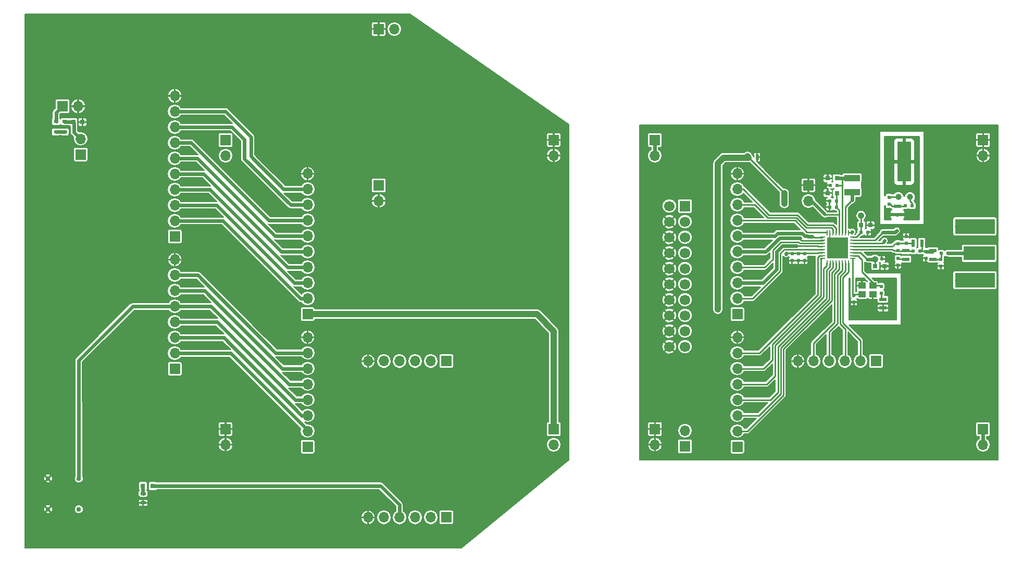
<source format=gbr>
G04 #@! TF.FileFunction,Copper,L1,Top,Signal*
%FSLAX46Y46*%
G04 Gerber Fmt 4.6, Leading zero omitted, Abs format (unit mm)*
G04 Created by KiCad (PCBNEW 4.0.5) date 04/10/17 15:13:47*
%MOMM*%
%LPD*%
G01*
G04 APERTURE LIST*
%ADD10C,0.100000*%
%ADD11R,1.700000X1.700000*%
%ADD12O,1.700000X1.700000*%
%ADD13C,1.700000*%
%ADD14R,0.800000X0.750000*%
%ADD15R,0.500000X0.600000*%
%ADD16R,0.600000X0.500000*%
%ADD17R,0.800000X0.800000*%
%ADD18R,0.800000X0.600000*%
%ADD19R,2.540000X1.021080*%
%ADD20R,0.599440X1.198880*%
%ADD21R,1.198880X0.599440*%
%ADD22C,0.787400*%
%ADD23R,5.080000X2.290000*%
%ADD24R,6.480000X2.420000*%
%ADD25C,0.970000*%
%ADD26R,0.900000X0.500000*%
%ADD27R,0.500000X0.900000*%
%ADD28R,0.825500X0.254000*%
%ADD29R,0.254000X0.825500*%
%ADD30R,0.254000X1.270000*%
%ADD31R,1.725000X1.725000*%
%ADD32R,1.150000X1.000000*%
%ADD33C,1.000000*%
%ADD34R,2.200000X6.500000*%
%ADD35C,0.254000*%
%ADD36C,0.558800*%
%ADD37C,0.254000*%
%ADD38C,1.016000*%
%ADD39C,0.508000*%
%ADD40C,0.304800*%
%ADD41C,0.152400*%
G04 APERTURE END LIST*
D10*
D11*
X57594500Y59055000D03*
D12*
X57594500Y56515000D03*
D11*
X32702500Y66421000D03*
D12*
X32702500Y63881000D03*
D11*
X127444500Y59055000D03*
D12*
X127444500Y56515000D03*
D11*
X107378500Y55689500D03*
D13*
X104838500Y55689500D03*
X107378500Y53149500D03*
X104838500Y53149500D03*
X107378500Y50609500D03*
X104838500Y50609500D03*
X107378500Y48069500D03*
X104838500Y48069500D03*
X107378500Y45529500D03*
X104838500Y45529500D03*
X107378500Y42989500D03*
X104838500Y42989500D03*
X107378500Y40449500D03*
X104838500Y40449500D03*
X107378500Y37909500D03*
X104838500Y37909500D03*
X107378500Y35369500D03*
X104838500Y35369500D03*
X107378500Y32829500D03*
X104838500Y32829500D03*
D11*
X9144000Y64071500D03*
D12*
X9144000Y66611500D03*
D11*
X107378500Y16637000D03*
D12*
X107378500Y19177000D03*
D14*
X7949500Y69342000D03*
X9449500Y69342000D03*
D15*
X124777500Y46821000D03*
X124777500Y47921000D03*
X125793500Y46821000D03*
X125793500Y47921000D03*
X126809500Y46821000D03*
X126809500Y47921000D03*
D16*
X131995000Y55499000D03*
X130895000Y55499000D03*
D14*
X132068000Y57785000D03*
X130568000Y57785000D03*
D16*
X131995000Y56515000D03*
X130895000Y56515000D03*
X132122000Y59055000D03*
X131022000Y59055000D03*
D14*
X132068000Y60198000D03*
X130568000Y60198000D03*
X137529000Y52578000D03*
X136029000Y52578000D03*
D16*
X137075000Y51435000D03*
X135975000Y51435000D03*
X139361000Y47066200D03*
X138261000Y47066200D03*
D15*
X134848600Y40077300D03*
X134848600Y41177300D03*
X139265660Y41530180D03*
X139265660Y42630180D03*
D16*
X143150500Y55753000D03*
X144250500Y55753000D03*
D15*
X140589000Y55965000D03*
X140589000Y57065000D03*
X143319500Y49615000D03*
X143319500Y50715000D03*
X141986000Y48472000D03*
X141986000Y49572000D03*
X141986000Y46059000D03*
X141986000Y47159000D03*
D16*
X145584000Y48387000D03*
X144484000Y48387000D03*
D15*
X146558000Y48302000D03*
X146558000Y47202000D03*
X148971000Y45932000D03*
X148971000Y47032000D03*
D16*
X150156000Y48006000D03*
X149056000Y48006000D03*
D17*
X20866000Y10172700D03*
X19266000Y10172700D03*
D18*
X6540500Y69430000D03*
X6540500Y67730000D03*
X5143500Y67730000D03*
X5143500Y69430000D03*
D11*
X57594500Y84455000D03*
D12*
X60134500Y84455000D03*
D11*
X32702500Y19431000D03*
D12*
X32702500Y16891000D03*
D11*
X86042500Y19431000D03*
D12*
X86042500Y16891000D03*
D11*
X86042500Y66421000D03*
D12*
X86042500Y63881000D03*
D11*
X155829000Y66421000D03*
D12*
X155829000Y63881000D03*
D11*
X155829000Y19431000D03*
D12*
X155829000Y16891000D03*
D11*
X102489000Y19431000D03*
D12*
X102489000Y16891000D03*
D11*
X102489000Y66421000D03*
D12*
X102489000Y63881000D03*
D19*
X134556500Y57972960D03*
X134556500Y60264040D03*
D20*
X145862040Y49657000D03*
X144459960Y49657000D03*
D21*
X141922500Y54289960D03*
X141922500Y55692040D03*
X139573000Y39113460D03*
X139573000Y40515540D03*
X143256000Y48453040D03*
X143256000Y47050960D03*
X147701000Y47050960D03*
X147701000Y48453040D03*
D22*
X3848100Y11391900D03*
X8851900Y11391900D03*
X8851900Y6388100D03*
X3848100Y6388100D03*
D23*
X155199500Y48006000D03*
D24*
X154499500Y43626000D03*
X154499500Y52386000D03*
D25*
X151759500Y43626000D03*
X151759500Y52386000D03*
D26*
X19304000Y8941500D03*
X19304000Y7441500D03*
D27*
X119114000Y63627000D03*
X117614000Y63627000D03*
D28*
X129743200Y50645000D03*
X129743200Y50145000D03*
X129743200Y49645000D03*
X129743200Y49145000D03*
X129743200Y48645000D03*
X129743200Y48145000D03*
X129743200Y47645000D03*
X129743200Y47145000D03*
D29*
X130457000Y46431200D03*
X130957000Y46431200D03*
X131457000Y46431200D03*
X131957000Y46431200D03*
X132457000Y46431200D03*
X132957000Y46431200D03*
X133457000Y46431200D03*
X133957000Y46431200D03*
D28*
X134670800Y47145000D03*
X134670800Y47645000D03*
X134670800Y48145000D03*
X134670800Y48645000D03*
X134670800Y49145000D03*
X134670800Y49645000D03*
X134670800Y50145000D03*
X134670800Y50645000D03*
D29*
X133957000Y51358800D03*
X133457000Y51358800D03*
X132957000Y51358800D03*
X132457000Y51358800D03*
X131957000Y51358800D03*
X131457000Y51358800D03*
D30*
X130937000Y51130200D03*
D29*
X130457000Y51358800D03*
D31*
X133069500Y48032500D03*
X133069500Y49757500D03*
X131344500Y48032500D03*
X131344500Y49757500D03*
D32*
X136158000Y41349700D03*
X137908000Y41349700D03*
X137908000Y42749700D03*
X136158000Y42749700D03*
D33*
X143954500Y57150000D03*
X142054500Y57150000D03*
D34*
X143004500Y62900000D03*
D14*
X139815000Y45923200D03*
X138315000Y45923200D03*
D11*
X115887500Y38100000D03*
D12*
X115887500Y40640000D03*
X115887500Y43180000D03*
X115887500Y45720000D03*
X115887500Y48260000D03*
X115887500Y50800000D03*
X115887500Y53340000D03*
X115887500Y55880000D03*
X115887500Y58420000D03*
X115887500Y60960000D03*
D11*
X68580000Y30480000D03*
D12*
X66040000Y30480000D03*
X63500000Y30480000D03*
X60960000Y30480000D03*
X58420000Y30480000D03*
X55880000Y30480000D03*
D11*
X68580000Y5080000D03*
D12*
X66040000Y5080000D03*
X63500000Y5080000D03*
X60960000Y5080000D03*
X58420000Y5080000D03*
X55880000Y5080000D03*
D11*
X138430000Y30480000D03*
D12*
X135890000Y30480000D03*
X133350000Y30480000D03*
X130810000Y30480000D03*
X128270000Y30480000D03*
X125730000Y30480000D03*
D11*
X46037500Y16573500D03*
D12*
X46037500Y19113500D03*
X46037500Y21653500D03*
X46037500Y24193500D03*
X46037500Y26733500D03*
X46037500Y29273500D03*
X46037500Y31813500D03*
X46037500Y34353500D03*
D11*
X24447500Y29210000D03*
D12*
X24447500Y31750000D03*
X24447500Y34290000D03*
X24447500Y36830000D03*
X24447500Y39370000D03*
X24447500Y41910000D03*
X24447500Y44450000D03*
X24447500Y46990000D03*
D11*
X115887500Y16573500D03*
D12*
X115887500Y19113500D03*
X115887500Y21653500D03*
X115887500Y24193500D03*
X115887500Y26733500D03*
X115887500Y29273500D03*
X115887500Y31813500D03*
X115887500Y34353500D03*
D11*
X46037500Y38100000D03*
D12*
X46037500Y40640000D03*
X46037500Y43180000D03*
X46037500Y45720000D03*
X46037500Y48260000D03*
X46037500Y50800000D03*
X46037500Y53340000D03*
X46037500Y55880000D03*
X46037500Y58420000D03*
X46037500Y60960000D03*
D11*
X24447500Y50736500D03*
D12*
X24447500Y53276500D03*
X24447500Y55816500D03*
X24447500Y58356500D03*
X24447500Y60896500D03*
X24447500Y63436500D03*
X24447500Y65976500D03*
X24447500Y68516500D03*
X24447500Y71056500D03*
X24447500Y73596500D03*
D11*
X6197600Y71907400D03*
D12*
X8737600Y71907400D03*
D35*
X140906500Y47752000D03*
X141033500Y50165000D03*
X141986000Y50482500D03*
X144462500Y50990500D03*
X145859500Y50990500D03*
X146875500Y50165000D03*
X146875500Y49276000D03*
X149987000Y49022000D03*
X149987000Y46990000D03*
X148145500Y46164500D03*
X147256500Y46164500D03*
X146558000Y46164500D03*
X145605500Y47053500D03*
X144589500Y47053500D03*
X143891000Y46164500D03*
X142811500Y46164500D03*
X130111500Y61595000D03*
X131000500Y61595000D03*
X131889500Y61595000D03*
X132778500Y61595000D03*
X133667500Y61595000D03*
X135445500Y61595000D03*
X135509000Y56705500D03*
X134556500Y61595000D03*
X133477000Y50165000D03*
X132842000Y50165000D03*
X132207000Y50165000D03*
X131572000Y50165000D03*
X130937000Y50165000D03*
X130937000Y49530000D03*
X131572000Y49530000D03*
X132207000Y49530000D03*
X132842000Y49530000D03*
X133477000Y49530000D03*
X133477000Y48895000D03*
X132842000Y48895000D03*
X132207000Y48895000D03*
X131572000Y48895000D03*
X130937000Y48895000D03*
X130937000Y48260000D03*
X131572000Y48260000D03*
X132207000Y48260000D03*
X132842000Y48260000D03*
X133477000Y48260000D03*
X133477000Y47625000D03*
X132842000Y47625000D03*
X132207000Y47625000D03*
X131572000Y47625000D03*
X130937000Y47625000D03*
X140462000Y58293000D03*
X140462000Y59055000D03*
X140462000Y60071000D03*
X140462000Y61087000D03*
X140462000Y62103000D03*
X140462000Y63119000D03*
X140462000Y64135000D03*
X140462000Y65151000D03*
X140462000Y66675000D03*
X140462000Y66167000D03*
X143002000Y66802000D03*
X145034000Y66675000D03*
X145034000Y66167000D03*
X145034000Y65151000D03*
X145034000Y64135000D03*
X145034000Y63119000D03*
X145034000Y62103000D03*
X145034000Y61087000D03*
X145034000Y60071000D03*
X145034000Y59055000D03*
X145034000Y58039000D03*
X145161000Y57213500D03*
X145034000Y56515000D03*
X145161000Y55753000D03*
X145034000Y54737000D03*
X145034000Y53975000D03*
X140652500Y47053500D03*
X136715500Y39878000D03*
X137858500Y39878000D03*
X139001500Y43624500D03*
X139763500Y43624500D03*
X140525500Y43624500D03*
X141287500Y43624500D03*
X141287500Y42164000D03*
X141287500Y41021000D03*
X141287500Y39878000D03*
X141287500Y38735000D03*
X137858500Y38735000D03*
X136715500Y38735000D03*
X135572500Y38735000D03*
X134429500Y38735000D03*
X141287500Y37592000D03*
X140144500Y37592000D03*
X139001500Y37592000D03*
X137858500Y37592000D03*
X136715500Y37592000D03*
X135572500Y37592000D03*
X134429500Y37592000D03*
X141922500Y54292500D03*
X136144000Y42735500D03*
X138252200Y47066200D03*
X123825000Y47942500D03*
X136017000Y54165500D03*
X141795500Y51689000D03*
X128016000Y50736500D03*
X126111000Y50482500D03*
X134556500Y51498500D03*
X123507500Y56070500D03*
X112712500Y38862000D03*
X125476000Y49212500D03*
X139827000Y50038000D03*
D36*
X133069500Y49757500D02*
X133477000Y50165000D01*
X132842000Y50165000D02*
X133069500Y49757500D01*
X133069500Y49757500D02*
X132614500Y49757500D01*
X132614500Y49757500D02*
X132207000Y50165000D01*
X131572000Y50165000D02*
X131344500Y49757500D01*
X131344500Y49757500D02*
X130937000Y50165000D01*
X130937000Y49530000D02*
X131344500Y49757500D01*
X131344500Y49757500D02*
X131572000Y49530000D01*
X132207000Y49530000D02*
X133069500Y49757500D01*
X133069500Y49757500D02*
X132842000Y49530000D01*
X133477000Y49530000D02*
X133069500Y49757500D01*
X133069500Y48032500D02*
X133069500Y48487500D01*
X133069500Y48487500D02*
X133477000Y48895000D01*
X132842000Y48895000D02*
X133069500Y48032500D01*
X133069500Y48032500D02*
X132207000Y48895000D01*
X131572000Y48895000D02*
X131344500Y48032500D01*
X131344500Y48032500D02*
X131344500Y48487500D01*
X131344500Y48487500D02*
X130937000Y48895000D01*
X130937000Y48260000D02*
X131344500Y48032500D01*
X131344500Y48032500D02*
X131572000Y48260000D01*
X132207000Y48260000D02*
X133069500Y48032500D01*
X133069500Y48032500D02*
X132842000Y48260000D01*
X133477000Y48260000D02*
X133069500Y48032500D01*
X133069500Y48032500D02*
X133477000Y47625000D01*
X132842000Y47625000D02*
X133069500Y48032500D01*
X133069500Y48032500D02*
X132614500Y48032500D01*
X132614500Y48032500D02*
X132207000Y47625000D01*
X131572000Y47625000D02*
X131344500Y48032500D01*
X131344500Y48032500D02*
X130937000Y47625000D01*
X141922500Y54289960D02*
X141922500Y54292500D01*
X136144000Y42735500D02*
X136158000Y42749700D01*
X7949500Y69342000D02*
X8064500Y69227000D01*
X8064500Y69227000D02*
X8064500Y67691000D01*
X8064500Y67691000D02*
X9144000Y66611500D01*
X6540500Y69430000D02*
X6565000Y69405500D01*
X6565000Y69405500D02*
X7937500Y69405500D01*
X7937500Y69405500D02*
X7949500Y69342000D01*
X102489000Y66421000D02*
X102489000Y63881000D01*
X155829000Y19431000D02*
X155829000Y16865600D01*
X155829000Y16865600D02*
X155829000Y16891000D01*
X138261000Y47066200D02*
X138261000Y47057400D01*
X138261000Y47057400D02*
X138252200Y47066200D01*
X138252200Y47066200D02*
X138303000Y47066200D01*
D37*
X138303000Y46990000D02*
X138303000Y47066200D01*
X138303000Y47066200D02*
X138303000Y45897800D01*
X138303000Y45897800D02*
X138315000Y45923200D01*
X134670800Y50645000D02*
X135227000Y50645000D01*
X135227000Y50645000D02*
X136017000Y51435000D01*
X136017000Y51435000D02*
X135975000Y51435000D01*
D36*
X123825000Y47942500D02*
X123825000Y47879000D01*
D37*
X129032000Y48133000D02*
X129730500Y48133000D01*
D36*
X123825000Y47942500D02*
X123888500Y48006000D01*
X123825000Y47879000D02*
X123825000Y47942500D01*
X123825000Y47942500D02*
X123825000Y47879000D01*
D37*
X123888500Y48006000D02*
X128905000Y48006000D01*
X128905000Y48006000D02*
X129032000Y48133000D01*
D36*
X138239500Y47053500D02*
X136969500Y47053500D01*
D37*
X136969500Y47053500D02*
X135890000Y48133000D01*
X135890000Y48133000D02*
X134683500Y48133000D01*
X134683500Y48133000D02*
X134670800Y48145000D01*
D38*
X138239500Y47053500D02*
X138303000Y46990000D01*
X136017000Y54165500D02*
X136017000Y54102000D01*
D37*
X136017000Y54102000D02*
X136017000Y52514500D01*
X136017000Y52514500D02*
X136017000Y51435000D01*
X136017000Y51435000D02*
X135975000Y51435000D01*
X129730500Y48133000D02*
X129743200Y48145000D01*
D36*
X150156000Y48006000D02*
X153797000Y48006000D01*
X153797000Y48006000D02*
X155199500Y48006000D01*
D37*
X153733500Y48006000D02*
X153797000Y48069500D01*
X153797000Y48069500D02*
X155199500Y48006000D01*
X134670800Y50145000D02*
X138283000Y50145000D01*
X138283000Y50145000D02*
X139573000Y51435000D01*
D36*
X139573000Y51435000D02*
X141478000Y51435000D01*
X141478000Y51435000D02*
X141795500Y51689000D01*
D37*
X143954500Y57150000D02*
X143954500Y56515000D01*
X143954500Y56515000D02*
X144272000Y56197500D01*
X144272000Y56197500D02*
X144272000Y55816500D01*
X144272000Y55816500D02*
X144250500Y55753000D01*
X132122000Y59055000D02*
X132905500Y59055000D01*
X132905500Y59055000D02*
X132957000Y59055000D01*
X132957000Y51358800D02*
X132957000Y59055000D01*
X132957000Y59055000D02*
X132957000Y60186000D01*
X132957000Y60186000D02*
X132969000Y60198000D01*
D36*
X132068000Y60198000D02*
X132969000Y60198000D01*
X132969000Y60198000D02*
X134239000Y60198000D01*
X134239000Y60198000D02*
X134366000Y60325000D01*
X134366000Y60325000D02*
X134556500Y60264040D01*
D37*
X137908000Y42749700D02*
X137908000Y43194000D01*
X137908000Y43194000D02*
X136144000Y44958000D01*
X136144000Y44958000D02*
X136144000Y46926500D01*
X136144000Y46926500D02*
X135445500Y47625000D01*
X135445500Y47625000D02*
X134683500Y47625000D01*
X134683500Y47625000D02*
X134670800Y47645000D01*
X137908000Y42749700D02*
X139114300Y42749700D01*
X139114300Y42749700D02*
X139255500Y42608500D01*
X139255500Y42608500D02*
X139265660Y42630180D01*
D36*
X24447500Y39370000D02*
X17589500Y39370000D01*
X17589500Y39370000D02*
X8826500Y30607000D01*
X8826500Y30607000D02*
X8826500Y11366500D01*
X8826500Y11366500D02*
X8851900Y11391900D01*
X24447500Y39370000D02*
X30353000Y39370000D01*
X42989500Y26733500D02*
X46037500Y26733500D01*
X30353000Y39370000D02*
X42989500Y26733500D01*
X8851900Y11391900D02*
X8851900Y23766780D01*
X24450040Y39364920D02*
X24447500Y39370000D01*
X57848500Y10223500D02*
X20891500Y10223500D01*
X20891500Y10223500D02*
X20866000Y10172700D01*
X57899300Y10172700D02*
X57848500Y10223500D01*
X57848500Y10223500D02*
X57848500Y10223500D01*
X57848500Y10223500D02*
X57912000Y10160000D01*
X57912000Y10160000D02*
X60960000Y7112000D01*
X60960000Y7112000D02*
X60960000Y5080000D01*
X19266000Y10172700D02*
X19266000Y9118500D01*
X19266000Y9118500D02*
X19304000Y9080500D01*
X19304000Y9080500D02*
X19304000Y8941500D01*
D37*
X128016000Y50736500D02*
X128206500Y50736500D01*
X128206500Y50736500D02*
X128333500Y50609500D01*
X128333500Y50609500D02*
X129730500Y50609500D01*
X129730500Y50609500D02*
X129743200Y50645000D01*
D36*
X115887500Y50800000D02*
X121983500Y50800000D01*
X121983500Y50800000D02*
X122428000Y51244500D01*
X122428000Y51244500D02*
X126428500Y51244500D01*
X126428500Y51244500D02*
X126873000Y50800000D01*
X126873000Y50800000D02*
X127254000Y50800000D01*
X127254000Y50800000D02*
X127317500Y50736500D01*
X127317500Y50736500D02*
X128016000Y50736500D01*
D37*
X126111000Y50482500D02*
X126111000Y50317402D01*
X126111000Y50317402D02*
X126326902Y50101500D01*
X126326902Y50101500D02*
X129794000Y50101500D01*
X129794000Y50101500D02*
X129743200Y50145000D01*
D36*
X115887500Y48260000D02*
X120523000Y48260000D01*
X120523000Y48260000D02*
X122745500Y50482500D01*
X122745500Y50482500D02*
X126111000Y50482500D01*
X134556500Y51498500D02*
X134493000Y51435000D01*
D37*
X134493000Y51435000D02*
X133985000Y51435000D01*
X133985000Y51435000D02*
X133957000Y51358800D01*
D38*
X123507500Y57785000D02*
X123507500Y56070500D01*
X117729000Y63563500D02*
X117538500Y63754000D01*
D37*
X117538500Y63754000D02*
X123507500Y57785000D01*
D38*
X113665000Y63563500D02*
X117729000Y63563500D01*
X112712500Y62611000D02*
X113665000Y63563500D01*
X112712500Y38862000D02*
X112712500Y62611000D01*
X86042500Y19431000D02*
X86042500Y35369500D01*
X86042500Y35369500D02*
X83312000Y38100000D01*
X83312000Y38100000D02*
X46037500Y38100000D01*
D36*
X24447500Y41910000D02*
X29273500Y41910000D01*
X29273500Y41910000D02*
X41910000Y29273500D01*
X41910000Y29273500D02*
X46101000Y29273500D01*
X46101000Y29273500D02*
X46037500Y29273500D01*
X46101000Y29273500D02*
X46037500Y29273500D01*
X24447500Y44450000D02*
X28194000Y44450000D01*
X28194000Y44450000D02*
X40830500Y31813500D01*
X40830500Y31813500D02*
X46037500Y31813500D01*
X24447500Y53276500D02*
X32258000Y53276500D01*
X32258000Y53276500D02*
X44894500Y40640000D01*
X44894500Y40640000D02*
X46037500Y40640000D01*
X24447500Y55816500D02*
X31242000Y55816500D01*
X31242000Y55816500D02*
X43878500Y43180000D01*
X43878500Y43180000D02*
X46101000Y43180000D01*
X46101000Y43180000D02*
X46037500Y43180000D01*
X24447500Y58356500D02*
X30162500Y58356500D01*
X30162500Y58356500D02*
X42799000Y45720000D01*
X42799000Y45720000D02*
X46037500Y45720000D01*
X24447500Y60896500D02*
X29146500Y60896500D01*
X29146500Y60896500D02*
X41783000Y48260000D01*
X41783000Y48260000D02*
X46037500Y48260000D01*
X24447500Y63436500D02*
X28130500Y63436500D01*
X28130500Y63436500D02*
X40767000Y50800000D01*
X40767000Y50800000D02*
X46037500Y50800000D01*
D37*
X115887500Y29273500D02*
X120180098Y29273500D01*
X120180098Y29273500D02*
X121602500Y30695902D01*
X121602500Y30695902D02*
X121602500Y33210500D01*
X121602500Y33210500D02*
X129476500Y41084500D01*
X129476500Y41084500D02*
X129476500Y47117000D01*
X129476500Y47117000D02*
X129743200Y47145000D01*
X115887500Y31813500D02*
X119507000Y31813500D01*
X119507000Y31813500D02*
X128968500Y41275000D01*
X128968500Y41275000D02*
X128968500Y47371000D01*
X128968500Y47371000D02*
X129222500Y47625000D01*
X129222500Y47625000D02*
X129603500Y47625000D01*
X129603500Y47625000D02*
X129743200Y47645000D01*
X115887500Y40640000D02*
X118364000Y40640000D01*
X118364000Y40640000D02*
X122872500Y45148500D01*
X122872500Y45148500D02*
X122872500Y48006000D01*
X122872500Y48006000D02*
X123507500Y48641000D01*
X123507500Y48641000D02*
X129794000Y48641000D01*
X129794000Y48641000D02*
X129743200Y48645000D01*
X125476000Y49212500D02*
X128968500Y49212500D01*
X128968500Y49212500D02*
X129032000Y49149000D01*
X129032000Y49149000D02*
X129730500Y49149000D01*
X129730500Y49149000D02*
X129743200Y49145000D01*
D36*
X115887500Y43180000D02*
X120078500Y43180000D01*
X120078500Y43180000D02*
X122288302Y45389802D01*
X122288302Y45389802D02*
X122288302Y48282536D01*
X122288302Y48282536D02*
X123218266Y49212500D01*
X123218266Y49212500D02*
X125476000Y49212500D01*
D37*
X129730500Y49149000D02*
X129743200Y49145000D01*
X115887500Y45720000D02*
X120332500Y45720000D01*
X120332500Y45720000D02*
X121666000Y47053500D01*
X121666000Y47053500D02*
X121666000Y48514000D01*
X121666000Y48514000D02*
X122923302Y49771302D01*
X122923302Y49771302D02*
X122999500Y49847500D01*
X122999500Y49847500D02*
X125755402Y49847500D01*
X125755402Y49847500D02*
X125857000Y49847500D01*
X125857000Y49847500D02*
X126047500Y49657000D01*
X126047500Y49657000D02*
X129794000Y49657000D01*
X129794000Y49657000D02*
X129743200Y49645000D01*
X129730500Y49657000D02*
X129743200Y49645000D01*
X129730500Y49657000D02*
X129743200Y49645000D01*
X115887500Y26733500D02*
X120688098Y26733500D01*
X130429000Y45974000D02*
X130429000Y46418500D01*
X129921000Y45466000D02*
X130429000Y45974000D01*
X129921000Y40894000D02*
X129921000Y45466000D01*
X122047000Y33020000D02*
X129921000Y40894000D01*
X122047000Y28092402D02*
X122047000Y33020000D01*
X120688098Y26733500D02*
X122047000Y28092402D01*
X130429000Y46418500D02*
X130457000Y46431200D01*
X115887500Y24193500D02*
X121285000Y24193500D01*
X130937000Y45847000D02*
X130937000Y46355000D01*
X130365500Y45275500D02*
X130937000Y45847000D01*
X130365500Y40703500D02*
X130365500Y45275500D01*
X122491500Y32829500D02*
X130365500Y40703500D01*
X122491500Y25400000D02*
X122491500Y32829500D01*
X121285000Y24193500D02*
X122491500Y25400000D01*
X130937000Y46355000D02*
X130957000Y46431200D01*
X115887500Y21653500D02*
X119418098Y21653500D01*
X131445000Y45720000D02*
X131445000Y46482000D01*
X130810000Y45085000D02*
X131445000Y45720000D01*
X130810000Y40513000D02*
X130810000Y45085000D01*
X122936000Y32639000D02*
X130810000Y40513000D01*
X122936000Y25171402D02*
X122936000Y32639000D01*
X119418098Y21653500D02*
X122936000Y25171402D01*
X131445000Y46482000D02*
X131457000Y46431200D01*
X115887500Y19113500D02*
X117538500Y19113500D01*
X131953000Y45554902D02*
X131953000Y46228000D01*
X131254500Y44856402D02*
X131953000Y45554902D01*
X131254500Y40322500D02*
X131254500Y44856402D01*
X123380500Y32448500D02*
X131254500Y40322500D01*
X123380500Y24955500D02*
X123380500Y32448500D01*
X117538500Y19113500D02*
X123380500Y24955500D01*
X131953000Y46228000D02*
X131957000Y46431200D01*
X128270000Y30480000D02*
X128270000Y33362902D01*
X128270000Y33362902D02*
X131699000Y36791902D01*
X131699000Y36791902D02*
X131699000Y44640500D01*
X131699000Y44640500D02*
X132461000Y45402500D01*
X132461000Y45402500D02*
X132461000Y46482000D01*
X132461000Y46482000D02*
X132457000Y46431200D01*
X132957000Y46431200D02*
X132957000Y45263500D01*
X132957000Y45263500D02*
X132143500Y44450000D01*
X132143500Y44450000D02*
X132143500Y36576000D01*
X132143500Y36576000D02*
X130810000Y35242500D01*
X130810000Y35242500D02*
X130810000Y30480000D01*
X133457000Y46431200D02*
X133457000Y45128500D01*
X133457000Y45128500D02*
X132588000Y44259500D01*
X132588000Y44259500D02*
X132588000Y36512500D01*
X132588000Y36512500D02*
X133413500Y35687000D01*
X133413500Y35687000D02*
X133413500Y30480000D01*
X133413500Y30480000D02*
X133350000Y30480000D01*
X133957000Y46431200D02*
X133957000Y44993500D01*
X133957000Y44993500D02*
X133032500Y44069000D01*
X133032500Y44069000D02*
X133032500Y36703000D01*
X133032500Y36703000D02*
X135890000Y33845500D01*
X135890000Y33845500D02*
X135890000Y30543500D01*
X135890000Y30543500D02*
X135890000Y30480000D01*
X115887500Y58420000D02*
X116840000Y58420000D01*
X116840000Y58420000D02*
X121031000Y54229000D01*
X121031000Y54229000D02*
X125666500Y54229000D01*
X125666500Y54229000D02*
X127254000Y52641500D01*
X127254000Y52641500D02*
X131381500Y52641500D01*
X131381500Y52641500D02*
X131953000Y52070000D01*
X131953000Y52070000D02*
X131953000Y51371500D01*
X131953000Y51371500D02*
X131957000Y51358800D01*
X115887500Y55880000D02*
X118745000Y55880000D01*
X118745000Y55880000D02*
X120840500Y53784500D01*
X120840500Y53784500D02*
X125476000Y53784500D01*
X125476000Y53784500D02*
X127063500Y52197000D01*
X127063500Y52197000D02*
X131191000Y52197000D01*
X131191000Y52197000D02*
X131445000Y51943000D01*
X131445000Y51943000D02*
X131445000Y51498500D01*
X131445000Y51498500D02*
X131457000Y51358800D01*
X115887500Y53340000D02*
X125285500Y53340000D01*
X125285500Y53340000D02*
X127190500Y51435000D01*
X127190500Y51435000D02*
X130429000Y51435000D01*
X130429000Y51435000D02*
X130457000Y51358800D01*
X132461000Y54292500D02*
X130175000Y54292500D01*
D39*
X130175000Y54292500D02*
X127952500Y56515000D01*
X127952500Y56515000D02*
X127444500Y56515000D01*
D37*
X131995000Y56515000D02*
X131995000Y57636500D01*
X131995000Y57636500D02*
X132080000Y57721500D01*
X132080000Y57721500D02*
X132068000Y57785000D01*
X131995000Y56515000D02*
X131995000Y55541000D01*
X131995000Y55541000D02*
X131953000Y55499000D01*
X131953000Y55499000D02*
X131995000Y55499000D01*
X131995000Y55499000D02*
X131995000Y55457000D01*
X131995000Y55457000D02*
X132461000Y54991000D01*
X132461000Y54991000D02*
X132461000Y54419500D01*
X132461000Y54419500D02*
X132461000Y54292500D01*
X132461000Y54292500D02*
X132461000Y51371500D01*
X132461000Y51371500D02*
X132457000Y51358800D01*
X134670800Y47145000D02*
X134670800Y41033700D01*
X134670800Y41033700D02*
X134683500Y41021000D01*
X134683500Y41021000D02*
X134848600Y41177300D01*
X136158000Y41349700D02*
X135075700Y41349700D01*
X135075700Y41349700D02*
X134874000Y41148000D01*
X134874000Y41148000D02*
X134848600Y41177300D01*
X139265660Y41530180D02*
X139265660Y40566340D01*
X139265660Y40566340D02*
X139319000Y40513000D01*
X139319000Y40513000D02*
X139573000Y40515540D01*
X141033500Y55689500D02*
X141986000Y55689500D01*
X141986000Y55689500D02*
X141922500Y55692040D01*
X141922500Y55692040D02*
X143126460Y55692040D01*
X143126460Y55692040D02*
X143129000Y55689500D01*
X143129000Y55689500D02*
X143150500Y55753000D01*
X140652500Y55965000D02*
X140758000Y55965000D01*
X140758000Y55965000D02*
X141033500Y55689500D01*
X134670800Y49645000D02*
X139434000Y49645000D01*
X139434000Y49645000D02*
X139700000Y49911000D01*
D36*
X139700000Y49911000D02*
X139827000Y50038000D01*
D37*
X142054500Y57150000D02*
X140779500Y57150000D01*
X140779500Y57150000D02*
X140652500Y57023000D01*
X134670800Y49145000D02*
X141093000Y49145000D01*
X141093000Y49145000D02*
X141541500Y49593500D01*
X141541500Y49593500D02*
X141986000Y49593500D01*
X141986000Y49593500D02*
X141986000Y49572000D01*
X144459960Y49657000D02*
X143256000Y49657000D01*
X143256000Y49657000D02*
X142113000Y49657000D01*
X142113000Y49657000D02*
X142113000Y49572000D01*
X134670800Y48645000D02*
X141093000Y48645000D01*
X141093000Y48645000D02*
X141287500Y48450500D01*
X141287500Y48450500D02*
X141922500Y48450500D01*
X141922500Y48450500D02*
X141986000Y48472000D01*
X144484000Y48387000D02*
X143256000Y48387000D01*
X143256000Y48387000D02*
X142113000Y48387000D01*
X142113000Y48387000D02*
X142113000Y48472000D01*
X142028000Y47117000D02*
X143256000Y47117000D01*
X143256000Y47117000D02*
X143256000Y47050960D01*
D36*
X146558000Y48302000D02*
X147552500Y48302000D01*
X147552500Y48302000D02*
X147701000Y48450500D01*
X147701000Y48450500D02*
X147701000Y48453040D01*
D37*
X145862040Y49657000D02*
X145862040Y48447960D01*
X145862040Y48447960D02*
X145923000Y48387000D01*
X147701000Y48453040D02*
X147259040Y48453040D01*
X147259040Y48453040D02*
X147066000Y48260000D01*
X147066000Y48260000D02*
X146304000Y48260000D01*
X146304000Y48260000D02*
X146177000Y48387000D01*
X146177000Y48387000D02*
X145669000Y48387000D01*
X145669000Y48387000D02*
X145923000Y48387000D01*
X145923000Y48387000D02*
X145669000Y48387000D01*
X145669000Y48387000D02*
X145584000Y48387000D01*
X149056000Y48006000D02*
X149056000Y47075000D01*
X149056000Y47075000D02*
X148971000Y46990000D01*
X148971000Y46990000D02*
X147828000Y46990000D01*
X147828000Y46990000D02*
X147701000Y47117000D01*
X147701000Y47117000D02*
X147701000Y47050960D01*
D36*
X5143500Y67730000D02*
X5168000Y67754500D01*
X5168000Y67754500D02*
X6604000Y67754500D01*
X6604000Y67754500D02*
X6540500Y67730000D01*
X24447500Y65976500D02*
X27114500Y65976500D01*
X27114500Y65976500D02*
X39751000Y53340000D01*
X39751000Y53340000D02*
X46037500Y53340000D01*
X24447500Y68516500D02*
X33718500Y68516500D01*
X33718500Y68516500D02*
X35750500Y66484500D01*
X35750500Y66484500D02*
X35750500Y63373000D01*
X35750500Y63373000D02*
X43243500Y55880000D01*
X43243500Y55880000D02*
X46037500Y55880000D01*
X46037500Y58420000D02*
X42164000Y58420000D01*
X42164000Y58420000D02*
X42100500Y58483500D01*
X24447500Y71056500D02*
X32702500Y71056500D01*
X32702500Y71056500D02*
X36830000Y66929000D01*
X36830000Y66929000D02*
X36830000Y63754000D01*
X36830000Y63754000D02*
X42100500Y58483500D01*
D38*
X66040000Y30543500D02*
X66040000Y30480000D01*
X63500000Y5016500D02*
X63500000Y5080000D01*
D36*
X24447500Y31750000D02*
X33528000Y31750000D01*
X33528000Y31750000D02*
X46037500Y19240500D01*
X46037500Y19240500D02*
X46037500Y19113500D01*
X24447500Y34290000D02*
X32448500Y34290000D01*
X32448500Y34290000D02*
X45085000Y21653500D01*
X45085000Y21653500D02*
X46037500Y21653500D01*
X24447500Y36830000D02*
X31369000Y36830000D01*
X31369000Y36830000D02*
X44005500Y24193500D01*
X44005500Y24193500D02*
X46037500Y24193500D01*
X134556500Y57972960D02*
X134556500Y56642000D01*
D37*
X134556500Y56642000D02*
X133477000Y55562500D01*
X133477000Y55562500D02*
X133477000Y51371500D01*
X133477000Y51371500D02*
X133457000Y51358800D01*
D36*
X6197600Y71907400D02*
X5143500Y70853300D01*
X5143500Y70853300D02*
X5143500Y69532500D01*
X5143500Y69532500D02*
X5143500Y69430000D01*
D40*
G36*
X145364200Y53543200D02*
X143008847Y53543200D01*
X143081800Y53616153D01*
X143182340Y53858878D01*
X143182340Y54023260D01*
X143017240Y54188360D01*
X142024100Y54188360D01*
X142024100Y54168360D01*
X141820900Y54168360D01*
X141820900Y54188360D01*
X140827760Y54188360D01*
X140662660Y54023260D01*
X140662660Y53858878D01*
X140763200Y53616153D01*
X140836153Y53543200D01*
X139877800Y53543200D01*
X139877800Y55638656D01*
X139904723Y55495572D01*
X140004855Y55339962D01*
X140157639Y55235570D01*
X140339000Y55198843D01*
X140736493Y55198843D01*
X140809936Y55149770D01*
X140926098Y55126664D01*
X140763200Y54963767D01*
X140662660Y54721042D01*
X140662660Y54556660D01*
X140827760Y54391560D01*
X141820900Y54391560D01*
X141820900Y54411560D01*
X142024100Y54411560D01*
X142024100Y54391560D01*
X143017240Y54391560D01*
X143182340Y54556660D01*
X143182340Y54721042D01*
X143081800Y54963767D01*
X143008724Y55036843D01*
X143450500Y55036843D01*
X143619928Y55068723D01*
X143700424Y55120521D01*
X143769139Y55073570D01*
X143950500Y55036843D01*
X144550500Y55036843D01*
X144719928Y55068723D01*
X144875538Y55168855D01*
X144979930Y55321639D01*
X145016657Y55503000D01*
X145016657Y56003000D01*
X144984777Y56172428D01*
X144884645Y56328038D01*
X144821677Y56371062D01*
X144811731Y56421063D01*
X144718673Y56560335D01*
X144765502Y56607082D01*
X144911534Y56958766D01*
X144911866Y57339564D01*
X144766448Y57691502D01*
X144497418Y57961002D01*
X144145734Y58107034D01*
X143764936Y58107366D01*
X143412998Y57961948D01*
X143143498Y57692918D01*
X143004338Y57357783D01*
X142866448Y57691502D01*
X142597418Y57961002D01*
X142245734Y58107034D01*
X141864936Y58107366D01*
X141512998Y57961948D01*
X141284852Y57734200D01*
X141108511Y57734200D01*
X141020361Y57794430D01*
X140839000Y57831157D01*
X140339000Y57831157D01*
X140169572Y57799277D01*
X140013962Y57699145D01*
X139909570Y57546361D01*
X139877800Y57389478D01*
X139877800Y62633300D01*
X141244100Y62633300D01*
X141244100Y59518639D01*
X141344640Y59275914D01*
X141530413Y59090140D01*
X141773138Y58989600D01*
X142737800Y58989600D01*
X142902900Y59154700D01*
X142902900Y62798400D01*
X143106100Y62798400D01*
X143106100Y59154700D01*
X143271200Y58989600D01*
X144235862Y58989600D01*
X144478587Y59090140D01*
X144664360Y59275914D01*
X144764900Y59518639D01*
X144764900Y62633300D01*
X144599800Y62798400D01*
X143106100Y62798400D01*
X142902900Y62798400D01*
X141409200Y62798400D01*
X141244100Y62633300D01*
X139877800Y62633300D01*
X139877800Y66281361D01*
X141244100Y66281361D01*
X141244100Y63166700D01*
X141409200Y63001600D01*
X142902900Y63001600D01*
X142902900Y66645300D01*
X143106100Y66645300D01*
X143106100Y63001600D01*
X144599800Y63001600D01*
X144764900Y63166700D01*
X144764900Y66281361D01*
X144664360Y66524086D01*
X144478587Y66709860D01*
X144235862Y66810400D01*
X143271200Y66810400D01*
X143106100Y66645300D01*
X142902900Y66645300D01*
X142737800Y66810400D01*
X141773138Y66810400D01*
X141530413Y66709860D01*
X141344640Y66524086D01*
X141244100Y66281361D01*
X139877800Y66281361D01*
X139877800Y66954400D01*
X145364200Y66954400D01*
X145364200Y53543200D01*
X145364200Y53543200D01*
G37*
X145364200Y53543200D02*
X143008847Y53543200D01*
X143081800Y53616153D01*
X143182340Y53858878D01*
X143182340Y54023260D01*
X143017240Y54188360D01*
X142024100Y54188360D01*
X142024100Y54168360D01*
X141820900Y54168360D01*
X141820900Y54188360D01*
X140827760Y54188360D01*
X140662660Y54023260D01*
X140662660Y53858878D01*
X140763200Y53616153D01*
X140836153Y53543200D01*
X139877800Y53543200D01*
X139877800Y55638656D01*
X139904723Y55495572D01*
X140004855Y55339962D01*
X140157639Y55235570D01*
X140339000Y55198843D01*
X140736493Y55198843D01*
X140809936Y55149770D01*
X140926098Y55126664D01*
X140763200Y54963767D01*
X140662660Y54721042D01*
X140662660Y54556660D01*
X140827760Y54391560D01*
X141820900Y54391560D01*
X141820900Y54411560D01*
X142024100Y54411560D01*
X142024100Y54391560D01*
X143017240Y54391560D01*
X143182340Y54556660D01*
X143182340Y54721042D01*
X143081800Y54963767D01*
X143008724Y55036843D01*
X143450500Y55036843D01*
X143619928Y55068723D01*
X143700424Y55120521D01*
X143769139Y55073570D01*
X143950500Y55036843D01*
X144550500Y55036843D01*
X144719928Y55068723D01*
X144875538Y55168855D01*
X144979930Y55321639D01*
X145016657Y55503000D01*
X145016657Y56003000D01*
X144984777Y56172428D01*
X144884645Y56328038D01*
X144821677Y56371062D01*
X144811731Y56421063D01*
X144718673Y56560335D01*
X144765502Y56607082D01*
X144911534Y56958766D01*
X144911866Y57339564D01*
X144766448Y57691502D01*
X144497418Y57961002D01*
X144145734Y58107034D01*
X143764936Y58107366D01*
X143412998Y57961948D01*
X143143498Y57692918D01*
X143004338Y57357783D01*
X142866448Y57691502D01*
X142597418Y57961002D01*
X142245734Y58107034D01*
X141864936Y58107366D01*
X141512998Y57961948D01*
X141284852Y57734200D01*
X141108511Y57734200D01*
X141020361Y57794430D01*
X140839000Y57831157D01*
X140339000Y57831157D01*
X140169572Y57799277D01*
X140013962Y57699145D01*
X139909570Y57546361D01*
X139877800Y57389478D01*
X139877800Y62633300D01*
X141244100Y62633300D01*
X141244100Y59518639D01*
X141344640Y59275914D01*
X141530413Y59090140D01*
X141773138Y58989600D01*
X142737800Y58989600D01*
X142902900Y59154700D01*
X142902900Y62798400D01*
X143106100Y62798400D01*
X143106100Y59154700D01*
X143271200Y58989600D01*
X144235862Y58989600D01*
X144478587Y59090140D01*
X144664360Y59275914D01*
X144764900Y59518639D01*
X144764900Y62633300D01*
X144599800Y62798400D01*
X143106100Y62798400D01*
X142902900Y62798400D01*
X141409200Y62798400D01*
X141244100Y62633300D01*
X139877800Y62633300D01*
X139877800Y66281361D01*
X141244100Y66281361D01*
X141244100Y63166700D01*
X141409200Y63001600D01*
X142902900Y63001600D01*
X142902900Y66645300D01*
X143106100Y66645300D01*
X143106100Y63001600D01*
X144599800Y63001600D01*
X144764900Y63166700D01*
X144764900Y66281361D01*
X144664360Y66524086D01*
X144478587Y66709860D01*
X144235862Y66810400D01*
X143271200Y66810400D01*
X143106100Y66645300D01*
X142902900Y66645300D01*
X142737800Y66810400D01*
X141773138Y66810400D01*
X141530413Y66709860D01*
X141344640Y66524086D01*
X141244100Y66281361D01*
X139877800Y66281361D01*
X139877800Y66954400D01*
X145364200Y66954400D01*
X145364200Y53543200D01*
D41*
G36*
X134213600Y41033700D02*
X134248402Y40858737D01*
X134272097Y40823276D01*
X134284956Y40754935D01*
X134357273Y40642551D01*
X134380802Y40626475D01*
X134318670Y40564343D01*
X134268400Y40442981D01*
X134268400Y40210650D01*
X134350950Y40128100D01*
X134797800Y40128100D01*
X134797800Y40148100D01*
X134899400Y40148100D01*
X134899400Y40128100D01*
X135346250Y40128100D01*
X135428800Y40210650D01*
X135428800Y40442981D01*
X135378530Y40564343D01*
X135317256Y40625617D01*
X135329669Y40633605D01*
X135341673Y40614951D01*
X135452017Y40539556D01*
X135583000Y40513031D01*
X136733000Y40513031D01*
X136855365Y40536056D01*
X136967749Y40608373D01*
X137034867Y40706603D01*
X137053070Y40662657D01*
X137145957Y40569770D01*
X137267319Y40519500D01*
X137774650Y40519500D01*
X137857200Y40602050D01*
X137857200Y41298900D01*
X137837200Y41298900D01*
X137837200Y41400500D01*
X137857200Y41400500D01*
X137857200Y41420500D01*
X137958800Y41420500D01*
X137958800Y41400500D01*
X137978800Y41400500D01*
X137978800Y41298900D01*
X137958800Y41298900D01*
X137958800Y40602050D01*
X138041350Y40519500D01*
X138548681Y40519500D01*
X138636891Y40556038D01*
X138636891Y40215820D01*
X138659916Y40093455D01*
X138732233Y39981071D01*
X138842577Y39905676D01*
X138973560Y39879151D01*
X140172440Y39879151D01*
X140294805Y39902176D01*
X140407189Y39974493D01*
X140482584Y40084837D01*
X140509109Y40215820D01*
X140509109Y40815260D01*
X140486084Y40937625D01*
X140413767Y41050009D01*
X140303423Y41125404D01*
X140172440Y41151929D01*
X139836483Y41151929D01*
X139852329Y41230180D01*
X139852329Y41830180D01*
X139829304Y41952545D01*
X139756987Y42064929D01*
X139735765Y42079430D01*
X139750409Y42088853D01*
X139825804Y42199197D01*
X139852329Y42330180D01*
X139852329Y42930180D01*
X139829304Y43052545D01*
X139756987Y43164929D01*
X139646643Y43240324D01*
X139515660Y43266849D01*
X139015660Y43266849D01*
X138893295Y43243824D01*
X138835913Y43206900D01*
X138819669Y43206900D01*
X138819669Y43249700D01*
X138796644Y43372065D01*
X138724327Y43484449D01*
X138613983Y43559844D01*
X138483000Y43586369D01*
X138162209Y43586369D01*
X137755778Y43992800D01*
X141732000Y43992800D01*
X141732000Y37160200D01*
X134010400Y37160200D01*
X134010400Y38980110D01*
X138643360Y38980110D01*
X138643360Y38748059D01*
X138693630Y38626697D01*
X138786517Y38533810D01*
X138907879Y38483540D01*
X139439650Y38483540D01*
X139522200Y38566090D01*
X139522200Y39062660D01*
X139623800Y39062660D01*
X139623800Y38566090D01*
X139706350Y38483540D01*
X140238121Y38483540D01*
X140359483Y38533810D01*
X140452370Y38626697D01*
X140502640Y38748059D01*
X140502640Y38980110D01*
X140420090Y39062660D01*
X139623800Y39062660D01*
X139522200Y39062660D01*
X138725910Y39062660D01*
X138643360Y38980110D01*
X134010400Y38980110D01*
X134010400Y39943950D01*
X134268400Y39943950D01*
X134268400Y39711619D01*
X134318670Y39590257D01*
X134411557Y39497370D01*
X134532919Y39447100D01*
X134715250Y39447100D01*
X134797800Y39529650D01*
X134797800Y40026500D01*
X134899400Y40026500D01*
X134899400Y39529650D01*
X134981950Y39447100D01*
X135164281Y39447100D01*
X135240958Y39478861D01*
X138643360Y39478861D01*
X138643360Y39246810D01*
X138725910Y39164260D01*
X139522200Y39164260D01*
X139522200Y39660830D01*
X139623800Y39660830D01*
X139623800Y39164260D01*
X140420090Y39164260D01*
X140502640Y39246810D01*
X140502640Y39478861D01*
X140452370Y39600223D01*
X140359483Y39693110D01*
X140238121Y39743380D01*
X139706350Y39743380D01*
X139623800Y39660830D01*
X139522200Y39660830D01*
X139439650Y39743380D01*
X138907879Y39743380D01*
X138786517Y39693110D01*
X138693630Y39600223D01*
X138643360Y39478861D01*
X135240958Y39478861D01*
X135285643Y39497370D01*
X135378530Y39590257D01*
X135428800Y39711619D01*
X135428800Y39943950D01*
X135346250Y40026500D01*
X134899400Y40026500D01*
X134797800Y40026500D01*
X134350950Y40026500D01*
X134268400Y39943950D01*
X134010400Y39943950D01*
X134010400Y43992800D01*
X134213600Y43992800D01*
X134213600Y41033700D01*
X134213600Y41033700D01*
G37*
X134213600Y41033700D02*
X134248402Y40858737D01*
X134272097Y40823276D01*
X134284956Y40754935D01*
X134357273Y40642551D01*
X134380802Y40626475D01*
X134318670Y40564343D01*
X134268400Y40442981D01*
X134268400Y40210650D01*
X134350950Y40128100D01*
X134797800Y40128100D01*
X134797800Y40148100D01*
X134899400Y40148100D01*
X134899400Y40128100D01*
X135346250Y40128100D01*
X135428800Y40210650D01*
X135428800Y40442981D01*
X135378530Y40564343D01*
X135317256Y40625617D01*
X135329669Y40633605D01*
X135341673Y40614951D01*
X135452017Y40539556D01*
X135583000Y40513031D01*
X136733000Y40513031D01*
X136855365Y40536056D01*
X136967749Y40608373D01*
X137034867Y40706603D01*
X137053070Y40662657D01*
X137145957Y40569770D01*
X137267319Y40519500D01*
X137774650Y40519500D01*
X137857200Y40602050D01*
X137857200Y41298900D01*
X137837200Y41298900D01*
X137837200Y41400500D01*
X137857200Y41400500D01*
X137857200Y41420500D01*
X137958800Y41420500D01*
X137958800Y41400500D01*
X137978800Y41400500D01*
X137978800Y41298900D01*
X137958800Y41298900D01*
X137958800Y40602050D01*
X138041350Y40519500D01*
X138548681Y40519500D01*
X138636891Y40556038D01*
X138636891Y40215820D01*
X138659916Y40093455D01*
X138732233Y39981071D01*
X138842577Y39905676D01*
X138973560Y39879151D01*
X140172440Y39879151D01*
X140294805Y39902176D01*
X140407189Y39974493D01*
X140482584Y40084837D01*
X140509109Y40215820D01*
X140509109Y40815260D01*
X140486084Y40937625D01*
X140413767Y41050009D01*
X140303423Y41125404D01*
X140172440Y41151929D01*
X139836483Y41151929D01*
X139852329Y41230180D01*
X139852329Y41830180D01*
X139829304Y41952545D01*
X139756987Y42064929D01*
X139735765Y42079430D01*
X139750409Y42088853D01*
X139825804Y42199197D01*
X139852329Y42330180D01*
X139852329Y42930180D01*
X139829304Y43052545D01*
X139756987Y43164929D01*
X139646643Y43240324D01*
X139515660Y43266849D01*
X139015660Y43266849D01*
X138893295Y43243824D01*
X138835913Y43206900D01*
X138819669Y43206900D01*
X138819669Y43249700D01*
X138796644Y43372065D01*
X138724327Y43484449D01*
X138613983Y43559844D01*
X138483000Y43586369D01*
X138162209Y43586369D01*
X137755778Y43992800D01*
X141732000Y43992800D01*
X141732000Y37160200D01*
X134010400Y37160200D01*
X134010400Y38980110D01*
X138643360Y38980110D01*
X138643360Y38748059D01*
X138693630Y38626697D01*
X138786517Y38533810D01*
X138907879Y38483540D01*
X139439650Y38483540D01*
X139522200Y38566090D01*
X139522200Y39062660D01*
X139623800Y39062660D01*
X139623800Y38566090D01*
X139706350Y38483540D01*
X140238121Y38483540D01*
X140359483Y38533810D01*
X140452370Y38626697D01*
X140502640Y38748059D01*
X140502640Y38980110D01*
X140420090Y39062660D01*
X139623800Y39062660D01*
X139522200Y39062660D01*
X138725910Y39062660D01*
X138643360Y38980110D01*
X134010400Y38980110D01*
X134010400Y39943950D01*
X134268400Y39943950D01*
X134268400Y39711619D01*
X134318670Y39590257D01*
X134411557Y39497370D01*
X134532919Y39447100D01*
X134715250Y39447100D01*
X134797800Y39529650D01*
X134797800Y40026500D01*
X134899400Y40026500D01*
X134899400Y39529650D01*
X134981950Y39447100D01*
X135164281Y39447100D01*
X135240958Y39478861D01*
X138643360Y39478861D01*
X138643360Y39246810D01*
X138725910Y39164260D01*
X139522200Y39164260D01*
X139522200Y39660830D01*
X139623800Y39660830D01*
X139623800Y39164260D01*
X140420090Y39164260D01*
X140502640Y39246810D01*
X140502640Y39478861D01*
X140452370Y39600223D01*
X140359483Y39693110D01*
X140238121Y39743380D01*
X139706350Y39743380D01*
X139623800Y39660830D01*
X139522200Y39660830D01*
X139439650Y39743380D01*
X138907879Y39743380D01*
X138786517Y39693110D01*
X138693630Y39600223D01*
X138643360Y39478861D01*
X135240958Y39478861D01*
X135285643Y39497370D01*
X135378530Y39590257D01*
X135428800Y39711619D01*
X135428800Y39943950D01*
X135346250Y40026500D01*
X134899400Y40026500D01*
X134797800Y40026500D01*
X134350950Y40026500D01*
X134268400Y39943950D01*
X134010400Y39943950D01*
X134010400Y43992800D01*
X134213600Y43992800D01*
X134213600Y41033700D01*
G36*
X137043916Y43411506D02*
X137031133Y43392797D01*
X137012930Y43436743D01*
X136920043Y43529630D01*
X136798681Y43579900D01*
X136291350Y43579900D01*
X136208800Y43497350D01*
X136208800Y42800500D01*
X136228800Y42800500D01*
X136228800Y42698900D01*
X136208800Y42698900D01*
X136208800Y42678900D01*
X136107200Y42678900D01*
X136107200Y42698900D01*
X135335350Y42698900D01*
X135252800Y42616350D01*
X135252800Y42184019D01*
X135303070Y42062657D01*
X135318395Y42047332D01*
X135272856Y41980683D01*
X135246331Y41849700D01*
X135246331Y41806900D01*
X135133507Y41806900D01*
X135128000Y41808015D01*
X135128000Y43315381D01*
X135252800Y43315381D01*
X135252800Y42883050D01*
X135335350Y42800500D01*
X136107200Y42800500D01*
X136107200Y43497350D01*
X136024650Y43579900D01*
X135517319Y43579900D01*
X135395957Y43529630D01*
X135303070Y43436743D01*
X135252800Y43315381D01*
X135128000Y43315381D01*
X135128000Y43992800D01*
X136462622Y43992800D01*
X137043916Y43411506D01*
X137043916Y43411506D01*
G37*
X137043916Y43411506D02*
X137031133Y43392797D01*
X137012930Y43436743D01*
X136920043Y43529630D01*
X136798681Y43579900D01*
X136291350Y43579900D01*
X136208800Y43497350D01*
X136208800Y42800500D01*
X136228800Y42800500D01*
X136228800Y42698900D01*
X136208800Y42698900D01*
X136208800Y42678900D01*
X136107200Y42678900D01*
X136107200Y42698900D01*
X135335350Y42698900D01*
X135252800Y42616350D01*
X135252800Y42184019D01*
X135303070Y42062657D01*
X135318395Y42047332D01*
X135272856Y41980683D01*
X135246331Y41849700D01*
X135246331Y41806900D01*
X135133507Y41806900D01*
X135128000Y41808015D01*
X135128000Y43315381D01*
X135252800Y43315381D01*
X135252800Y42883050D01*
X135335350Y42800500D01*
X136107200Y42800500D01*
X136107200Y43497350D01*
X136024650Y43579900D01*
X135517319Y43579900D01*
X135395957Y43529630D01*
X135303070Y43436743D01*
X135252800Y43315381D01*
X135128000Y43315381D01*
X135128000Y43992800D01*
X136462622Y43992800D01*
X137043916Y43411506D01*
G36*
X158292800Y14427200D02*
X100025200Y14427200D01*
X100025200Y16656373D01*
X101332358Y16656373D01*
X101505220Y16239034D01*
X101829602Y15912186D01*
X102254372Y15734353D01*
X102438200Y15794439D01*
X102438200Y16840200D01*
X102539800Y16840200D01*
X102539800Y15794439D01*
X102723628Y15734353D01*
X103148398Y15912186D01*
X103472780Y16239034D01*
X103645642Y16656373D01*
X103585474Y16840200D01*
X102539800Y16840200D01*
X102438200Y16840200D01*
X101392526Y16840200D01*
X101332358Y16656373D01*
X100025200Y16656373D01*
X100025200Y17125627D01*
X101332358Y17125627D01*
X101392526Y16941800D01*
X102438200Y16941800D01*
X102438200Y17987561D01*
X102539800Y17987561D01*
X102539800Y16941800D01*
X103585474Y16941800D01*
X103645642Y17125627D01*
X103495962Y17487000D01*
X106191831Y17487000D01*
X106191831Y15787000D01*
X106214856Y15664635D01*
X106287173Y15552251D01*
X106397517Y15476856D01*
X106528500Y15450331D01*
X108228500Y15450331D01*
X108350865Y15473356D01*
X108463249Y15545673D01*
X108538644Y15656017D01*
X108565169Y15787000D01*
X108565169Y17423500D01*
X114700831Y17423500D01*
X114700831Y15723500D01*
X114723856Y15601135D01*
X114796173Y15488751D01*
X114906517Y15413356D01*
X115037500Y15386831D01*
X116737500Y15386831D01*
X116859865Y15409856D01*
X116972249Y15482173D01*
X117047644Y15592517D01*
X117074169Y15723500D01*
X117074169Y16891000D01*
X154625679Y16891000D01*
X154715516Y16439357D01*
X154971352Y16056473D01*
X155354236Y15800637D01*
X155805879Y15710800D01*
X155852121Y15710800D01*
X156303764Y15800637D01*
X156686648Y16056473D01*
X156942484Y16439357D01*
X157032321Y16891000D01*
X156942484Y17342643D01*
X156686648Y17725527D01*
X156438600Y17891268D01*
X156438600Y18244331D01*
X156679000Y18244331D01*
X156801365Y18267356D01*
X156913749Y18339673D01*
X156989144Y18450017D01*
X157015669Y18581000D01*
X157015669Y20281000D01*
X156992644Y20403365D01*
X156920327Y20515749D01*
X156809983Y20591144D01*
X156679000Y20617669D01*
X154979000Y20617669D01*
X154856635Y20594644D01*
X154744251Y20522327D01*
X154668856Y20411983D01*
X154642331Y20281000D01*
X154642331Y18581000D01*
X154665356Y18458635D01*
X154737673Y18346251D01*
X154848017Y18270856D01*
X154979000Y18244331D01*
X155219400Y18244331D01*
X155219400Y17891268D01*
X154971352Y17725527D01*
X154715516Y17342643D01*
X154625679Y16891000D01*
X117074169Y16891000D01*
X117074169Y17423500D01*
X117051144Y17545865D01*
X116978827Y17658249D01*
X116868483Y17733644D01*
X116737500Y17760169D01*
X115037500Y17760169D01*
X114915135Y17737144D01*
X114802751Y17664827D01*
X114727356Y17554483D01*
X114700831Y17423500D01*
X108565169Y17423500D01*
X108565169Y17487000D01*
X108542144Y17609365D01*
X108469827Y17721749D01*
X108359483Y17797144D01*
X108228500Y17823669D01*
X106528500Y17823669D01*
X106406135Y17800644D01*
X106293751Y17728327D01*
X106218356Y17617983D01*
X106191831Y17487000D01*
X103495962Y17487000D01*
X103472780Y17542966D01*
X103148398Y17869814D01*
X102723628Y18047647D01*
X102539800Y17987561D01*
X102438200Y17987561D01*
X102254372Y18047647D01*
X101829602Y17869814D01*
X101505220Y17542966D01*
X101332358Y17125627D01*
X100025200Y17125627D01*
X100025200Y19297650D01*
X101308800Y19297650D01*
X101308800Y18515319D01*
X101359070Y18393957D01*
X101451957Y18301070D01*
X101573319Y18250800D01*
X102355650Y18250800D01*
X102438200Y18333350D01*
X102438200Y19380200D01*
X102539800Y19380200D01*
X102539800Y18333350D01*
X102622350Y18250800D01*
X103404681Y18250800D01*
X103526043Y18301070D01*
X103618930Y18393957D01*
X103669200Y18515319D01*
X103669200Y19177000D01*
X106175179Y19177000D01*
X106265016Y18725357D01*
X106520852Y18342473D01*
X106903736Y18086637D01*
X107355379Y17996800D01*
X107401621Y17996800D01*
X107853264Y18086637D01*
X108236148Y18342473D01*
X108491984Y18725357D01*
X108581821Y19177000D01*
X108491984Y19628643D01*
X108236148Y20011527D01*
X107853264Y20267363D01*
X107401621Y20357200D01*
X107355379Y20357200D01*
X106903736Y20267363D01*
X106520852Y20011527D01*
X106265016Y19628643D01*
X106175179Y19177000D01*
X103669200Y19177000D01*
X103669200Y19297650D01*
X103586650Y19380200D01*
X102539800Y19380200D01*
X102438200Y19380200D01*
X101391350Y19380200D01*
X101308800Y19297650D01*
X100025200Y19297650D01*
X100025200Y20346681D01*
X101308800Y20346681D01*
X101308800Y19564350D01*
X101391350Y19481800D01*
X102438200Y19481800D01*
X102438200Y20528650D01*
X102539800Y20528650D01*
X102539800Y19481800D01*
X103586650Y19481800D01*
X103669200Y19564350D01*
X103669200Y20346681D01*
X103618930Y20468043D01*
X103526043Y20560930D01*
X103404681Y20611200D01*
X102622350Y20611200D01*
X102539800Y20528650D01*
X102438200Y20528650D01*
X102355650Y20611200D01*
X101573319Y20611200D01*
X101451957Y20560930D01*
X101359070Y20468043D01*
X101308800Y20346681D01*
X100025200Y20346681D01*
X100025200Y32001889D01*
X104082731Y32001889D01*
X104172935Y31827001D01*
X104607238Y31648612D01*
X105076748Y31650001D01*
X105504065Y31827001D01*
X105594269Y32001889D01*
X104838500Y32757658D01*
X104082731Y32001889D01*
X100025200Y32001889D01*
X100025200Y33060762D01*
X103657612Y33060762D01*
X103659001Y32591252D01*
X103836001Y32163935D01*
X104010889Y32073731D01*
X104766658Y32829500D01*
X104910342Y32829500D01*
X105666111Y32073731D01*
X105840999Y32163935D01*
X106018375Y32595774D01*
X106198096Y32595774D01*
X106377392Y32161844D01*
X106709098Y31829559D01*
X107142714Y31649506D01*
X107612226Y31649096D01*
X108046156Y31828392D01*
X108378441Y32160098D01*
X108558494Y32593714D01*
X108558904Y33063226D01*
X108379608Y33497156D01*
X108047902Y33829441D01*
X107614286Y34009494D01*
X107144774Y34009904D01*
X106710844Y33830608D01*
X106378559Y33498902D01*
X106198506Y33065286D01*
X106198096Y32595774D01*
X106018375Y32595774D01*
X106019388Y32598238D01*
X106017999Y33067748D01*
X105840999Y33495065D01*
X105666111Y33585269D01*
X104910342Y32829500D01*
X104766658Y32829500D01*
X104010889Y33585269D01*
X103836001Y33495065D01*
X103657612Y33060762D01*
X100025200Y33060762D01*
X100025200Y33657111D01*
X104082731Y33657111D01*
X104838500Y32901342D01*
X105594269Y33657111D01*
X105504065Y33831999D01*
X105069762Y34010388D01*
X104600252Y34008999D01*
X104172935Y33831999D01*
X104082731Y33657111D01*
X100025200Y33657111D01*
X100025200Y34118873D01*
X114730858Y34118873D01*
X114903720Y33701534D01*
X115228102Y33374686D01*
X115652872Y33196853D01*
X115836700Y33256939D01*
X115836700Y34302700D01*
X115938300Y34302700D01*
X115938300Y33256939D01*
X116122128Y33196853D01*
X116546898Y33374686D01*
X116871280Y33701534D01*
X117044142Y34118873D01*
X116983974Y34302700D01*
X115938300Y34302700D01*
X115836700Y34302700D01*
X114791026Y34302700D01*
X114730858Y34118873D01*
X100025200Y34118873D01*
X100025200Y34541889D01*
X104082731Y34541889D01*
X104172935Y34367001D01*
X104607238Y34188612D01*
X105076748Y34190001D01*
X105504065Y34367001D01*
X105594269Y34541889D01*
X104838500Y35297658D01*
X104082731Y34541889D01*
X100025200Y34541889D01*
X100025200Y35600762D01*
X103657612Y35600762D01*
X103659001Y35131252D01*
X103836001Y34703935D01*
X104010889Y34613731D01*
X104766658Y35369500D01*
X104910342Y35369500D01*
X105666111Y34613731D01*
X105840999Y34703935D01*
X106018375Y35135774D01*
X106198096Y35135774D01*
X106377392Y34701844D01*
X106709098Y34369559D01*
X107142714Y34189506D01*
X107612226Y34189096D01*
X108046156Y34368392D01*
X108266274Y34588127D01*
X114730858Y34588127D01*
X114791026Y34404300D01*
X115836700Y34404300D01*
X115836700Y35450061D01*
X115938300Y35450061D01*
X115938300Y34404300D01*
X116983974Y34404300D01*
X117044142Y34588127D01*
X116871280Y35005466D01*
X116546898Y35332314D01*
X116122128Y35510147D01*
X115938300Y35450061D01*
X115836700Y35450061D01*
X115652872Y35510147D01*
X115228102Y35332314D01*
X114903720Y35005466D01*
X114730858Y34588127D01*
X108266274Y34588127D01*
X108378441Y34700098D01*
X108558494Y35133714D01*
X108558904Y35603226D01*
X108379608Y36037156D01*
X108047902Y36369441D01*
X107614286Y36549494D01*
X107144774Y36549904D01*
X106710844Y36370608D01*
X106378559Y36038902D01*
X106198506Y35605286D01*
X106198096Y35135774D01*
X106018375Y35135774D01*
X106019388Y35138238D01*
X106017999Y35607748D01*
X105840999Y36035065D01*
X105666111Y36125269D01*
X104910342Y35369500D01*
X104766658Y35369500D01*
X104010889Y36125269D01*
X103836001Y36035065D01*
X103657612Y35600762D01*
X100025200Y35600762D01*
X100025200Y36197111D01*
X104082731Y36197111D01*
X104838500Y35441342D01*
X105594269Y36197111D01*
X105504065Y36371999D01*
X105069762Y36550388D01*
X104600252Y36548999D01*
X104172935Y36371999D01*
X104082731Y36197111D01*
X100025200Y36197111D01*
X100025200Y37081889D01*
X104082731Y37081889D01*
X104172935Y36907001D01*
X104607238Y36728612D01*
X105076748Y36730001D01*
X105504065Y36907001D01*
X105594269Y37081889D01*
X104838500Y37837658D01*
X104082731Y37081889D01*
X100025200Y37081889D01*
X100025200Y38140762D01*
X103657612Y38140762D01*
X103659001Y37671252D01*
X103836001Y37243935D01*
X104010889Y37153731D01*
X104766658Y37909500D01*
X104910342Y37909500D01*
X105666111Y37153731D01*
X105840999Y37243935D01*
X106018375Y37675774D01*
X106198096Y37675774D01*
X106377392Y37241844D01*
X106709098Y36909559D01*
X107142714Y36729506D01*
X107612226Y36729096D01*
X108046156Y36908392D01*
X108378441Y37240098D01*
X108558494Y37673714D01*
X108558904Y38143226D01*
X108379608Y38577156D01*
X108047902Y38909441D01*
X107614286Y39089494D01*
X107144774Y39089904D01*
X106710844Y38910608D01*
X106378559Y38578902D01*
X106198506Y38145286D01*
X106198096Y37675774D01*
X106018375Y37675774D01*
X106019388Y37678238D01*
X106017999Y38147748D01*
X105840999Y38575065D01*
X105666111Y38665269D01*
X104910342Y37909500D01*
X104766658Y37909500D01*
X104010889Y38665269D01*
X103836001Y38575065D01*
X103657612Y38140762D01*
X100025200Y38140762D01*
X100025200Y38737111D01*
X104082731Y38737111D01*
X104838500Y37981342D01*
X105594269Y38737111D01*
X105504065Y38911999D01*
X105069762Y39090388D01*
X104600252Y39088999D01*
X104172935Y38911999D01*
X104082731Y38737111D01*
X100025200Y38737111D01*
X100025200Y39621889D01*
X104082731Y39621889D01*
X104172935Y39447001D01*
X104607238Y39268612D01*
X105076748Y39270001D01*
X105504065Y39447001D01*
X105594269Y39621889D01*
X104838500Y40377658D01*
X104082731Y39621889D01*
X100025200Y39621889D01*
X100025200Y40680762D01*
X103657612Y40680762D01*
X103659001Y40211252D01*
X103836001Y39783935D01*
X104010889Y39693731D01*
X104766658Y40449500D01*
X104910342Y40449500D01*
X105666111Y39693731D01*
X105840999Y39783935D01*
X106018375Y40215774D01*
X106198096Y40215774D01*
X106377392Y39781844D01*
X106709098Y39449559D01*
X107142714Y39269506D01*
X107612226Y39269096D01*
X108046156Y39448392D01*
X108378441Y39780098D01*
X108558494Y40213714D01*
X108558904Y40683226D01*
X108379608Y41117156D01*
X108047902Y41449441D01*
X107614286Y41629494D01*
X107144774Y41629904D01*
X106710844Y41450608D01*
X106378559Y41118902D01*
X106198506Y40685286D01*
X106198096Y40215774D01*
X106018375Y40215774D01*
X106019388Y40218238D01*
X106017999Y40687748D01*
X105840999Y41115065D01*
X105666111Y41205269D01*
X104910342Y40449500D01*
X104766658Y40449500D01*
X104010889Y41205269D01*
X103836001Y41115065D01*
X103657612Y40680762D01*
X100025200Y40680762D01*
X100025200Y41277111D01*
X104082731Y41277111D01*
X104838500Y40521342D01*
X105594269Y41277111D01*
X105504065Y41451999D01*
X105069762Y41630388D01*
X104600252Y41628999D01*
X104172935Y41451999D01*
X104082731Y41277111D01*
X100025200Y41277111D01*
X100025200Y42161889D01*
X104082731Y42161889D01*
X104172935Y41987001D01*
X104607238Y41808612D01*
X105076748Y41810001D01*
X105504065Y41987001D01*
X105594269Y42161889D01*
X104838500Y42917658D01*
X104082731Y42161889D01*
X100025200Y42161889D01*
X100025200Y43220762D01*
X103657612Y43220762D01*
X103659001Y42751252D01*
X103836001Y42323935D01*
X104010889Y42233731D01*
X104766658Y42989500D01*
X104910342Y42989500D01*
X105666111Y42233731D01*
X105840999Y42323935D01*
X106018375Y42755774D01*
X106198096Y42755774D01*
X106377392Y42321844D01*
X106709098Y41989559D01*
X107142714Y41809506D01*
X107612226Y41809096D01*
X108046156Y41988392D01*
X108378441Y42320098D01*
X108558494Y42753714D01*
X108558904Y43223226D01*
X108379608Y43657156D01*
X108047902Y43989441D01*
X107614286Y44169494D01*
X107144774Y44169904D01*
X106710844Y43990608D01*
X106378559Y43658902D01*
X106198506Y43225286D01*
X106198096Y42755774D01*
X106018375Y42755774D01*
X106019388Y42758238D01*
X106017999Y43227748D01*
X105840999Y43655065D01*
X105666111Y43745269D01*
X104910342Y42989500D01*
X104766658Y42989500D01*
X104010889Y43745269D01*
X103836001Y43655065D01*
X103657612Y43220762D01*
X100025200Y43220762D01*
X100025200Y43817111D01*
X104082731Y43817111D01*
X104838500Y43061342D01*
X105594269Y43817111D01*
X105504065Y43991999D01*
X105069762Y44170388D01*
X104600252Y44168999D01*
X104172935Y43991999D01*
X104082731Y43817111D01*
X100025200Y43817111D01*
X100025200Y44701889D01*
X104082731Y44701889D01*
X104172935Y44527001D01*
X104607238Y44348612D01*
X105076748Y44350001D01*
X105504065Y44527001D01*
X105594269Y44701889D01*
X104838500Y45457658D01*
X104082731Y44701889D01*
X100025200Y44701889D01*
X100025200Y45760762D01*
X103657612Y45760762D01*
X103659001Y45291252D01*
X103836001Y44863935D01*
X104010889Y44773731D01*
X104766658Y45529500D01*
X104910342Y45529500D01*
X105666111Y44773731D01*
X105840999Y44863935D01*
X106018375Y45295774D01*
X106198096Y45295774D01*
X106377392Y44861844D01*
X106709098Y44529559D01*
X107142714Y44349506D01*
X107612226Y44349096D01*
X108046156Y44528392D01*
X108378441Y44860098D01*
X108558494Y45293714D01*
X108558904Y45763226D01*
X108379608Y46197156D01*
X108047902Y46529441D01*
X107614286Y46709494D01*
X107144774Y46709904D01*
X106710844Y46530608D01*
X106378559Y46198902D01*
X106198506Y45765286D01*
X106198096Y45295774D01*
X106018375Y45295774D01*
X106019388Y45298238D01*
X106017999Y45767748D01*
X105840999Y46195065D01*
X105666111Y46285269D01*
X104910342Y45529500D01*
X104766658Y45529500D01*
X104010889Y46285269D01*
X103836001Y46195065D01*
X103657612Y45760762D01*
X100025200Y45760762D01*
X100025200Y46357111D01*
X104082731Y46357111D01*
X104838500Y45601342D01*
X105594269Y46357111D01*
X105504065Y46531999D01*
X105069762Y46710388D01*
X104600252Y46708999D01*
X104172935Y46531999D01*
X104082731Y46357111D01*
X100025200Y46357111D01*
X100025200Y47241889D01*
X104082731Y47241889D01*
X104172935Y47067001D01*
X104607238Y46888612D01*
X105076748Y46890001D01*
X105504065Y47067001D01*
X105594269Y47241889D01*
X104838500Y47997658D01*
X104082731Y47241889D01*
X100025200Y47241889D01*
X100025200Y48300762D01*
X103657612Y48300762D01*
X103659001Y47831252D01*
X103836001Y47403935D01*
X104010889Y47313731D01*
X104766658Y48069500D01*
X104910342Y48069500D01*
X105666111Y47313731D01*
X105840999Y47403935D01*
X106018375Y47835774D01*
X106198096Y47835774D01*
X106377392Y47401844D01*
X106709098Y47069559D01*
X107142714Y46889506D01*
X107612226Y46889096D01*
X108046156Y47068392D01*
X108378441Y47400098D01*
X108558494Y47833714D01*
X108558904Y48303226D01*
X108379608Y48737156D01*
X108047902Y49069441D01*
X107614286Y49249494D01*
X107144774Y49249904D01*
X106710844Y49070608D01*
X106378559Y48738902D01*
X106198506Y48305286D01*
X106198096Y47835774D01*
X106018375Y47835774D01*
X106019388Y47838238D01*
X106017999Y48307748D01*
X105840999Y48735065D01*
X105666111Y48825269D01*
X104910342Y48069500D01*
X104766658Y48069500D01*
X104010889Y48825269D01*
X103836001Y48735065D01*
X103657612Y48300762D01*
X100025200Y48300762D01*
X100025200Y48897111D01*
X104082731Y48897111D01*
X104838500Y48141342D01*
X105594269Y48897111D01*
X105504065Y49071999D01*
X105069762Y49250388D01*
X104600252Y49248999D01*
X104172935Y49071999D01*
X104082731Y48897111D01*
X100025200Y48897111D01*
X100025200Y49781889D01*
X104082731Y49781889D01*
X104172935Y49607001D01*
X104607238Y49428612D01*
X105076748Y49430001D01*
X105504065Y49607001D01*
X105594269Y49781889D01*
X104838500Y50537658D01*
X104082731Y49781889D01*
X100025200Y49781889D01*
X100025200Y50840762D01*
X103657612Y50840762D01*
X103659001Y50371252D01*
X103836001Y49943935D01*
X104010889Y49853731D01*
X104766658Y50609500D01*
X104910342Y50609500D01*
X105666111Y49853731D01*
X105840999Y49943935D01*
X106018375Y50375774D01*
X106198096Y50375774D01*
X106377392Y49941844D01*
X106709098Y49609559D01*
X107142714Y49429506D01*
X107612226Y49429096D01*
X108046156Y49608392D01*
X108378441Y49940098D01*
X108558494Y50373714D01*
X108558904Y50843226D01*
X108379608Y51277156D01*
X108047902Y51609441D01*
X107614286Y51789494D01*
X107144774Y51789904D01*
X106710844Y51610608D01*
X106378559Y51278902D01*
X106198506Y50845286D01*
X106198096Y50375774D01*
X106018375Y50375774D01*
X106019388Y50378238D01*
X106017999Y50847748D01*
X105840999Y51275065D01*
X105666111Y51365269D01*
X104910342Y50609500D01*
X104766658Y50609500D01*
X104010889Y51365269D01*
X103836001Y51275065D01*
X103657612Y50840762D01*
X100025200Y50840762D01*
X100025200Y51437111D01*
X104082731Y51437111D01*
X104838500Y50681342D01*
X105594269Y51437111D01*
X105504065Y51611999D01*
X105069762Y51790388D01*
X104600252Y51788999D01*
X104172935Y51611999D01*
X104082731Y51437111D01*
X100025200Y51437111D01*
X100025200Y52321889D01*
X104082731Y52321889D01*
X104172935Y52147001D01*
X104607238Y51968612D01*
X105076748Y51970001D01*
X105504065Y52147001D01*
X105594269Y52321889D01*
X104838500Y53077658D01*
X104082731Y52321889D01*
X100025200Y52321889D01*
X100025200Y53380762D01*
X103657612Y53380762D01*
X103659001Y52911252D01*
X103836001Y52483935D01*
X104010889Y52393731D01*
X104766658Y53149500D01*
X104910342Y53149500D01*
X105666111Y52393731D01*
X105840999Y52483935D01*
X106018375Y52915774D01*
X106198096Y52915774D01*
X106377392Y52481844D01*
X106709098Y52149559D01*
X107142714Y51969506D01*
X107612226Y51969096D01*
X108046156Y52148392D01*
X108378441Y52480098D01*
X108558494Y52913714D01*
X108558904Y53383226D01*
X108379608Y53817156D01*
X108047902Y54149441D01*
X107614286Y54329494D01*
X107144774Y54329904D01*
X106710844Y54150608D01*
X106378559Y53818902D01*
X106198506Y53385286D01*
X106198096Y52915774D01*
X106018375Y52915774D01*
X106019388Y52918238D01*
X106017999Y53387748D01*
X105840999Y53815065D01*
X105666111Y53905269D01*
X104910342Y53149500D01*
X104766658Y53149500D01*
X104010889Y53905269D01*
X103836001Y53815065D01*
X103657612Y53380762D01*
X100025200Y53380762D01*
X100025200Y53977111D01*
X104082731Y53977111D01*
X104838500Y53221342D01*
X105594269Y53977111D01*
X105504065Y54151999D01*
X105069762Y54330388D01*
X104600252Y54328999D01*
X104172935Y54151999D01*
X104082731Y53977111D01*
X100025200Y53977111D01*
X100025200Y55455774D01*
X103658096Y55455774D01*
X103837392Y55021844D01*
X104169098Y54689559D01*
X104602714Y54509506D01*
X105072226Y54509096D01*
X105506156Y54688392D01*
X105838441Y55020098D01*
X106018494Y55453714D01*
X106018904Y55923226D01*
X105839608Y56357156D01*
X105657582Y56539500D01*
X106191831Y56539500D01*
X106191831Y54839500D01*
X106214856Y54717135D01*
X106287173Y54604751D01*
X106397517Y54529356D01*
X106528500Y54502831D01*
X108228500Y54502831D01*
X108350865Y54525856D01*
X108463249Y54598173D01*
X108538644Y54708517D01*
X108565169Y54839500D01*
X108565169Y56539500D01*
X108542144Y56661865D01*
X108469827Y56774249D01*
X108359483Y56849644D01*
X108228500Y56876169D01*
X106528500Y56876169D01*
X106406135Y56853144D01*
X106293751Y56780827D01*
X106218356Y56670483D01*
X106191831Y56539500D01*
X105657582Y56539500D01*
X105507902Y56689441D01*
X105074286Y56869494D01*
X104604774Y56869904D01*
X104170844Y56690608D01*
X103838559Y56358902D01*
X103658506Y55925286D01*
X103658096Y55455774D01*
X100025200Y55455774D01*
X100025200Y62611000D01*
X111874300Y62611000D01*
X111874300Y38862000D01*
X111938104Y38541235D01*
X112119803Y38269303D01*
X112391735Y38087604D01*
X112712500Y38023800D01*
X113033265Y38087604D01*
X113305197Y38269303D01*
X113486896Y38541235D01*
X113550700Y38862000D01*
X113550700Y38950000D01*
X114700831Y38950000D01*
X114700831Y37250000D01*
X114723856Y37127635D01*
X114796173Y37015251D01*
X114906517Y36939856D01*
X115037500Y36913331D01*
X116737500Y36913331D01*
X116859865Y36936356D01*
X116972249Y37008673D01*
X117047644Y37119017D01*
X117074169Y37250000D01*
X117074169Y38950000D01*
X117051144Y39072365D01*
X116978827Y39184749D01*
X116868483Y39260144D01*
X116737500Y39286669D01*
X115037500Y39286669D01*
X114915135Y39263644D01*
X114802751Y39191327D01*
X114727356Y39080983D01*
X114700831Y38950000D01*
X113550700Y38950000D01*
X113550700Y58420000D01*
X114684179Y58420000D01*
X114774016Y57968357D01*
X115029852Y57585473D01*
X115412736Y57329637D01*
X115864379Y57239800D01*
X115910621Y57239800D01*
X116362264Y57329637D01*
X116745148Y57585473D01*
X116858422Y57755000D01*
X118276222Y56337200D01*
X116997271Y56337200D01*
X116745148Y56714527D01*
X116362264Y56970363D01*
X115910621Y57060200D01*
X115864379Y57060200D01*
X115412736Y56970363D01*
X115029852Y56714527D01*
X114774016Y56331643D01*
X114684179Y55880000D01*
X114774016Y55428357D01*
X115029852Y55045473D01*
X115412736Y54789637D01*
X115864379Y54699800D01*
X115910621Y54699800D01*
X116362264Y54789637D01*
X116745148Y55045473D01*
X116997271Y55422800D01*
X118555622Y55422800D01*
X120181221Y53797200D01*
X116997271Y53797200D01*
X116745148Y54174527D01*
X116362264Y54430363D01*
X115910621Y54520200D01*
X115864379Y54520200D01*
X115412736Y54430363D01*
X115029852Y54174527D01*
X114774016Y53791643D01*
X114684179Y53340000D01*
X114774016Y52888357D01*
X115029852Y52505473D01*
X115412736Y52249637D01*
X115864379Y52159800D01*
X115910621Y52159800D01*
X116362264Y52249637D01*
X116745148Y52505473D01*
X116997271Y52882800D01*
X125096122Y52882800D01*
X126124822Y51854100D01*
X122428000Y51854100D01*
X122194716Y51807697D01*
X121996948Y51675552D01*
X121730996Y51409600D01*
X116895440Y51409600D01*
X116745148Y51634527D01*
X116362264Y51890363D01*
X115910621Y51980200D01*
X115864379Y51980200D01*
X115412736Y51890363D01*
X115029852Y51634527D01*
X114774016Y51251643D01*
X114684179Y50800000D01*
X114774016Y50348357D01*
X115029852Y49965473D01*
X115412736Y49709637D01*
X115864379Y49619800D01*
X115910621Y49619800D01*
X116362264Y49709637D01*
X116745148Y49965473D01*
X116895440Y50190400D01*
X121591295Y50190400D01*
X120270496Y48869600D01*
X116895440Y48869600D01*
X116745148Y49094527D01*
X116362264Y49350363D01*
X115910621Y49440200D01*
X115864379Y49440200D01*
X115412736Y49350363D01*
X115029852Y49094527D01*
X114774016Y48711643D01*
X114684179Y48260000D01*
X114774016Y47808357D01*
X115029852Y47425473D01*
X115412736Y47169637D01*
X115864379Y47079800D01*
X115910621Y47079800D01*
X116362264Y47169637D01*
X116745148Y47425473D01*
X116895440Y47650400D01*
X120523000Y47650400D01*
X120756284Y47696803D01*
X120954052Y47828948D01*
X121208800Y48083696D01*
X121208800Y47242878D01*
X120143122Y46177200D01*
X116997271Y46177200D01*
X116745148Y46554527D01*
X116362264Y46810363D01*
X115910621Y46900200D01*
X115864379Y46900200D01*
X115412736Y46810363D01*
X115029852Y46554527D01*
X114774016Y46171643D01*
X114684179Y45720000D01*
X114774016Y45268357D01*
X115029852Y44885473D01*
X115412736Y44629637D01*
X115864379Y44539800D01*
X115910621Y44539800D01*
X116362264Y44629637D01*
X116745148Y44885473D01*
X116997271Y45262800D01*
X120332500Y45262800D01*
X120507463Y45297602D01*
X120655789Y45396711D01*
X121678702Y46419624D01*
X121678702Y45642306D01*
X119825996Y43789600D01*
X116895440Y43789600D01*
X116745148Y44014527D01*
X116362264Y44270363D01*
X115910621Y44360200D01*
X115864379Y44360200D01*
X115412736Y44270363D01*
X115029852Y44014527D01*
X114774016Y43631643D01*
X114684179Y43180000D01*
X114774016Y42728357D01*
X115029852Y42345473D01*
X115412736Y42089637D01*
X115864379Y41999800D01*
X115910621Y41999800D01*
X116362264Y42089637D01*
X116745148Y42345473D01*
X116895440Y42570400D01*
X119647822Y42570400D01*
X118174622Y41097200D01*
X116997271Y41097200D01*
X116745148Y41474527D01*
X116362264Y41730363D01*
X115910621Y41820200D01*
X115864379Y41820200D01*
X115412736Y41730363D01*
X115029852Y41474527D01*
X114774016Y41091643D01*
X114684179Y40640000D01*
X114774016Y40188357D01*
X115029852Y39805473D01*
X115412736Y39549637D01*
X115864379Y39459800D01*
X115910621Y39459800D01*
X116362264Y39549637D01*
X116745148Y39805473D01*
X116997271Y40182800D01*
X118364000Y40182800D01*
X118538963Y40217602D01*
X118687289Y40316711D01*
X123195789Y44825211D01*
X123294898Y44973537D01*
X123329700Y45148500D01*
X123329700Y46687650D01*
X124197300Y46687650D01*
X124197300Y46455319D01*
X124247570Y46333957D01*
X124340457Y46241070D01*
X124461819Y46190800D01*
X124644150Y46190800D01*
X124726700Y46273350D01*
X124726700Y46770200D01*
X124828300Y46770200D01*
X124828300Y46273350D01*
X124910850Y46190800D01*
X125093181Y46190800D01*
X125214543Y46241070D01*
X125285500Y46312027D01*
X125356457Y46241070D01*
X125477819Y46190800D01*
X125660150Y46190800D01*
X125742700Y46273350D01*
X125742700Y46770200D01*
X125844300Y46770200D01*
X125844300Y46273350D01*
X125926850Y46190800D01*
X126109181Y46190800D01*
X126230543Y46241070D01*
X126301500Y46312027D01*
X126372457Y46241070D01*
X126493819Y46190800D01*
X126676150Y46190800D01*
X126758700Y46273350D01*
X126758700Y46770200D01*
X126860300Y46770200D01*
X126860300Y46273350D01*
X126942850Y46190800D01*
X127125181Y46190800D01*
X127246543Y46241070D01*
X127339430Y46333957D01*
X127389700Y46455319D01*
X127389700Y46687650D01*
X127307150Y46770200D01*
X126860300Y46770200D01*
X126758700Y46770200D01*
X126311850Y46770200D01*
X126301500Y46759850D01*
X126291150Y46770200D01*
X125844300Y46770200D01*
X125742700Y46770200D01*
X125295850Y46770200D01*
X125285500Y46759850D01*
X125275150Y46770200D01*
X124828300Y46770200D01*
X124726700Y46770200D01*
X124279850Y46770200D01*
X124197300Y46687650D01*
X123329700Y46687650D01*
X123329700Y47544101D01*
X123393948Y47447948D01*
X123591716Y47315803D01*
X123825000Y47269400D01*
X124058284Y47315803D01*
X124249353Y47443472D01*
X124286173Y47386251D01*
X124309702Y47370175D01*
X124247570Y47308043D01*
X124197300Y47186681D01*
X124197300Y46954350D01*
X124279850Y46871800D01*
X124726700Y46871800D01*
X124726700Y46891800D01*
X124828300Y46891800D01*
X124828300Y46871800D01*
X125275150Y46871800D01*
X125285500Y46882150D01*
X125295850Y46871800D01*
X125742700Y46871800D01*
X125742700Y46891800D01*
X125844300Y46891800D01*
X125844300Y46871800D01*
X126291150Y46871800D01*
X126301500Y46882150D01*
X126311850Y46871800D01*
X126758700Y46871800D01*
X126758700Y46891800D01*
X126860300Y46891800D01*
X126860300Y46871800D01*
X127307150Y46871800D01*
X127389700Y46954350D01*
X127389700Y47186681D01*
X127339430Y47308043D01*
X127278156Y47369317D01*
X127294249Y47379673D01*
X127369644Y47490017D01*
X127381548Y47548800D01*
X128547998Y47548800D01*
X128546102Y47545963D01*
X128511300Y47371000D01*
X128511300Y41464378D01*
X119317622Y32270700D01*
X116997271Y32270700D01*
X116745148Y32648027D01*
X116362264Y32903863D01*
X115910621Y32993700D01*
X115864379Y32993700D01*
X115412736Y32903863D01*
X115029852Y32648027D01*
X114774016Y32265143D01*
X114684179Y31813500D01*
X114774016Y31361857D01*
X115029852Y30978973D01*
X115412736Y30723137D01*
X115864379Y30633300D01*
X115910621Y30633300D01*
X116362264Y30723137D01*
X116745148Y30978973D01*
X116997271Y31356300D01*
X119507000Y31356300D01*
X119681963Y31391102D01*
X119830289Y31490211D01*
X121145300Y32805222D01*
X121145300Y30885280D01*
X119990720Y29730700D01*
X116997271Y29730700D01*
X116745148Y30108027D01*
X116362264Y30363863D01*
X115910621Y30453700D01*
X115864379Y30453700D01*
X115412736Y30363863D01*
X115029852Y30108027D01*
X114774016Y29725143D01*
X114684179Y29273500D01*
X114774016Y28821857D01*
X115029852Y28438973D01*
X115412736Y28183137D01*
X115864379Y28093300D01*
X115910621Y28093300D01*
X116362264Y28183137D01*
X116745148Y28438973D01*
X116997271Y28816300D01*
X120180098Y28816300D01*
X120355061Y28851102D01*
X120503387Y28950211D01*
X121589800Y30036624D01*
X121589800Y28281780D01*
X120498720Y27190700D01*
X116997271Y27190700D01*
X116745148Y27568027D01*
X116362264Y27823863D01*
X115910621Y27913700D01*
X115864379Y27913700D01*
X115412736Y27823863D01*
X115029852Y27568027D01*
X114774016Y27185143D01*
X114684179Y26733500D01*
X114774016Y26281857D01*
X115029852Y25898973D01*
X115412736Y25643137D01*
X115864379Y25553300D01*
X115910621Y25553300D01*
X116362264Y25643137D01*
X116745148Y25898973D01*
X116997271Y26276300D01*
X120688098Y26276300D01*
X120863061Y26311102D01*
X121011387Y26410211D01*
X122034300Y27433124D01*
X122034300Y25589378D01*
X121095622Y24650700D01*
X116997271Y24650700D01*
X116745148Y25028027D01*
X116362264Y25283863D01*
X115910621Y25373700D01*
X115864379Y25373700D01*
X115412736Y25283863D01*
X115029852Y25028027D01*
X114774016Y24645143D01*
X114684179Y24193500D01*
X114774016Y23741857D01*
X115029852Y23358973D01*
X115412736Y23103137D01*
X115864379Y23013300D01*
X115910621Y23013300D01*
X116362264Y23103137D01*
X116745148Y23358973D01*
X116997271Y23736300D01*
X120854320Y23736300D01*
X119228720Y22110700D01*
X116997271Y22110700D01*
X116745148Y22488027D01*
X116362264Y22743863D01*
X115910621Y22833700D01*
X115864379Y22833700D01*
X115412736Y22743863D01*
X115029852Y22488027D01*
X114774016Y22105143D01*
X114684179Y21653500D01*
X114774016Y21201857D01*
X115029852Y20818973D01*
X115412736Y20563137D01*
X115864379Y20473300D01*
X115910621Y20473300D01*
X116362264Y20563137D01*
X116745148Y20818973D01*
X116997271Y21196300D01*
X118974722Y21196300D01*
X117349122Y19570700D01*
X116997271Y19570700D01*
X116745148Y19948027D01*
X116362264Y20203863D01*
X115910621Y20293700D01*
X115864379Y20293700D01*
X115412736Y20203863D01*
X115029852Y19948027D01*
X114774016Y19565143D01*
X114684179Y19113500D01*
X114774016Y18661857D01*
X115029852Y18278973D01*
X115412736Y18023137D01*
X115864379Y17933300D01*
X115910621Y17933300D01*
X116362264Y18023137D01*
X116745148Y18278973D01*
X116997271Y18656300D01*
X117538500Y18656300D01*
X117713463Y18691102D01*
X117861789Y18790211D01*
X123703789Y24632211D01*
X123802898Y24780537D01*
X123837700Y24955500D01*
X123837700Y30245372D01*
X124573353Y30245372D01*
X124751186Y29820602D01*
X125078034Y29496220D01*
X125495373Y29323358D01*
X125679200Y29383526D01*
X125679200Y30429200D01*
X125780800Y30429200D01*
X125780800Y29383526D01*
X125964627Y29323358D01*
X126381966Y29496220D01*
X126708814Y29820602D01*
X126886647Y30245372D01*
X126826561Y30429200D01*
X125780800Y30429200D01*
X125679200Y30429200D01*
X124633439Y30429200D01*
X124573353Y30245372D01*
X123837700Y30245372D01*
X123837700Y30714628D01*
X124573353Y30714628D01*
X124633439Y30530800D01*
X125679200Y30530800D01*
X125679200Y31576474D01*
X125780800Y31576474D01*
X125780800Y30530800D01*
X126826561Y30530800D01*
X126886647Y30714628D01*
X126708814Y31139398D01*
X126381966Y31463780D01*
X125964627Y31636642D01*
X125780800Y31576474D01*
X125679200Y31576474D01*
X125495373Y31636642D01*
X125078034Y31463780D01*
X124751186Y31139398D01*
X124573353Y30714628D01*
X123837700Y30714628D01*
X123837700Y32259122D01*
X131241800Y39663221D01*
X131241800Y36981280D01*
X127946711Y33686191D01*
X127847602Y33537865D01*
X127812800Y33362902D01*
X127812800Y31589771D01*
X127435473Y31337648D01*
X127179637Y30954764D01*
X127089800Y30503121D01*
X127089800Y30456879D01*
X127179637Y30005236D01*
X127435473Y29622352D01*
X127818357Y29366516D01*
X128270000Y29276679D01*
X128721643Y29366516D01*
X129104527Y29622352D01*
X129360363Y30005236D01*
X129450200Y30456879D01*
X129450200Y30503121D01*
X129360363Y30954764D01*
X129104527Y31337648D01*
X128727200Y31589771D01*
X128727200Y33173524D01*
X130352800Y34799124D01*
X130352800Y31589771D01*
X129975473Y31337648D01*
X129719637Y30954764D01*
X129629800Y30503121D01*
X129629800Y30456879D01*
X129719637Y30005236D01*
X129975473Y29622352D01*
X130358357Y29366516D01*
X130810000Y29276679D01*
X131261643Y29366516D01*
X131644527Y29622352D01*
X131900363Y30005236D01*
X131990200Y30456879D01*
X131990200Y30503121D01*
X131900363Y30954764D01*
X131644527Y31337648D01*
X131267200Y31589771D01*
X131267200Y35053122D01*
X132334000Y36119922D01*
X132956300Y35497622D01*
X132956300Y31605010D01*
X132898357Y31593484D01*
X132515473Y31337648D01*
X132259637Y30954764D01*
X132169800Y30503121D01*
X132169800Y30456879D01*
X132259637Y30005236D01*
X132515473Y29622352D01*
X132898357Y29366516D01*
X133350000Y29276679D01*
X133801643Y29366516D01*
X134184527Y29622352D01*
X134440363Y30005236D01*
X134530200Y30456879D01*
X134530200Y30503121D01*
X134440363Y30954764D01*
X134184527Y31337648D01*
X133870700Y31547341D01*
X133870700Y35218222D01*
X135432800Y33656122D01*
X135432800Y31589771D01*
X135055473Y31337648D01*
X134799637Y30954764D01*
X134709800Y30503121D01*
X134709800Y30456879D01*
X134799637Y30005236D01*
X135055473Y29622352D01*
X135438357Y29366516D01*
X135890000Y29276679D01*
X136341643Y29366516D01*
X136724527Y29622352D01*
X136980363Y30005236D01*
X137070200Y30456879D01*
X137070200Y30503121D01*
X136980363Y30954764D01*
X136729638Y31330000D01*
X137243331Y31330000D01*
X137243331Y29630000D01*
X137266356Y29507635D01*
X137338673Y29395251D01*
X137449017Y29319856D01*
X137580000Y29293331D01*
X139280000Y29293331D01*
X139402365Y29316356D01*
X139514749Y29388673D01*
X139590144Y29499017D01*
X139616669Y29630000D01*
X139616669Y31330000D01*
X139593644Y31452365D01*
X139521327Y31564749D01*
X139410983Y31640144D01*
X139280000Y31666669D01*
X137580000Y31666669D01*
X137457635Y31643644D01*
X137345251Y31571327D01*
X137269856Y31460983D01*
X137243331Y31330000D01*
X136729638Y31330000D01*
X136724527Y31337648D01*
X136347200Y31589771D01*
X136347200Y33845500D01*
X136312398Y34020463D01*
X136213289Y34168789D01*
X134009278Y36372800D01*
X142443200Y36372800D01*
X142472846Y36378803D01*
X142497821Y36395868D01*
X142514189Y36421305D01*
X142519400Y36449000D01*
X142519400Y44704000D01*
X142513397Y44733646D01*
X142496332Y44758621D01*
X142470895Y44774989D01*
X142443200Y44780200D01*
X136968378Y44780200D01*
X136912578Y44836000D01*
X150922831Y44836000D01*
X150922831Y42416000D01*
X150945856Y42293635D01*
X151018173Y42181251D01*
X151128517Y42105856D01*
X151259500Y42079331D01*
X157739500Y42079331D01*
X157861865Y42102356D01*
X157974249Y42174673D01*
X158049644Y42285017D01*
X158076169Y42416000D01*
X158076169Y44836000D01*
X158053144Y44958365D01*
X157980827Y45070749D01*
X157870483Y45146144D01*
X157739500Y45172669D01*
X151259500Y45172669D01*
X151137135Y45149644D01*
X151024751Y45077327D01*
X150949356Y44966983D01*
X150922831Y44836000D01*
X136912578Y44836000D01*
X136601200Y45147378D01*
X136601200Y46580518D01*
X136736216Y46490303D01*
X136969500Y46443900D01*
X137614912Y46443900D01*
X137604856Y46429183D01*
X137578331Y46298200D01*
X137578331Y45548200D01*
X137601356Y45425835D01*
X137673673Y45313451D01*
X137784017Y45238056D01*
X137915000Y45211531D01*
X138715000Y45211531D01*
X138837365Y45234556D01*
X138949749Y45306873D01*
X139025144Y45417217D01*
X139051669Y45548200D01*
X139051669Y45789850D01*
X139084800Y45789850D01*
X139084800Y45482519D01*
X139135070Y45361157D01*
X139227957Y45268270D01*
X139349319Y45218000D01*
X139681650Y45218000D01*
X139764200Y45300550D01*
X139764200Y45872400D01*
X139865800Y45872400D01*
X139865800Y45300550D01*
X139948350Y45218000D01*
X140280681Y45218000D01*
X140402043Y45268270D01*
X140494930Y45361157D01*
X140545200Y45482519D01*
X140545200Y45789850D01*
X140462650Y45872400D01*
X139865800Y45872400D01*
X139764200Y45872400D01*
X139167350Y45872400D01*
X139084800Y45789850D01*
X139051669Y45789850D01*
X139051669Y45925650D01*
X141405800Y45925650D01*
X141405800Y45693319D01*
X141456070Y45571957D01*
X141548957Y45479070D01*
X141670319Y45428800D01*
X141852650Y45428800D01*
X141935200Y45511350D01*
X141935200Y46008200D01*
X142036800Y46008200D01*
X142036800Y45511350D01*
X142119350Y45428800D01*
X142301681Y45428800D01*
X142423043Y45479070D01*
X142515930Y45571957D01*
X142566200Y45693319D01*
X142566200Y45798650D01*
X148390800Y45798650D01*
X148390800Y45566319D01*
X148441070Y45444957D01*
X148533957Y45352070D01*
X148655319Y45301800D01*
X148837650Y45301800D01*
X148920200Y45384350D01*
X148920200Y45881200D01*
X149021800Y45881200D01*
X149021800Y45384350D01*
X149104350Y45301800D01*
X149286681Y45301800D01*
X149408043Y45352070D01*
X149500930Y45444957D01*
X149551200Y45566319D01*
X149551200Y45798650D01*
X149468650Y45881200D01*
X149021800Y45881200D01*
X148920200Y45881200D01*
X148473350Y45881200D01*
X148390800Y45798650D01*
X142566200Y45798650D01*
X142566200Y45925650D01*
X142483650Y46008200D01*
X142036800Y46008200D01*
X141935200Y46008200D01*
X141488350Y46008200D01*
X141405800Y45925650D01*
X139051669Y45925650D01*
X139051669Y46298200D01*
X139028644Y46420565D01*
X138983347Y46490959D01*
X138995319Y46486000D01*
X139135827Y46486000D01*
X139135070Y46485243D01*
X139084800Y46363881D01*
X139084800Y46056550D01*
X139167350Y45974000D01*
X139764200Y45974000D01*
X139764200Y45994000D01*
X139865800Y45994000D01*
X139865800Y45974000D01*
X140462650Y45974000D01*
X140545200Y46056550D01*
X140545200Y46363881D01*
X140494930Y46485243D01*
X140402043Y46578130D01*
X140280681Y46628400D01*
X139948350Y46628400D01*
X139865802Y46545852D01*
X139865802Y46554029D01*
X139940930Y46629157D01*
X139991200Y46750519D01*
X139991200Y46932850D01*
X139908650Y47015400D01*
X139411800Y47015400D01*
X139411800Y46995400D01*
X139310200Y46995400D01*
X139310200Y47015400D01*
X139290200Y47015400D01*
X139290200Y47117000D01*
X139310200Y47117000D01*
X139310200Y47563850D01*
X139411800Y47563850D01*
X139411800Y47117000D01*
X139908650Y47117000D01*
X139991200Y47199550D01*
X139991200Y47381881D01*
X139959257Y47459000D01*
X141399331Y47459000D01*
X141399331Y46859000D01*
X141422356Y46736635D01*
X141494673Y46624251D01*
X141518202Y46608175D01*
X141456070Y46546043D01*
X141405800Y46424681D01*
X141405800Y46192350D01*
X141488350Y46109800D01*
X141935200Y46109800D01*
X141935200Y46129800D01*
X142036800Y46129800D01*
X142036800Y46109800D01*
X142483650Y46109800D01*
X142566200Y46192350D01*
X142566200Y46424681D01*
X142562498Y46433619D01*
X142656560Y46414571D01*
X143855440Y46414571D01*
X143977805Y46437596D01*
X144090189Y46509913D01*
X144165584Y46620257D01*
X144192109Y46751240D01*
X144192109Y47068650D01*
X145977800Y47068650D01*
X145977800Y46836319D01*
X146028070Y46714957D01*
X146120957Y46622070D01*
X146242319Y46571800D01*
X146424650Y46571800D01*
X146507200Y46654350D01*
X146507200Y47151200D01*
X146060350Y47151200D01*
X145977800Y47068650D01*
X144192109Y47068650D01*
X144192109Y47350680D01*
X144169084Y47473045D01*
X144096767Y47585429D01*
X143986423Y47660824D01*
X143855440Y47687349D01*
X142656560Y47687349D01*
X142534195Y47664324D01*
X142507369Y47647062D01*
X142477327Y47693749D01*
X142366983Y47769144D01*
X142236000Y47795669D01*
X141736000Y47795669D01*
X141613635Y47772644D01*
X141501251Y47700327D01*
X141425856Y47589983D01*
X141399331Y47459000D01*
X139959257Y47459000D01*
X139940930Y47503243D01*
X139848043Y47596130D01*
X139726681Y47646400D01*
X139494350Y47646400D01*
X139411800Y47563850D01*
X139310200Y47563850D01*
X139227650Y47646400D01*
X138995319Y47646400D01*
X138879831Y47598563D01*
X138832197Y47646197D01*
X138560266Y47827896D01*
X138239500Y47891700D01*
X137918734Y47827896D01*
X137672100Y47663100D01*
X137006479Y47663100D01*
X136481778Y48187800D01*
X140903621Y48187800D01*
X140964211Y48127210D01*
X141112537Y48028102D01*
X141287500Y47993300D01*
X141458607Y47993300D01*
X141494673Y47937251D01*
X141605017Y47861856D01*
X141736000Y47835331D01*
X142236000Y47835331D01*
X142358365Y47858356D01*
X142433037Y47906406D01*
X142525577Y47843176D01*
X142656560Y47816651D01*
X143855440Y47816651D01*
X143977805Y47839676D01*
X144006876Y47858383D01*
X144053017Y47826856D01*
X144184000Y47800331D01*
X144784000Y47800331D01*
X144906365Y47823356D01*
X145018749Y47895673D01*
X145033250Y47916895D01*
X145042673Y47902251D01*
X145153017Y47826856D01*
X145284000Y47800331D01*
X145884000Y47800331D01*
X146006365Y47823356D01*
X146023483Y47834371D01*
X146066673Y47767251D01*
X146090202Y47751175D01*
X146028070Y47689043D01*
X145977800Y47567681D01*
X145977800Y47335350D01*
X146060350Y47252800D01*
X146507200Y47252800D01*
X146507200Y47272800D01*
X146608800Y47272800D01*
X146608800Y47252800D01*
X146628800Y47252800D01*
X146628800Y47151200D01*
X146608800Y47151200D01*
X146608800Y46654350D01*
X146691350Y46571800D01*
X146824643Y46571800D01*
X146860233Y46516491D01*
X146970577Y46441096D01*
X147101560Y46414571D01*
X148300440Y46414571D01*
X148422805Y46437596D01*
X148497055Y46485374D01*
X148503202Y46481175D01*
X148441070Y46419043D01*
X148390800Y46297681D01*
X148390800Y46065350D01*
X148473350Y45982800D01*
X148920200Y45982800D01*
X148920200Y46002800D01*
X149021800Y46002800D01*
X149021800Y45982800D01*
X149468650Y45982800D01*
X149551200Y46065350D01*
X149551200Y46297681D01*
X149500930Y46419043D01*
X149439656Y46480317D01*
X149455749Y46490673D01*
X149531144Y46601017D01*
X149557669Y46732000D01*
X149557669Y47332000D01*
X149534644Y47454365D01*
X149523629Y47471483D01*
X149590749Y47514673D01*
X149605250Y47535895D01*
X149614673Y47521251D01*
X149725017Y47445856D01*
X149856000Y47419331D01*
X150040718Y47419331D01*
X150156000Y47396400D01*
X152322831Y47396400D01*
X152322831Y46861000D01*
X152345856Y46738635D01*
X152418173Y46626251D01*
X152528517Y46550856D01*
X152659500Y46524331D01*
X157739500Y46524331D01*
X157861865Y46547356D01*
X157974249Y46619673D01*
X158049644Y46730017D01*
X158076169Y46861000D01*
X158076169Y49151000D01*
X158053144Y49273365D01*
X157980827Y49385749D01*
X157870483Y49461144D01*
X157739500Y49487669D01*
X152659500Y49487669D01*
X152537135Y49464644D01*
X152424751Y49392327D01*
X152349356Y49281983D01*
X152322831Y49151000D01*
X152322831Y48615600D01*
X150156000Y48615600D01*
X150040718Y48592669D01*
X149856000Y48592669D01*
X149733635Y48569644D01*
X149621251Y48497327D01*
X149606750Y48476105D01*
X149597327Y48490749D01*
X149486983Y48566144D01*
X149356000Y48592669D01*
X148756000Y48592669D01*
X148637109Y48570298D01*
X148637109Y48752760D01*
X148614084Y48875125D01*
X148541767Y48987509D01*
X148431423Y49062904D01*
X148300440Y49089429D01*
X147101560Y49089429D01*
X146979195Y49066404D01*
X146866811Y48994087D01*
X146826400Y48934943D01*
X146808000Y48938669D01*
X146474353Y48938669D01*
X146498429Y49057560D01*
X146498429Y50256440D01*
X146475404Y50378805D01*
X146403087Y50491189D01*
X146292743Y50566584D01*
X146161760Y50593109D01*
X145562320Y50593109D01*
X145439955Y50570084D01*
X145327571Y50497767D01*
X145252176Y50387423D01*
X145225651Y50256440D01*
X145225651Y49057560D01*
X145242892Y48965934D01*
X145161635Y48950644D01*
X145049251Y48878327D01*
X145034750Y48857105D01*
X145028739Y48866447D01*
X145069824Y48926577D01*
X145096349Y49057560D01*
X145096349Y50256440D01*
X145073324Y50378805D01*
X145001007Y50491189D01*
X144890663Y50566584D01*
X144759680Y50593109D01*
X144160240Y50593109D01*
X144037875Y50570084D01*
X143925491Y50497767D01*
X143899700Y50460021D01*
X143899700Y50581650D01*
X143817150Y50664200D01*
X143370300Y50664200D01*
X143370300Y50644200D01*
X143268700Y50644200D01*
X143268700Y50664200D01*
X142821850Y50664200D01*
X142739300Y50581650D01*
X142739300Y50349319D01*
X142789570Y50227957D01*
X142850844Y50166683D01*
X142834751Y50156327D01*
X142805967Y50114200D01*
X142466422Y50114200D01*
X142366983Y50182144D01*
X142236000Y50208669D01*
X141736000Y50208669D01*
X141613635Y50185644D01*
X141501251Y50113327D01*
X141445399Y50031584D01*
X141366537Y50015898D01*
X141218211Y49916789D01*
X140903622Y49602200D01*
X140253304Y49602200D01*
X140258052Y49606948D01*
X140390197Y49804716D01*
X140436599Y50038000D01*
X140390197Y50271284D01*
X140258052Y50469052D01*
X140060284Y50601197D01*
X139827000Y50647599D01*
X139593716Y50601197D01*
X139395948Y50469052D01*
X139268948Y50342052D01*
X139136803Y50144284D01*
X139128432Y50102200D01*
X138886778Y50102200D01*
X139609979Y50825400D01*
X141478000Y50825400D01*
X141562167Y50842142D01*
X141647662Y50849486D01*
X141677888Y50865160D01*
X141711284Y50871803D01*
X141782634Y50919478D01*
X141858814Y50958982D01*
X142010937Y51080681D01*
X142739300Y51080681D01*
X142739300Y50848350D01*
X142821850Y50765800D01*
X143268700Y50765800D01*
X143268700Y51262650D01*
X143370300Y51262650D01*
X143370300Y50765800D01*
X143817150Y50765800D01*
X143899700Y50848350D01*
X143899700Y51080681D01*
X143849430Y51202043D01*
X143756543Y51294930D01*
X143635181Y51345200D01*
X143452850Y51345200D01*
X143370300Y51262650D01*
X143268700Y51262650D01*
X143186150Y51345200D01*
X143003819Y51345200D01*
X142882457Y51294930D01*
X142789570Y51202043D01*
X142739300Y51080681D01*
X142010937Y51080681D01*
X142176314Y51212982D01*
X142329490Y51394948D01*
X142401371Y51621681D01*
X142381014Y51858662D01*
X142271517Y52069814D01*
X142089551Y52222990D01*
X141862819Y52294871D01*
X141625838Y52274514D01*
X141414686Y52165017D01*
X141264164Y52044600D01*
X139573000Y52044600D01*
X139339716Y51998197D01*
X139141948Y51866052D01*
X139009803Y51668284D01*
X138972582Y51481161D01*
X138093622Y50602200D01*
X135830778Y50602200D01*
X136076909Y50848331D01*
X136275000Y50848331D01*
X136397365Y50871356D01*
X136509749Y50943673D01*
X136525825Y50967202D01*
X136587957Y50905070D01*
X136709319Y50854800D01*
X136941650Y50854800D01*
X137024200Y50937350D01*
X137024200Y51384200D01*
X137125800Y51384200D01*
X137125800Y50937350D01*
X137208350Y50854800D01*
X137440681Y50854800D01*
X137562043Y50905070D01*
X137654930Y50997957D01*
X137705200Y51119319D01*
X137705200Y51301650D01*
X137622650Y51384200D01*
X137125800Y51384200D01*
X137024200Y51384200D01*
X137004200Y51384200D01*
X137004200Y51485800D01*
X137024200Y51485800D01*
X137024200Y51505800D01*
X137125800Y51505800D01*
X137125800Y51485800D01*
X137622650Y51485800D01*
X137705200Y51568350D01*
X137705200Y51750681D01*
X137654930Y51872043D01*
X137579802Y51947171D01*
X137579802Y51955348D01*
X137662350Y51872800D01*
X137994681Y51872800D01*
X138116043Y51923070D01*
X138208930Y52015957D01*
X138259200Y52137319D01*
X138259200Y52444650D01*
X138176650Y52527200D01*
X137579800Y52527200D01*
X137579800Y52507200D01*
X137478200Y52507200D01*
X137478200Y52527200D01*
X136881350Y52527200D01*
X136798800Y52444650D01*
X136798800Y52137319D01*
X136849070Y52015957D01*
X136849827Y52015200D01*
X136709319Y52015200D01*
X136696771Y52010003D01*
X136739144Y52072017D01*
X136765669Y52203000D01*
X136765669Y52953000D01*
X136753311Y53018681D01*
X136798800Y53018681D01*
X136798800Y52711350D01*
X136881350Y52628800D01*
X137478200Y52628800D01*
X137478200Y53200650D01*
X137579800Y53200650D01*
X137579800Y52628800D01*
X138176650Y52628800D01*
X138259200Y52711350D01*
X138259200Y53018681D01*
X138208930Y53140043D01*
X138116043Y53232930D01*
X137994681Y53283200D01*
X137662350Y53283200D01*
X137579800Y53200650D01*
X137478200Y53200650D01*
X137395650Y53283200D01*
X137063319Y53283200D01*
X136941957Y53232930D01*
X136849070Y53140043D01*
X136798800Y53018681D01*
X136753311Y53018681D01*
X136742644Y53075365D01*
X136670327Y53187749D01*
X136559983Y53263144D01*
X136474200Y53280516D01*
X136474200Y53418767D01*
X136609697Y53509303D01*
X136791396Y53781235D01*
X136855200Y54102000D01*
X136855200Y54165500D01*
X136791396Y54486265D01*
X136609697Y54758197D01*
X136337765Y54939896D01*
X136017000Y55003700D01*
X135696235Y54939896D01*
X135424303Y54758197D01*
X135242604Y54486265D01*
X135178800Y54165500D01*
X135178800Y54102000D01*
X135242604Y53781235D01*
X135424303Y53509303D01*
X135559800Y53418767D01*
X135559800Y53276648D01*
X135506635Y53266644D01*
X135394251Y53194327D01*
X135318856Y53083983D01*
X135292331Y52953000D01*
X135292331Y52203000D01*
X135315356Y52080635D01*
X135387673Y51968251D01*
X135444772Y51929236D01*
X135440251Y51926327D01*
X135364856Y51815983D01*
X135338331Y51685000D01*
X135338331Y51402909D01*
X135044091Y51108669D01*
X135015096Y51108669D01*
X135119697Y51265217D01*
X135166100Y51498500D01*
X135119697Y51731784D01*
X134987553Y51929553D01*
X134789784Y52061697D01*
X134556500Y52108100D01*
X134323217Y52061697D01*
X134283292Y52035020D01*
X134214983Y52081694D01*
X134084000Y52108219D01*
X133934200Y52108219D01*
X133934200Y55373122D01*
X134602661Y56041582D01*
X134789784Y56078803D01*
X134987552Y56210948D01*
X135119697Y56408716D01*
X135166100Y56642000D01*
X135166100Y57125751D01*
X135826500Y57125751D01*
X135948865Y57148776D01*
X136034966Y57204180D01*
X136044695Y57206011D01*
X136070132Y57222379D01*
X136087197Y57247354D01*
X136090568Y57264003D01*
X136136644Y57331437D01*
X136163169Y57462420D01*
X136163169Y58483500D01*
X136140144Y58605865D01*
X136093200Y58678818D01*
X136093200Y59558935D01*
X136136644Y59622517D01*
X136163169Y59753500D01*
X136163169Y60774580D01*
X136140144Y60896945D01*
X136090568Y60973988D01*
X136087989Y60987695D01*
X136071621Y61013132D01*
X136046646Y61030197D01*
X136033344Y61032891D01*
X135957483Y61084724D01*
X135826500Y61111249D01*
X133286500Y61111249D01*
X133164135Y61088224D01*
X133078034Y61032820D01*
X133068305Y61030989D01*
X133042868Y61014621D01*
X133025803Y60989646D01*
X133022432Y60972997D01*
X132976356Y60905563D01*
X132956518Y60807600D01*
X132709423Y60807600D01*
X132709327Y60807749D01*
X132598983Y60883144D01*
X132468000Y60909669D01*
X131668000Y60909669D01*
X131545635Y60886644D01*
X131433251Y60814327D01*
X131357856Y60703983D01*
X131331331Y60573000D01*
X131331331Y59823000D01*
X131354356Y59700635D01*
X131399653Y59630241D01*
X131387681Y59635200D01*
X131247173Y59635200D01*
X131247930Y59635957D01*
X131298200Y59757319D01*
X131298200Y60064650D01*
X131215650Y60147200D01*
X130618800Y60147200D01*
X130618800Y60127200D01*
X130517200Y60127200D01*
X130517200Y60147200D01*
X129920350Y60147200D01*
X129837800Y60064650D01*
X129837800Y59757319D01*
X129888070Y59635957D01*
X129980957Y59543070D01*
X130102319Y59492800D01*
X130434650Y59492800D01*
X130517198Y59575348D01*
X130517198Y59567171D01*
X130442070Y59492043D01*
X130391800Y59370681D01*
X130391800Y59188350D01*
X130474350Y59105800D01*
X130971200Y59105800D01*
X130971200Y59125800D01*
X131072800Y59125800D01*
X131072800Y59105800D01*
X131092800Y59105800D01*
X131092800Y59004200D01*
X131072800Y59004200D01*
X131072800Y58984200D01*
X130971200Y58984200D01*
X130971200Y59004200D01*
X130474350Y59004200D01*
X130391800Y58921650D01*
X130391800Y58739319D01*
X130442070Y58617957D01*
X130534957Y58525070D01*
X130656319Y58474800D01*
X130685950Y58474800D01*
X130618800Y58407650D01*
X130618800Y57835800D01*
X131215650Y57835800D01*
X131298200Y57918350D01*
X131298200Y58225681D01*
X131247930Y58347043D01*
X131155043Y58439930D01*
X131070860Y58474800D01*
X131072802Y58474800D01*
X131072802Y58557348D01*
X131155350Y58474800D01*
X131387681Y58474800D01*
X131509043Y58525070D01*
X131570317Y58586344D01*
X131580673Y58570251D01*
X131688364Y58496669D01*
X131668000Y58496669D01*
X131545635Y58473644D01*
X131433251Y58401327D01*
X131357856Y58290983D01*
X131331331Y58160000D01*
X131331331Y57410000D01*
X131354356Y57287635D01*
X131426673Y57175251D01*
X131537017Y57099856D01*
X131537800Y57099697D01*
X131537800Y57056228D01*
X131460251Y57006327D01*
X131444175Y56982798D01*
X131382043Y57044930D01*
X131260681Y57095200D01*
X131070860Y57095200D01*
X131155043Y57130070D01*
X131247930Y57222957D01*
X131298200Y57344319D01*
X131298200Y57651650D01*
X131215650Y57734200D01*
X130618800Y57734200D01*
X130618800Y57714200D01*
X130517200Y57714200D01*
X130517200Y57734200D01*
X129920350Y57734200D01*
X129837800Y57651650D01*
X129837800Y57344319D01*
X129888070Y57222957D01*
X129980957Y57130070D01*
X130102319Y57079800D01*
X130434650Y57079800D01*
X130517198Y57162348D01*
X130517198Y57090179D01*
X130407957Y57044930D01*
X130315070Y56952043D01*
X130264800Y56830681D01*
X130264800Y56648350D01*
X130347350Y56565800D01*
X130844200Y56565800D01*
X130844200Y56585800D01*
X130945800Y56585800D01*
X130945800Y56565800D01*
X130965800Y56565800D01*
X130965800Y56464200D01*
X130945800Y56464200D01*
X130945800Y56017350D01*
X130956150Y56007000D01*
X130945800Y55996650D01*
X130945800Y55549800D01*
X130965800Y55549800D01*
X130965800Y55448200D01*
X130945800Y55448200D01*
X130945800Y55001350D01*
X131028350Y54918800D01*
X131260681Y54918800D01*
X131382043Y54969070D01*
X131443317Y55030344D01*
X131453673Y55014251D01*
X131564017Y54938856D01*
X131695000Y54912331D01*
X131893091Y54912331D01*
X132003800Y54801621D01*
X132003800Y54749700D01*
X130543984Y54749700D01*
X129928034Y55365650D01*
X130264800Y55365650D01*
X130264800Y55183319D01*
X130315070Y55061957D01*
X130407957Y54969070D01*
X130529319Y54918800D01*
X130761650Y54918800D01*
X130844200Y55001350D01*
X130844200Y55448200D01*
X130347350Y55448200D01*
X130264800Y55365650D01*
X129928034Y55365650D01*
X128912034Y56381650D01*
X130264800Y56381650D01*
X130264800Y56199319D01*
X130315070Y56077957D01*
X130386027Y56007000D01*
X130315070Y55936043D01*
X130264800Y55814681D01*
X130264800Y55632350D01*
X130347350Y55549800D01*
X130844200Y55549800D01*
X130844200Y55996650D01*
X130833850Y56007000D01*
X130844200Y56017350D01*
X130844200Y56464200D01*
X130347350Y56464200D01*
X130264800Y56381650D01*
X128912034Y56381650D01*
X128615328Y56678356D01*
X128557984Y56966643D01*
X128302148Y57349527D01*
X127919264Y57605363D01*
X127467621Y57695200D01*
X127421379Y57695200D01*
X126969736Y57605363D01*
X126586852Y57349527D01*
X126331016Y56966643D01*
X126241179Y56515000D01*
X126331016Y56063357D01*
X126586852Y55680473D01*
X126969736Y55424637D01*
X127421379Y55334800D01*
X127467621Y55334800D01*
X127919264Y55424637D01*
X128097551Y55543765D01*
X129761908Y53879408D01*
X129951437Y53752769D01*
X130175000Y53708299D01*
X130398563Y53752769D01*
X130522080Y53835300D01*
X132003800Y53835300D01*
X132003800Y52665778D01*
X131704789Y52964789D01*
X131556463Y53063898D01*
X131381500Y53098700D01*
X127443378Y53098700D01*
X125989789Y54552289D01*
X125841463Y54651398D01*
X125666500Y54686200D01*
X121220378Y54686200D01*
X117163289Y58743289D01*
X117014963Y58842398D01*
X117006465Y58844088D01*
X117000984Y58871643D01*
X116745148Y59254527D01*
X116362264Y59510363D01*
X115910621Y59600200D01*
X115864379Y59600200D01*
X115412736Y59510363D01*
X115029852Y59254527D01*
X114774016Y58871643D01*
X114684179Y58420000D01*
X113550700Y58420000D01*
X113550700Y60725373D01*
X114730858Y60725373D01*
X114903720Y60308034D01*
X115228102Y59981186D01*
X115652872Y59803353D01*
X115836700Y59863439D01*
X115836700Y60909200D01*
X115938300Y60909200D01*
X115938300Y59863439D01*
X116122128Y59803353D01*
X116546898Y59981186D01*
X116871280Y60308034D01*
X117044142Y60725373D01*
X116983974Y60909200D01*
X115938300Y60909200D01*
X115836700Y60909200D01*
X114791026Y60909200D01*
X114730858Y60725373D01*
X113550700Y60725373D01*
X113550700Y61194627D01*
X114730858Y61194627D01*
X114791026Y61010800D01*
X115836700Y61010800D01*
X115836700Y62056561D01*
X115938300Y62056561D01*
X115938300Y61010800D01*
X116983974Y61010800D01*
X117044142Y61194627D01*
X116871280Y61611966D01*
X116546898Y61938814D01*
X116122128Y62116647D01*
X115938300Y62056561D01*
X115836700Y62056561D01*
X115652872Y62116647D01*
X115228102Y61938814D01*
X114903720Y61611966D01*
X114730858Y61194627D01*
X113550700Y61194627D01*
X113550700Y62263806D01*
X114012194Y62725300D01*
X117729000Y62725300D01*
X117888830Y62757092D01*
X122701092Y57944830D01*
X122669300Y57785000D01*
X122669300Y56070500D01*
X122733104Y55749735D01*
X122914803Y55477803D01*
X123186735Y55296104D01*
X123507500Y55232300D01*
X123828265Y55296104D01*
X124100197Y55477803D01*
X124281896Y55749735D01*
X124345700Y56070500D01*
X124345700Y57785000D01*
X124281896Y58105765D01*
X124100197Y58377697D01*
X123828265Y58559396D01*
X123507500Y58623200D01*
X123347670Y58591408D01*
X123017428Y58921650D01*
X126264300Y58921650D01*
X126264300Y58139319D01*
X126314570Y58017957D01*
X126407457Y57925070D01*
X126528819Y57874800D01*
X127311150Y57874800D01*
X127393700Y57957350D01*
X127393700Y59004200D01*
X127495300Y59004200D01*
X127495300Y57957350D01*
X127577850Y57874800D01*
X128360181Y57874800D01*
X128481543Y57925070D01*
X128574430Y58017957D01*
X128624700Y58139319D01*
X128624700Y58225681D01*
X129837800Y58225681D01*
X129837800Y57918350D01*
X129920350Y57835800D01*
X130517200Y57835800D01*
X130517200Y58407650D01*
X130434650Y58490200D01*
X130102319Y58490200D01*
X129980957Y58439930D01*
X129888070Y58347043D01*
X129837800Y58225681D01*
X128624700Y58225681D01*
X128624700Y58921650D01*
X128542150Y59004200D01*
X127495300Y59004200D01*
X127393700Y59004200D01*
X126346850Y59004200D01*
X126264300Y58921650D01*
X123017428Y58921650D01*
X121968397Y59970681D01*
X126264300Y59970681D01*
X126264300Y59188350D01*
X126346850Y59105800D01*
X127393700Y59105800D01*
X127393700Y60152650D01*
X127495300Y60152650D01*
X127495300Y59105800D01*
X128542150Y59105800D01*
X128624700Y59188350D01*
X128624700Y59970681D01*
X128574430Y60092043D01*
X128481543Y60184930D01*
X128360181Y60235200D01*
X127577850Y60235200D01*
X127495300Y60152650D01*
X127393700Y60152650D01*
X127311150Y60235200D01*
X126528819Y60235200D01*
X126407457Y60184930D01*
X126314570Y60092043D01*
X126264300Y59970681D01*
X121968397Y59970681D01*
X121300397Y60638681D01*
X129837800Y60638681D01*
X129837800Y60331350D01*
X129920350Y60248800D01*
X130517200Y60248800D01*
X130517200Y60820650D01*
X130618800Y60820650D01*
X130618800Y60248800D01*
X131215650Y60248800D01*
X131298200Y60331350D01*
X131298200Y60638681D01*
X131247930Y60760043D01*
X131155043Y60852930D01*
X131033681Y60903200D01*
X130701350Y60903200D01*
X130618800Y60820650D01*
X130517200Y60820650D01*
X130434650Y60903200D01*
X130102319Y60903200D01*
X129980957Y60852930D01*
X129888070Y60760043D01*
X129837800Y60638681D01*
X121300397Y60638681D01*
X119036464Y62902614D01*
X119063200Y62929350D01*
X119063200Y63576200D01*
X119164800Y63576200D01*
X119164800Y62929350D01*
X119247350Y62846800D01*
X119429681Y62846800D01*
X119551043Y62897070D01*
X119643930Y62989957D01*
X119694200Y63111319D01*
X119694200Y63493650D01*
X119611650Y63576200D01*
X119164800Y63576200D01*
X119063200Y63576200D01*
X119043200Y63576200D01*
X119043200Y63677800D01*
X119063200Y63677800D01*
X119063200Y64324650D01*
X119164800Y64324650D01*
X119164800Y63677800D01*
X119611650Y63677800D01*
X119694200Y63760350D01*
X119694200Y64142681D01*
X119643930Y64264043D01*
X119551043Y64356930D01*
X119429681Y64407200D01*
X119247350Y64407200D01*
X119164800Y64324650D01*
X119063200Y64324650D01*
X118980650Y64407200D01*
X118798319Y64407200D01*
X118676957Y64356930D01*
X118584070Y64264043D01*
X118533800Y64142681D01*
X118533800Y63760350D01*
X118616348Y63677802D01*
X118544464Y63677802D01*
X118503396Y63884265D01*
X118321697Y64156197D01*
X118131197Y64346697D01*
X117859266Y64528396D01*
X117538500Y64592200D01*
X117217734Y64528396D01*
X117028121Y64401700D01*
X113665000Y64401700D01*
X113344235Y64337896D01*
X113233706Y64264043D01*
X113072303Y64156197D01*
X112119803Y63203697D01*
X111938104Y62931766D01*
X111921681Y62849200D01*
X111874300Y62611000D01*
X100025200Y62611000D01*
X100025200Y63881000D01*
X101285679Y63881000D01*
X101375516Y63429357D01*
X101631352Y63046473D01*
X102014236Y62790637D01*
X102465879Y62700800D01*
X102512121Y62700800D01*
X102963764Y62790637D01*
X103346648Y63046473D01*
X103602484Y63429357D01*
X103692321Y63881000D01*
X103602484Y64332643D01*
X103346648Y64715527D01*
X103098600Y64881268D01*
X103098600Y65234331D01*
X103339000Y65234331D01*
X103461365Y65257356D01*
X103573749Y65329673D01*
X103649144Y65440017D01*
X103675669Y65571000D01*
X103675669Y67271000D01*
X103652644Y67393365D01*
X103580327Y67505749D01*
X103469983Y67581144D01*
X103339000Y67607669D01*
X101639000Y67607669D01*
X101516635Y67584644D01*
X101404251Y67512327D01*
X101328856Y67401983D01*
X101302331Y67271000D01*
X101302331Y65571000D01*
X101325356Y65448635D01*
X101397673Y65336251D01*
X101508017Y65260856D01*
X101639000Y65234331D01*
X101879400Y65234331D01*
X101879400Y64881268D01*
X101631352Y64715527D01*
X101375516Y64332643D01*
X101285679Y63881000D01*
X100025200Y63881000D01*
X100025200Y67741800D01*
X139014200Y67741800D01*
X139014200Y52755800D01*
X139020203Y52726154D01*
X139037268Y52701179D01*
X139062705Y52684811D01*
X139090400Y52679600D01*
X146151600Y52679600D01*
X146181246Y52685603D01*
X146206221Y52702668D01*
X146222589Y52728105D01*
X146227800Y52755800D01*
X146227800Y53596000D01*
X150922831Y53596000D01*
X150922831Y51176000D01*
X150945856Y51053635D01*
X151018173Y50941251D01*
X151128517Y50865856D01*
X151259500Y50839331D01*
X157739500Y50839331D01*
X157861865Y50862356D01*
X157974249Y50934673D01*
X158049644Y51045017D01*
X158076169Y51176000D01*
X158076169Y53596000D01*
X158053144Y53718365D01*
X157980827Y53830749D01*
X157870483Y53906144D01*
X157739500Y53932669D01*
X151259500Y53932669D01*
X151137135Y53909644D01*
X151024751Y53837327D01*
X150949356Y53726983D01*
X150922831Y53596000D01*
X146227800Y53596000D01*
X146227800Y63646373D01*
X154672358Y63646373D01*
X154845220Y63229034D01*
X155169602Y62902186D01*
X155594372Y62724353D01*
X155778200Y62784439D01*
X155778200Y63830200D01*
X155879800Y63830200D01*
X155879800Y62784439D01*
X156063628Y62724353D01*
X156488398Y62902186D01*
X156812780Y63229034D01*
X156985642Y63646373D01*
X156925474Y63830200D01*
X155879800Y63830200D01*
X155778200Y63830200D01*
X154732526Y63830200D01*
X154672358Y63646373D01*
X146227800Y63646373D01*
X146227800Y64115627D01*
X154672358Y64115627D01*
X154732526Y63931800D01*
X155778200Y63931800D01*
X155778200Y64977561D01*
X155879800Y64977561D01*
X155879800Y63931800D01*
X156925474Y63931800D01*
X156985642Y64115627D01*
X156812780Y64532966D01*
X156488398Y64859814D01*
X156063628Y65037647D01*
X155879800Y64977561D01*
X155778200Y64977561D01*
X155594372Y65037647D01*
X155169602Y64859814D01*
X154845220Y64532966D01*
X154672358Y64115627D01*
X146227800Y64115627D01*
X146227800Y66287650D01*
X154648800Y66287650D01*
X154648800Y65505319D01*
X154699070Y65383957D01*
X154791957Y65291070D01*
X154913319Y65240800D01*
X155695650Y65240800D01*
X155778200Y65323350D01*
X155778200Y66370200D01*
X155879800Y66370200D01*
X155879800Y65323350D01*
X155962350Y65240800D01*
X156744681Y65240800D01*
X156866043Y65291070D01*
X156958930Y65383957D01*
X157009200Y65505319D01*
X157009200Y66287650D01*
X156926650Y66370200D01*
X155879800Y66370200D01*
X155778200Y66370200D01*
X154731350Y66370200D01*
X154648800Y66287650D01*
X146227800Y66287650D01*
X146227800Y67336681D01*
X154648800Y67336681D01*
X154648800Y66554350D01*
X154731350Y66471800D01*
X155778200Y66471800D01*
X155778200Y67518650D01*
X155879800Y67518650D01*
X155879800Y66471800D01*
X156926650Y66471800D01*
X157009200Y66554350D01*
X157009200Y67336681D01*
X156958930Y67458043D01*
X156866043Y67550930D01*
X156744681Y67601200D01*
X155962350Y67601200D01*
X155879800Y67518650D01*
X155778200Y67518650D01*
X155695650Y67601200D01*
X154913319Y67601200D01*
X154791957Y67550930D01*
X154699070Y67458043D01*
X154648800Y67336681D01*
X146227800Y67336681D01*
X146227800Y67741800D01*
X146221797Y67771446D01*
X146204732Y67796421D01*
X146179295Y67812789D01*
X146151600Y67818000D01*
X139090400Y67818000D01*
X139060754Y67811997D01*
X139035779Y67794932D01*
X139019411Y67769495D01*
X139014200Y67741800D01*
X100025200Y67741800D01*
X100025200Y68884800D01*
X158292800Y68884800D01*
X158292800Y14427200D01*
X158292800Y14427200D01*
G37*
X158292800Y14427200D02*
X100025200Y14427200D01*
X100025200Y16656373D01*
X101332358Y16656373D01*
X101505220Y16239034D01*
X101829602Y15912186D01*
X102254372Y15734353D01*
X102438200Y15794439D01*
X102438200Y16840200D01*
X102539800Y16840200D01*
X102539800Y15794439D01*
X102723628Y15734353D01*
X103148398Y15912186D01*
X103472780Y16239034D01*
X103645642Y16656373D01*
X103585474Y16840200D01*
X102539800Y16840200D01*
X102438200Y16840200D01*
X101392526Y16840200D01*
X101332358Y16656373D01*
X100025200Y16656373D01*
X100025200Y17125627D01*
X101332358Y17125627D01*
X101392526Y16941800D01*
X102438200Y16941800D01*
X102438200Y17987561D01*
X102539800Y17987561D01*
X102539800Y16941800D01*
X103585474Y16941800D01*
X103645642Y17125627D01*
X103495962Y17487000D01*
X106191831Y17487000D01*
X106191831Y15787000D01*
X106214856Y15664635D01*
X106287173Y15552251D01*
X106397517Y15476856D01*
X106528500Y15450331D01*
X108228500Y15450331D01*
X108350865Y15473356D01*
X108463249Y15545673D01*
X108538644Y15656017D01*
X108565169Y15787000D01*
X108565169Y17423500D01*
X114700831Y17423500D01*
X114700831Y15723500D01*
X114723856Y15601135D01*
X114796173Y15488751D01*
X114906517Y15413356D01*
X115037500Y15386831D01*
X116737500Y15386831D01*
X116859865Y15409856D01*
X116972249Y15482173D01*
X117047644Y15592517D01*
X117074169Y15723500D01*
X117074169Y16891000D01*
X154625679Y16891000D01*
X154715516Y16439357D01*
X154971352Y16056473D01*
X155354236Y15800637D01*
X155805879Y15710800D01*
X155852121Y15710800D01*
X156303764Y15800637D01*
X156686648Y16056473D01*
X156942484Y16439357D01*
X157032321Y16891000D01*
X156942484Y17342643D01*
X156686648Y17725527D01*
X156438600Y17891268D01*
X156438600Y18244331D01*
X156679000Y18244331D01*
X156801365Y18267356D01*
X156913749Y18339673D01*
X156989144Y18450017D01*
X157015669Y18581000D01*
X157015669Y20281000D01*
X156992644Y20403365D01*
X156920327Y20515749D01*
X156809983Y20591144D01*
X156679000Y20617669D01*
X154979000Y20617669D01*
X154856635Y20594644D01*
X154744251Y20522327D01*
X154668856Y20411983D01*
X154642331Y20281000D01*
X154642331Y18581000D01*
X154665356Y18458635D01*
X154737673Y18346251D01*
X154848017Y18270856D01*
X154979000Y18244331D01*
X155219400Y18244331D01*
X155219400Y17891268D01*
X154971352Y17725527D01*
X154715516Y17342643D01*
X154625679Y16891000D01*
X117074169Y16891000D01*
X117074169Y17423500D01*
X117051144Y17545865D01*
X116978827Y17658249D01*
X116868483Y17733644D01*
X116737500Y17760169D01*
X115037500Y17760169D01*
X114915135Y17737144D01*
X114802751Y17664827D01*
X114727356Y17554483D01*
X114700831Y17423500D01*
X108565169Y17423500D01*
X108565169Y17487000D01*
X108542144Y17609365D01*
X108469827Y17721749D01*
X108359483Y17797144D01*
X108228500Y17823669D01*
X106528500Y17823669D01*
X106406135Y17800644D01*
X106293751Y17728327D01*
X106218356Y17617983D01*
X106191831Y17487000D01*
X103495962Y17487000D01*
X103472780Y17542966D01*
X103148398Y17869814D01*
X102723628Y18047647D01*
X102539800Y17987561D01*
X102438200Y17987561D01*
X102254372Y18047647D01*
X101829602Y17869814D01*
X101505220Y17542966D01*
X101332358Y17125627D01*
X100025200Y17125627D01*
X100025200Y19297650D01*
X101308800Y19297650D01*
X101308800Y18515319D01*
X101359070Y18393957D01*
X101451957Y18301070D01*
X101573319Y18250800D01*
X102355650Y18250800D01*
X102438200Y18333350D01*
X102438200Y19380200D01*
X102539800Y19380200D01*
X102539800Y18333350D01*
X102622350Y18250800D01*
X103404681Y18250800D01*
X103526043Y18301070D01*
X103618930Y18393957D01*
X103669200Y18515319D01*
X103669200Y19177000D01*
X106175179Y19177000D01*
X106265016Y18725357D01*
X106520852Y18342473D01*
X106903736Y18086637D01*
X107355379Y17996800D01*
X107401621Y17996800D01*
X107853264Y18086637D01*
X108236148Y18342473D01*
X108491984Y18725357D01*
X108581821Y19177000D01*
X108491984Y19628643D01*
X108236148Y20011527D01*
X107853264Y20267363D01*
X107401621Y20357200D01*
X107355379Y20357200D01*
X106903736Y20267363D01*
X106520852Y20011527D01*
X106265016Y19628643D01*
X106175179Y19177000D01*
X103669200Y19177000D01*
X103669200Y19297650D01*
X103586650Y19380200D01*
X102539800Y19380200D01*
X102438200Y19380200D01*
X101391350Y19380200D01*
X101308800Y19297650D01*
X100025200Y19297650D01*
X100025200Y20346681D01*
X101308800Y20346681D01*
X101308800Y19564350D01*
X101391350Y19481800D01*
X102438200Y19481800D01*
X102438200Y20528650D01*
X102539800Y20528650D01*
X102539800Y19481800D01*
X103586650Y19481800D01*
X103669200Y19564350D01*
X103669200Y20346681D01*
X103618930Y20468043D01*
X103526043Y20560930D01*
X103404681Y20611200D01*
X102622350Y20611200D01*
X102539800Y20528650D01*
X102438200Y20528650D01*
X102355650Y20611200D01*
X101573319Y20611200D01*
X101451957Y20560930D01*
X101359070Y20468043D01*
X101308800Y20346681D01*
X100025200Y20346681D01*
X100025200Y32001889D01*
X104082731Y32001889D01*
X104172935Y31827001D01*
X104607238Y31648612D01*
X105076748Y31650001D01*
X105504065Y31827001D01*
X105594269Y32001889D01*
X104838500Y32757658D01*
X104082731Y32001889D01*
X100025200Y32001889D01*
X100025200Y33060762D01*
X103657612Y33060762D01*
X103659001Y32591252D01*
X103836001Y32163935D01*
X104010889Y32073731D01*
X104766658Y32829500D01*
X104910342Y32829500D01*
X105666111Y32073731D01*
X105840999Y32163935D01*
X106018375Y32595774D01*
X106198096Y32595774D01*
X106377392Y32161844D01*
X106709098Y31829559D01*
X107142714Y31649506D01*
X107612226Y31649096D01*
X108046156Y31828392D01*
X108378441Y32160098D01*
X108558494Y32593714D01*
X108558904Y33063226D01*
X108379608Y33497156D01*
X108047902Y33829441D01*
X107614286Y34009494D01*
X107144774Y34009904D01*
X106710844Y33830608D01*
X106378559Y33498902D01*
X106198506Y33065286D01*
X106198096Y32595774D01*
X106018375Y32595774D01*
X106019388Y32598238D01*
X106017999Y33067748D01*
X105840999Y33495065D01*
X105666111Y33585269D01*
X104910342Y32829500D01*
X104766658Y32829500D01*
X104010889Y33585269D01*
X103836001Y33495065D01*
X103657612Y33060762D01*
X100025200Y33060762D01*
X100025200Y33657111D01*
X104082731Y33657111D01*
X104838500Y32901342D01*
X105594269Y33657111D01*
X105504065Y33831999D01*
X105069762Y34010388D01*
X104600252Y34008999D01*
X104172935Y33831999D01*
X104082731Y33657111D01*
X100025200Y33657111D01*
X100025200Y34118873D01*
X114730858Y34118873D01*
X114903720Y33701534D01*
X115228102Y33374686D01*
X115652872Y33196853D01*
X115836700Y33256939D01*
X115836700Y34302700D01*
X115938300Y34302700D01*
X115938300Y33256939D01*
X116122128Y33196853D01*
X116546898Y33374686D01*
X116871280Y33701534D01*
X117044142Y34118873D01*
X116983974Y34302700D01*
X115938300Y34302700D01*
X115836700Y34302700D01*
X114791026Y34302700D01*
X114730858Y34118873D01*
X100025200Y34118873D01*
X100025200Y34541889D01*
X104082731Y34541889D01*
X104172935Y34367001D01*
X104607238Y34188612D01*
X105076748Y34190001D01*
X105504065Y34367001D01*
X105594269Y34541889D01*
X104838500Y35297658D01*
X104082731Y34541889D01*
X100025200Y34541889D01*
X100025200Y35600762D01*
X103657612Y35600762D01*
X103659001Y35131252D01*
X103836001Y34703935D01*
X104010889Y34613731D01*
X104766658Y35369500D01*
X104910342Y35369500D01*
X105666111Y34613731D01*
X105840999Y34703935D01*
X106018375Y35135774D01*
X106198096Y35135774D01*
X106377392Y34701844D01*
X106709098Y34369559D01*
X107142714Y34189506D01*
X107612226Y34189096D01*
X108046156Y34368392D01*
X108266274Y34588127D01*
X114730858Y34588127D01*
X114791026Y34404300D01*
X115836700Y34404300D01*
X115836700Y35450061D01*
X115938300Y35450061D01*
X115938300Y34404300D01*
X116983974Y34404300D01*
X117044142Y34588127D01*
X116871280Y35005466D01*
X116546898Y35332314D01*
X116122128Y35510147D01*
X115938300Y35450061D01*
X115836700Y35450061D01*
X115652872Y35510147D01*
X115228102Y35332314D01*
X114903720Y35005466D01*
X114730858Y34588127D01*
X108266274Y34588127D01*
X108378441Y34700098D01*
X108558494Y35133714D01*
X108558904Y35603226D01*
X108379608Y36037156D01*
X108047902Y36369441D01*
X107614286Y36549494D01*
X107144774Y36549904D01*
X106710844Y36370608D01*
X106378559Y36038902D01*
X106198506Y35605286D01*
X106198096Y35135774D01*
X106018375Y35135774D01*
X106019388Y35138238D01*
X106017999Y35607748D01*
X105840999Y36035065D01*
X105666111Y36125269D01*
X104910342Y35369500D01*
X104766658Y35369500D01*
X104010889Y36125269D01*
X103836001Y36035065D01*
X103657612Y35600762D01*
X100025200Y35600762D01*
X100025200Y36197111D01*
X104082731Y36197111D01*
X104838500Y35441342D01*
X105594269Y36197111D01*
X105504065Y36371999D01*
X105069762Y36550388D01*
X104600252Y36548999D01*
X104172935Y36371999D01*
X104082731Y36197111D01*
X100025200Y36197111D01*
X100025200Y37081889D01*
X104082731Y37081889D01*
X104172935Y36907001D01*
X104607238Y36728612D01*
X105076748Y36730001D01*
X105504065Y36907001D01*
X105594269Y37081889D01*
X104838500Y37837658D01*
X104082731Y37081889D01*
X100025200Y37081889D01*
X100025200Y38140762D01*
X103657612Y38140762D01*
X103659001Y37671252D01*
X103836001Y37243935D01*
X104010889Y37153731D01*
X104766658Y37909500D01*
X104910342Y37909500D01*
X105666111Y37153731D01*
X105840999Y37243935D01*
X106018375Y37675774D01*
X106198096Y37675774D01*
X106377392Y37241844D01*
X106709098Y36909559D01*
X107142714Y36729506D01*
X107612226Y36729096D01*
X108046156Y36908392D01*
X108378441Y37240098D01*
X108558494Y37673714D01*
X108558904Y38143226D01*
X108379608Y38577156D01*
X108047902Y38909441D01*
X107614286Y39089494D01*
X107144774Y39089904D01*
X106710844Y38910608D01*
X106378559Y38578902D01*
X106198506Y38145286D01*
X106198096Y37675774D01*
X106018375Y37675774D01*
X106019388Y37678238D01*
X106017999Y38147748D01*
X105840999Y38575065D01*
X105666111Y38665269D01*
X104910342Y37909500D01*
X104766658Y37909500D01*
X104010889Y38665269D01*
X103836001Y38575065D01*
X103657612Y38140762D01*
X100025200Y38140762D01*
X100025200Y38737111D01*
X104082731Y38737111D01*
X104838500Y37981342D01*
X105594269Y38737111D01*
X105504065Y38911999D01*
X105069762Y39090388D01*
X104600252Y39088999D01*
X104172935Y38911999D01*
X104082731Y38737111D01*
X100025200Y38737111D01*
X100025200Y39621889D01*
X104082731Y39621889D01*
X104172935Y39447001D01*
X104607238Y39268612D01*
X105076748Y39270001D01*
X105504065Y39447001D01*
X105594269Y39621889D01*
X104838500Y40377658D01*
X104082731Y39621889D01*
X100025200Y39621889D01*
X100025200Y40680762D01*
X103657612Y40680762D01*
X103659001Y40211252D01*
X103836001Y39783935D01*
X104010889Y39693731D01*
X104766658Y40449500D01*
X104910342Y40449500D01*
X105666111Y39693731D01*
X105840999Y39783935D01*
X106018375Y40215774D01*
X106198096Y40215774D01*
X106377392Y39781844D01*
X106709098Y39449559D01*
X107142714Y39269506D01*
X107612226Y39269096D01*
X108046156Y39448392D01*
X108378441Y39780098D01*
X108558494Y40213714D01*
X108558904Y40683226D01*
X108379608Y41117156D01*
X108047902Y41449441D01*
X107614286Y41629494D01*
X107144774Y41629904D01*
X106710844Y41450608D01*
X106378559Y41118902D01*
X106198506Y40685286D01*
X106198096Y40215774D01*
X106018375Y40215774D01*
X106019388Y40218238D01*
X106017999Y40687748D01*
X105840999Y41115065D01*
X105666111Y41205269D01*
X104910342Y40449500D01*
X104766658Y40449500D01*
X104010889Y41205269D01*
X103836001Y41115065D01*
X103657612Y40680762D01*
X100025200Y40680762D01*
X100025200Y41277111D01*
X104082731Y41277111D01*
X104838500Y40521342D01*
X105594269Y41277111D01*
X105504065Y41451999D01*
X105069762Y41630388D01*
X104600252Y41628999D01*
X104172935Y41451999D01*
X104082731Y41277111D01*
X100025200Y41277111D01*
X100025200Y42161889D01*
X104082731Y42161889D01*
X104172935Y41987001D01*
X104607238Y41808612D01*
X105076748Y41810001D01*
X105504065Y41987001D01*
X105594269Y42161889D01*
X104838500Y42917658D01*
X104082731Y42161889D01*
X100025200Y42161889D01*
X100025200Y43220762D01*
X103657612Y43220762D01*
X103659001Y42751252D01*
X103836001Y42323935D01*
X104010889Y42233731D01*
X104766658Y42989500D01*
X104910342Y42989500D01*
X105666111Y42233731D01*
X105840999Y42323935D01*
X106018375Y42755774D01*
X106198096Y42755774D01*
X106377392Y42321844D01*
X106709098Y41989559D01*
X107142714Y41809506D01*
X107612226Y41809096D01*
X108046156Y41988392D01*
X108378441Y42320098D01*
X108558494Y42753714D01*
X108558904Y43223226D01*
X108379608Y43657156D01*
X108047902Y43989441D01*
X107614286Y44169494D01*
X107144774Y44169904D01*
X106710844Y43990608D01*
X106378559Y43658902D01*
X106198506Y43225286D01*
X106198096Y42755774D01*
X106018375Y42755774D01*
X106019388Y42758238D01*
X106017999Y43227748D01*
X105840999Y43655065D01*
X105666111Y43745269D01*
X104910342Y42989500D01*
X104766658Y42989500D01*
X104010889Y43745269D01*
X103836001Y43655065D01*
X103657612Y43220762D01*
X100025200Y43220762D01*
X100025200Y43817111D01*
X104082731Y43817111D01*
X104838500Y43061342D01*
X105594269Y43817111D01*
X105504065Y43991999D01*
X105069762Y44170388D01*
X104600252Y44168999D01*
X104172935Y43991999D01*
X104082731Y43817111D01*
X100025200Y43817111D01*
X100025200Y44701889D01*
X104082731Y44701889D01*
X104172935Y44527001D01*
X104607238Y44348612D01*
X105076748Y44350001D01*
X105504065Y44527001D01*
X105594269Y44701889D01*
X104838500Y45457658D01*
X104082731Y44701889D01*
X100025200Y44701889D01*
X100025200Y45760762D01*
X103657612Y45760762D01*
X103659001Y45291252D01*
X103836001Y44863935D01*
X104010889Y44773731D01*
X104766658Y45529500D01*
X104910342Y45529500D01*
X105666111Y44773731D01*
X105840999Y44863935D01*
X106018375Y45295774D01*
X106198096Y45295774D01*
X106377392Y44861844D01*
X106709098Y44529559D01*
X107142714Y44349506D01*
X107612226Y44349096D01*
X108046156Y44528392D01*
X108378441Y44860098D01*
X108558494Y45293714D01*
X108558904Y45763226D01*
X108379608Y46197156D01*
X108047902Y46529441D01*
X107614286Y46709494D01*
X107144774Y46709904D01*
X106710844Y46530608D01*
X106378559Y46198902D01*
X106198506Y45765286D01*
X106198096Y45295774D01*
X106018375Y45295774D01*
X106019388Y45298238D01*
X106017999Y45767748D01*
X105840999Y46195065D01*
X105666111Y46285269D01*
X104910342Y45529500D01*
X104766658Y45529500D01*
X104010889Y46285269D01*
X103836001Y46195065D01*
X103657612Y45760762D01*
X100025200Y45760762D01*
X100025200Y46357111D01*
X104082731Y46357111D01*
X104838500Y45601342D01*
X105594269Y46357111D01*
X105504065Y46531999D01*
X105069762Y46710388D01*
X104600252Y46708999D01*
X104172935Y46531999D01*
X104082731Y46357111D01*
X100025200Y46357111D01*
X100025200Y47241889D01*
X104082731Y47241889D01*
X104172935Y47067001D01*
X104607238Y46888612D01*
X105076748Y46890001D01*
X105504065Y47067001D01*
X105594269Y47241889D01*
X104838500Y47997658D01*
X104082731Y47241889D01*
X100025200Y47241889D01*
X100025200Y48300762D01*
X103657612Y48300762D01*
X103659001Y47831252D01*
X103836001Y47403935D01*
X104010889Y47313731D01*
X104766658Y48069500D01*
X104910342Y48069500D01*
X105666111Y47313731D01*
X105840999Y47403935D01*
X106018375Y47835774D01*
X106198096Y47835774D01*
X106377392Y47401844D01*
X106709098Y47069559D01*
X107142714Y46889506D01*
X107612226Y46889096D01*
X108046156Y47068392D01*
X108378441Y47400098D01*
X108558494Y47833714D01*
X108558904Y48303226D01*
X108379608Y48737156D01*
X108047902Y49069441D01*
X107614286Y49249494D01*
X107144774Y49249904D01*
X106710844Y49070608D01*
X106378559Y48738902D01*
X106198506Y48305286D01*
X106198096Y47835774D01*
X106018375Y47835774D01*
X106019388Y47838238D01*
X106017999Y48307748D01*
X105840999Y48735065D01*
X105666111Y48825269D01*
X104910342Y48069500D01*
X104766658Y48069500D01*
X104010889Y48825269D01*
X103836001Y48735065D01*
X103657612Y48300762D01*
X100025200Y48300762D01*
X100025200Y48897111D01*
X104082731Y48897111D01*
X104838500Y48141342D01*
X105594269Y48897111D01*
X105504065Y49071999D01*
X105069762Y49250388D01*
X104600252Y49248999D01*
X104172935Y49071999D01*
X104082731Y48897111D01*
X100025200Y48897111D01*
X100025200Y49781889D01*
X104082731Y49781889D01*
X104172935Y49607001D01*
X104607238Y49428612D01*
X105076748Y49430001D01*
X105504065Y49607001D01*
X105594269Y49781889D01*
X104838500Y50537658D01*
X104082731Y49781889D01*
X100025200Y49781889D01*
X100025200Y50840762D01*
X103657612Y50840762D01*
X103659001Y50371252D01*
X103836001Y49943935D01*
X104010889Y49853731D01*
X104766658Y50609500D01*
X104910342Y50609500D01*
X105666111Y49853731D01*
X105840999Y49943935D01*
X106018375Y50375774D01*
X106198096Y50375774D01*
X106377392Y49941844D01*
X106709098Y49609559D01*
X107142714Y49429506D01*
X107612226Y49429096D01*
X108046156Y49608392D01*
X108378441Y49940098D01*
X108558494Y50373714D01*
X108558904Y50843226D01*
X108379608Y51277156D01*
X108047902Y51609441D01*
X107614286Y51789494D01*
X107144774Y51789904D01*
X106710844Y51610608D01*
X106378559Y51278902D01*
X106198506Y50845286D01*
X106198096Y50375774D01*
X106018375Y50375774D01*
X106019388Y50378238D01*
X106017999Y50847748D01*
X105840999Y51275065D01*
X105666111Y51365269D01*
X104910342Y50609500D01*
X104766658Y50609500D01*
X104010889Y51365269D01*
X103836001Y51275065D01*
X103657612Y50840762D01*
X100025200Y50840762D01*
X100025200Y51437111D01*
X104082731Y51437111D01*
X104838500Y50681342D01*
X105594269Y51437111D01*
X105504065Y51611999D01*
X105069762Y51790388D01*
X104600252Y51788999D01*
X104172935Y51611999D01*
X104082731Y51437111D01*
X100025200Y51437111D01*
X100025200Y52321889D01*
X104082731Y52321889D01*
X104172935Y52147001D01*
X104607238Y51968612D01*
X105076748Y51970001D01*
X105504065Y52147001D01*
X105594269Y52321889D01*
X104838500Y53077658D01*
X104082731Y52321889D01*
X100025200Y52321889D01*
X100025200Y53380762D01*
X103657612Y53380762D01*
X103659001Y52911252D01*
X103836001Y52483935D01*
X104010889Y52393731D01*
X104766658Y53149500D01*
X104910342Y53149500D01*
X105666111Y52393731D01*
X105840999Y52483935D01*
X106018375Y52915774D01*
X106198096Y52915774D01*
X106377392Y52481844D01*
X106709098Y52149559D01*
X107142714Y51969506D01*
X107612226Y51969096D01*
X108046156Y52148392D01*
X108378441Y52480098D01*
X108558494Y52913714D01*
X108558904Y53383226D01*
X108379608Y53817156D01*
X108047902Y54149441D01*
X107614286Y54329494D01*
X107144774Y54329904D01*
X106710844Y54150608D01*
X106378559Y53818902D01*
X106198506Y53385286D01*
X106198096Y52915774D01*
X106018375Y52915774D01*
X106019388Y52918238D01*
X106017999Y53387748D01*
X105840999Y53815065D01*
X105666111Y53905269D01*
X104910342Y53149500D01*
X104766658Y53149500D01*
X104010889Y53905269D01*
X103836001Y53815065D01*
X103657612Y53380762D01*
X100025200Y53380762D01*
X100025200Y53977111D01*
X104082731Y53977111D01*
X104838500Y53221342D01*
X105594269Y53977111D01*
X105504065Y54151999D01*
X105069762Y54330388D01*
X104600252Y54328999D01*
X104172935Y54151999D01*
X104082731Y53977111D01*
X100025200Y53977111D01*
X100025200Y55455774D01*
X103658096Y55455774D01*
X103837392Y55021844D01*
X104169098Y54689559D01*
X104602714Y54509506D01*
X105072226Y54509096D01*
X105506156Y54688392D01*
X105838441Y55020098D01*
X106018494Y55453714D01*
X106018904Y55923226D01*
X105839608Y56357156D01*
X105657582Y56539500D01*
X106191831Y56539500D01*
X106191831Y54839500D01*
X106214856Y54717135D01*
X106287173Y54604751D01*
X106397517Y54529356D01*
X106528500Y54502831D01*
X108228500Y54502831D01*
X108350865Y54525856D01*
X108463249Y54598173D01*
X108538644Y54708517D01*
X108565169Y54839500D01*
X108565169Y56539500D01*
X108542144Y56661865D01*
X108469827Y56774249D01*
X108359483Y56849644D01*
X108228500Y56876169D01*
X106528500Y56876169D01*
X106406135Y56853144D01*
X106293751Y56780827D01*
X106218356Y56670483D01*
X106191831Y56539500D01*
X105657582Y56539500D01*
X105507902Y56689441D01*
X105074286Y56869494D01*
X104604774Y56869904D01*
X104170844Y56690608D01*
X103838559Y56358902D01*
X103658506Y55925286D01*
X103658096Y55455774D01*
X100025200Y55455774D01*
X100025200Y62611000D01*
X111874300Y62611000D01*
X111874300Y38862000D01*
X111938104Y38541235D01*
X112119803Y38269303D01*
X112391735Y38087604D01*
X112712500Y38023800D01*
X113033265Y38087604D01*
X113305197Y38269303D01*
X113486896Y38541235D01*
X113550700Y38862000D01*
X113550700Y38950000D01*
X114700831Y38950000D01*
X114700831Y37250000D01*
X114723856Y37127635D01*
X114796173Y37015251D01*
X114906517Y36939856D01*
X115037500Y36913331D01*
X116737500Y36913331D01*
X116859865Y36936356D01*
X116972249Y37008673D01*
X117047644Y37119017D01*
X117074169Y37250000D01*
X117074169Y38950000D01*
X117051144Y39072365D01*
X116978827Y39184749D01*
X116868483Y39260144D01*
X116737500Y39286669D01*
X115037500Y39286669D01*
X114915135Y39263644D01*
X114802751Y39191327D01*
X114727356Y39080983D01*
X114700831Y38950000D01*
X113550700Y38950000D01*
X113550700Y58420000D01*
X114684179Y58420000D01*
X114774016Y57968357D01*
X115029852Y57585473D01*
X115412736Y57329637D01*
X115864379Y57239800D01*
X115910621Y57239800D01*
X116362264Y57329637D01*
X116745148Y57585473D01*
X116858422Y57755000D01*
X118276222Y56337200D01*
X116997271Y56337200D01*
X116745148Y56714527D01*
X116362264Y56970363D01*
X115910621Y57060200D01*
X115864379Y57060200D01*
X115412736Y56970363D01*
X115029852Y56714527D01*
X114774016Y56331643D01*
X114684179Y55880000D01*
X114774016Y55428357D01*
X115029852Y55045473D01*
X115412736Y54789637D01*
X115864379Y54699800D01*
X115910621Y54699800D01*
X116362264Y54789637D01*
X116745148Y55045473D01*
X116997271Y55422800D01*
X118555622Y55422800D01*
X120181221Y53797200D01*
X116997271Y53797200D01*
X116745148Y54174527D01*
X116362264Y54430363D01*
X115910621Y54520200D01*
X115864379Y54520200D01*
X115412736Y54430363D01*
X115029852Y54174527D01*
X114774016Y53791643D01*
X114684179Y53340000D01*
X114774016Y52888357D01*
X115029852Y52505473D01*
X115412736Y52249637D01*
X115864379Y52159800D01*
X115910621Y52159800D01*
X116362264Y52249637D01*
X116745148Y52505473D01*
X116997271Y52882800D01*
X125096122Y52882800D01*
X126124822Y51854100D01*
X122428000Y51854100D01*
X122194716Y51807697D01*
X121996948Y51675552D01*
X121730996Y51409600D01*
X116895440Y51409600D01*
X116745148Y51634527D01*
X116362264Y51890363D01*
X115910621Y51980200D01*
X115864379Y51980200D01*
X115412736Y51890363D01*
X115029852Y51634527D01*
X114774016Y51251643D01*
X114684179Y50800000D01*
X114774016Y50348357D01*
X115029852Y49965473D01*
X115412736Y49709637D01*
X115864379Y49619800D01*
X115910621Y49619800D01*
X116362264Y49709637D01*
X116745148Y49965473D01*
X116895440Y50190400D01*
X121591295Y50190400D01*
X120270496Y48869600D01*
X116895440Y48869600D01*
X116745148Y49094527D01*
X116362264Y49350363D01*
X115910621Y49440200D01*
X115864379Y49440200D01*
X115412736Y49350363D01*
X115029852Y49094527D01*
X114774016Y48711643D01*
X114684179Y48260000D01*
X114774016Y47808357D01*
X115029852Y47425473D01*
X115412736Y47169637D01*
X115864379Y47079800D01*
X115910621Y47079800D01*
X116362264Y47169637D01*
X116745148Y47425473D01*
X116895440Y47650400D01*
X120523000Y47650400D01*
X120756284Y47696803D01*
X120954052Y47828948D01*
X121208800Y48083696D01*
X121208800Y47242878D01*
X120143122Y46177200D01*
X116997271Y46177200D01*
X116745148Y46554527D01*
X116362264Y46810363D01*
X115910621Y46900200D01*
X115864379Y46900200D01*
X115412736Y46810363D01*
X115029852Y46554527D01*
X114774016Y46171643D01*
X114684179Y45720000D01*
X114774016Y45268357D01*
X115029852Y44885473D01*
X115412736Y44629637D01*
X115864379Y44539800D01*
X115910621Y44539800D01*
X116362264Y44629637D01*
X116745148Y44885473D01*
X116997271Y45262800D01*
X120332500Y45262800D01*
X120507463Y45297602D01*
X120655789Y45396711D01*
X121678702Y46419624D01*
X121678702Y45642306D01*
X119825996Y43789600D01*
X116895440Y43789600D01*
X116745148Y44014527D01*
X116362264Y44270363D01*
X115910621Y44360200D01*
X115864379Y44360200D01*
X115412736Y44270363D01*
X115029852Y44014527D01*
X114774016Y43631643D01*
X114684179Y43180000D01*
X114774016Y42728357D01*
X115029852Y42345473D01*
X115412736Y42089637D01*
X115864379Y41999800D01*
X115910621Y41999800D01*
X116362264Y42089637D01*
X116745148Y42345473D01*
X116895440Y42570400D01*
X119647822Y42570400D01*
X118174622Y41097200D01*
X116997271Y41097200D01*
X116745148Y41474527D01*
X116362264Y41730363D01*
X115910621Y41820200D01*
X115864379Y41820200D01*
X115412736Y41730363D01*
X115029852Y41474527D01*
X114774016Y41091643D01*
X114684179Y40640000D01*
X114774016Y40188357D01*
X115029852Y39805473D01*
X115412736Y39549637D01*
X115864379Y39459800D01*
X115910621Y39459800D01*
X116362264Y39549637D01*
X116745148Y39805473D01*
X116997271Y40182800D01*
X118364000Y40182800D01*
X118538963Y40217602D01*
X118687289Y40316711D01*
X123195789Y44825211D01*
X123294898Y44973537D01*
X123329700Y45148500D01*
X123329700Y46687650D01*
X124197300Y46687650D01*
X124197300Y46455319D01*
X124247570Y46333957D01*
X124340457Y46241070D01*
X124461819Y46190800D01*
X124644150Y46190800D01*
X124726700Y46273350D01*
X124726700Y46770200D01*
X124828300Y46770200D01*
X124828300Y46273350D01*
X124910850Y46190800D01*
X125093181Y46190800D01*
X125214543Y46241070D01*
X125285500Y46312027D01*
X125356457Y46241070D01*
X125477819Y46190800D01*
X125660150Y46190800D01*
X125742700Y46273350D01*
X125742700Y46770200D01*
X125844300Y46770200D01*
X125844300Y46273350D01*
X125926850Y46190800D01*
X126109181Y46190800D01*
X126230543Y46241070D01*
X126301500Y46312027D01*
X126372457Y46241070D01*
X126493819Y46190800D01*
X126676150Y46190800D01*
X126758700Y46273350D01*
X126758700Y46770200D01*
X126860300Y46770200D01*
X126860300Y46273350D01*
X126942850Y46190800D01*
X127125181Y46190800D01*
X127246543Y46241070D01*
X127339430Y46333957D01*
X127389700Y46455319D01*
X127389700Y46687650D01*
X127307150Y46770200D01*
X126860300Y46770200D01*
X126758700Y46770200D01*
X126311850Y46770200D01*
X126301500Y46759850D01*
X126291150Y46770200D01*
X125844300Y46770200D01*
X125742700Y46770200D01*
X125295850Y46770200D01*
X125285500Y46759850D01*
X125275150Y46770200D01*
X124828300Y46770200D01*
X124726700Y46770200D01*
X124279850Y46770200D01*
X124197300Y46687650D01*
X123329700Y46687650D01*
X123329700Y47544101D01*
X123393948Y47447948D01*
X123591716Y47315803D01*
X123825000Y47269400D01*
X124058284Y47315803D01*
X124249353Y47443472D01*
X124286173Y47386251D01*
X124309702Y47370175D01*
X124247570Y47308043D01*
X124197300Y47186681D01*
X124197300Y46954350D01*
X124279850Y46871800D01*
X124726700Y46871800D01*
X124726700Y46891800D01*
X124828300Y46891800D01*
X124828300Y46871800D01*
X125275150Y46871800D01*
X125285500Y46882150D01*
X125295850Y46871800D01*
X125742700Y46871800D01*
X125742700Y46891800D01*
X125844300Y46891800D01*
X125844300Y46871800D01*
X126291150Y46871800D01*
X126301500Y46882150D01*
X126311850Y46871800D01*
X126758700Y46871800D01*
X126758700Y46891800D01*
X126860300Y46891800D01*
X126860300Y46871800D01*
X127307150Y46871800D01*
X127389700Y46954350D01*
X127389700Y47186681D01*
X127339430Y47308043D01*
X127278156Y47369317D01*
X127294249Y47379673D01*
X127369644Y47490017D01*
X127381548Y47548800D01*
X128547998Y47548800D01*
X128546102Y47545963D01*
X128511300Y47371000D01*
X128511300Y41464378D01*
X119317622Y32270700D01*
X116997271Y32270700D01*
X116745148Y32648027D01*
X116362264Y32903863D01*
X115910621Y32993700D01*
X115864379Y32993700D01*
X115412736Y32903863D01*
X115029852Y32648027D01*
X114774016Y32265143D01*
X114684179Y31813500D01*
X114774016Y31361857D01*
X115029852Y30978973D01*
X115412736Y30723137D01*
X115864379Y30633300D01*
X115910621Y30633300D01*
X116362264Y30723137D01*
X116745148Y30978973D01*
X116997271Y31356300D01*
X119507000Y31356300D01*
X119681963Y31391102D01*
X119830289Y31490211D01*
X121145300Y32805222D01*
X121145300Y30885280D01*
X119990720Y29730700D01*
X116997271Y29730700D01*
X116745148Y30108027D01*
X116362264Y30363863D01*
X115910621Y30453700D01*
X115864379Y30453700D01*
X115412736Y30363863D01*
X115029852Y30108027D01*
X114774016Y29725143D01*
X114684179Y29273500D01*
X114774016Y28821857D01*
X115029852Y28438973D01*
X115412736Y28183137D01*
X115864379Y28093300D01*
X115910621Y28093300D01*
X116362264Y28183137D01*
X116745148Y28438973D01*
X116997271Y28816300D01*
X120180098Y28816300D01*
X120355061Y28851102D01*
X120503387Y28950211D01*
X121589800Y30036624D01*
X121589800Y28281780D01*
X120498720Y27190700D01*
X116997271Y27190700D01*
X116745148Y27568027D01*
X116362264Y27823863D01*
X115910621Y27913700D01*
X115864379Y27913700D01*
X115412736Y27823863D01*
X115029852Y27568027D01*
X114774016Y27185143D01*
X114684179Y26733500D01*
X114774016Y26281857D01*
X115029852Y25898973D01*
X115412736Y25643137D01*
X115864379Y25553300D01*
X115910621Y25553300D01*
X116362264Y25643137D01*
X116745148Y25898973D01*
X116997271Y26276300D01*
X120688098Y26276300D01*
X120863061Y26311102D01*
X121011387Y26410211D01*
X122034300Y27433124D01*
X122034300Y25589378D01*
X121095622Y24650700D01*
X116997271Y24650700D01*
X116745148Y25028027D01*
X116362264Y25283863D01*
X115910621Y25373700D01*
X115864379Y25373700D01*
X115412736Y25283863D01*
X115029852Y25028027D01*
X114774016Y24645143D01*
X114684179Y24193500D01*
X114774016Y23741857D01*
X115029852Y23358973D01*
X115412736Y23103137D01*
X115864379Y23013300D01*
X115910621Y23013300D01*
X116362264Y23103137D01*
X116745148Y23358973D01*
X116997271Y23736300D01*
X120854320Y23736300D01*
X119228720Y22110700D01*
X116997271Y22110700D01*
X116745148Y22488027D01*
X116362264Y22743863D01*
X115910621Y22833700D01*
X115864379Y22833700D01*
X115412736Y22743863D01*
X115029852Y22488027D01*
X114774016Y22105143D01*
X114684179Y21653500D01*
X114774016Y21201857D01*
X115029852Y20818973D01*
X115412736Y20563137D01*
X115864379Y20473300D01*
X115910621Y20473300D01*
X116362264Y20563137D01*
X116745148Y20818973D01*
X116997271Y21196300D01*
X118974722Y21196300D01*
X117349122Y19570700D01*
X116997271Y19570700D01*
X116745148Y19948027D01*
X116362264Y20203863D01*
X115910621Y20293700D01*
X115864379Y20293700D01*
X115412736Y20203863D01*
X115029852Y19948027D01*
X114774016Y19565143D01*
X114684179Y19113500D01*
X114774016Y18661857D01*
X115029852Y18278973D01*
X115412736Y18023137D01*
X115864379Y17933300D01*
X115910621Y17933300D01*
X116362264Y18023137D01*
X116745148Y18278973D01*
X116997271Y18656300D01*
X117538500Y18656300D01*
X117713463Y18691102D01*
X117861789Y18790211D01*
X123703789Y24632211D01*
X123802898Y24780537D01*
X123837700Y24955500D01*
X123837700Y30245372D01*
X124573353Y30245372D01*
X124751186Y29820602D01*
X125078034Y29496220D01*
X125495373Y29323358D01*
X125679200Y29383526D01*
X125679200Y30429200D01*
X125780800Y30429200D01*
X125780800Y29383526D01*
X125964627Y29323358D01*
X126381966Y29496220D01*
X126708814Y29820602D01*
X126886647Y30245372D01*
X126826561Y30429200D01*
X125780800Y30429200D01*
X125679200Y30429200D01*
X124633439Y30429200D01*
X124573353Y30245372D01*
X123837700Y30245372D01*
X123837700Y30714628D01*
X124573353Y30714628D01*
X124633439Y30530800D01*
X125679200Y30530800D01*
X125679200Y31576474D01*
X125780800Y31576474D01*
X125780800Y30530800D01*
X126826561Y30530800D01*
X126886647Y30714628D01*
X126708814Y31139398D01*
X126381966Y31463780D01*
X125964627Y31636642D01*
X125780800Y31576474D01*
X125679200Y31576474D01*
X125495373Y31636642D01*
X125078034Y31463780D01*
X124751186Y31139398D01*
X124573353Y30714628D01*
X123837700Y30714628D01*
X123837700Y32259122D01*
X131241800Y39663221D01*
X131241800Y36981280D01*
X127946711Y33686191D01*
X127847602Y33537865D01*
X127812800Y33362902D01*
X127812800Y31589771D01*
X127435473Y31337648D01*
X127179637Y30954764D01*
X127089800Y30503121D01*
X127089800Y30456879D01*
X127179637Y30005236D01*
X127435473Y29622352D01*
X127818357Y29366516D01*
X128270000Y29276679D01*
X128721643Y29366516D01*
X129104527Y29622352D01*
X129360363Y30005236D01*
X129450200Y30456879D01*
X129450200Y30503121D01*
X129360363Y30954764D01*
X129104527Y31337648D01*
X128727200Y31589771D01*
X128727200Y33173524D01*
X130352800Y34799124D01*
X130352800Y31589771D01*
X129975473Y31337648D01*
X129719637Y30954764D01*
X129629800Y30503121D01*
X129629800Y30456879D01*
X129719637Y30005236D01*
X129975473Y29622352D01*
X130358357Y29366516D01*
X130810000Y29276679D01*
X131261643Y29366516D01*
X131644527Y29622352D01*
X131900363Y30005236D01*
X131990200Y30456879D01*
X131990200Y30503121D01*
X131900363Y30954764D01*
X131644527Y31337648D01*
X131267200Y31589771D01*
X131267200Y35053122D01*
X132334000Y36119922D01*
X132956300Y35497622D01*
X132956300Y31605010D01*
X132898357Y31593484D01*
X132515473Y31337648D01*
X132259637Y30954764D01*
X132169800Y30503121D01*
X132169800Y30456879D01*
X132259637Y30005236D01*
X132515473Y29622352D01*
X132898357Y29366516D01*
X133350000Y29276679D01*
X133801643Y29366516D01*
X134184527Y29622352D01*
X134440363Y30005236D01*
X134530200Y30456879D01*
X134530200Y30503121D01*
X134440363Y30954764D01*
X134184527Y31337648D01*
X133870700Y31547341D01*
X133870700Y35218222D01*
X135432800Y33656122D01*
X135432800Y31589771D01*
X135055473Y31337648D01*
X134799637Y30954764D01*
X134709800Y30503121D01*
X134709800Y30456879D01*
X134799637Y30005236D01*
X135055473Y29622352D01*
X135438357Y29366516D01*
X135890000Y29276679D01*
X136341643Y29366516D01*
X136724527Y29622352D01*
X136980363Y30005236D01*
X137070200Y30456879D01*
X137070200Y30503121D01*
X136980363Y30954764D01*
X136729638Y31330000D01*
X137243331Y31330000D01*
X137243331Y29630000D01*
X137266356Y29507635D01*
X137338673Y29395251D01*
X137449017Y29319856D01*
X137580000Y29293331D01*
X139280000Y29293331D01*
X139402365Y29316356D01*
X139514749Y29388673D01*
X139590144Y29499017D01*
X139616669Y29630000D01*
X139616669Y31330000D01*
X139593644Y31452365D01*
X139521327Y31564749D01*
X139410983Y31640144D01*
X139280000Y31666669D01*
X137580000Y31666669D01*
X137457635Y31643644D01*
X137345251Y31571327D01*
X137269856Y31460983D01*
X137243331Y31330000D01*
X136729638Y31330000D01*
X136724527Y31337648D01*
X136347200Y31589771D01*
X136347200Y33845500D01*
X136312398Y34020463D01*
X136213289Y34168789D01*
X134009278Y36372800D01*
X142443200Y36372800D01*
X142472846Y36378803D01*
X142497821Y36395868D01*
X142514189Y36421305D01*
X142519400Y36449000D01*
X142519400Y44704000D01*
X142513397Y44733646D01*
X142496332Y44758621D01*
X142470895Y44774989D01*
X142443200Y44780200D01*
X136968378Y44780200D01*
X136912578Y44836000D01*
X150922831Y44836000D01*
X150922831Y42416000D01*
X150945856Y42293635D01*
X151018173Y42181251D01*
X151128517Y42105856D01*
X151259500Y42079331D01*
X157739500Y42079331D01*
X157861865Y42102356D01*
X157974249Y42174673D01*
X158049644Y42285017D01*
X158076169Y42416000D01*
X158076169Y44836000D01*
X158053144Y44958365D01*
X157980827Y45070749D01*
X157870483Y45146144D01*
X157739500Y45172669D01*
X151259500Y45172669D01*
X151137135Y45149644D01*
X151024751Y45077327D01*
X150949356Y44966983D01*
X150922831Y44836000D01*
X136912578Y44836000D01*
X136601200Y45147378D01*
X136601200Y46580518D01*
X136736216Y46490303D01*
X136969500Y46443900D01*
X137614912Y46443900D01*
X137604856Y46429183D01*
X137578331Y46298200D01*
X137578331Y45548200D01*
X137601356Y45425835D01*
X137673673Y45313451D01*
X137784017Y45238056D01*
X137915000Y45211531D01*
X138715000Y45211531D01*
X138837365Y45234556D01*
X138949749Y45306873D01*
X139025144Y45417217D01*
X139051669Y45548200D01*
X139051669Y45789850D01*
X139084800Y45789850D01*
X139084800Y45482519D01*
X139135070Y45361157D01*
X139227957Y45268270D01*
X139349319Y45218000D01*
X139681650Y45218000D01*
X139764200Y45300550D01*
X139764200Y45872400D01*
X139865800Y45872400D01*
X139865800Y45300550D01*
X139948350Y45218000D01*
X140280681Y45218000D01*
X140402043Y45268270D01*
X140494930Y45361157D01*
X140545200Y45482519D01*
X140545200Y45789850D01*
X140462650Y45872400D01*
X139865800Y45872400D01*
X139764200Y45872400D01*
X139167350Y45872400D01*
X139084800Y45789850D01*
X139051669Y45789850D01*
X139051669Y45925650D01*
X141405800Y45925650D01*
X141405800Y45693319D01*
X141456070Y45571957D01*
X141548957Y45479070D01*
X141670319Y45428800D01*
X141852650Y45428800D01*
X141935200Y45511350D01*
X141935200Y46008200D01*
X142036800Y46008200D01*
X142036800Y45511350D01*
X142119350Y45428800D01*
X142301681Y45428800D01*
X142423043Y45479070D01*
X142515930Y45571957D01*
X142566200Y45693319D01*
X142566200Y45798650D01*
X148390800Y45798650D01*
X148390800Y45566319D01*
X148441070Y45444957D01*
X148533957Y45352070D01*
X148655319Y45301800D01*
X148837650Y45301800D01*
X148920200Y45384350D01*
X148920200Y45881200D01*
X149021800Y45881200D01*
X149021800Y45384350D01*
X149104350Y45301800D01*
X149286681Y45301800D01*
X149408043Y45352070D01*
X149500930Y45444957D01*
X149551200Y45566319D01*
X149551200Y45798650D01*
X149468650Y45881200D01*
X149021800Y45881200D01*
X148920200Y45881200D01*
X148473350Y45881200D01*
X148390800Y45798650D01*
X142566200Y45798650D01*
X142566200Y45925650D01*
X142483650Y46008200D01*
X142036800Y46008200D01*
X141935200Y46008200D01*
X141488350Y46008200D01*
X141405800Y45925650D01*
X139051669Y45925650D01*
X139051669Y46298200D01*
X139028644Y46420565D01*
X138983347Y46490959D01*
X138995319Y46486000D01*
X139135827Y46486000D01*
X139135070Y46485243D01*
X139084800Y46363881D01*
X139084800Y46056550D01*
X139167350Y45974000D01*
X139764200Y45974000D01*
X139764200Y45994000D01*
X139865800Y45994000D01*
X139865800Y45974000D01*
X140462650Y45974000D01*
X140545200Y46056550D01*
X140545200Y46363881D01*
X140494930Y46485243D01*
X140402043Y46578130D01*
X140280681Y46628400D01*
X139948350Y46628400D01*
X139865802Y46545852D01*
X139865802Y46554029D01*
X139940930Y46629157D01*
X139991200Y46750519D01*
X139991200Y46932850D01*
X139908650Y47015400D01*
X139411800Y47015400D01*
X139411800Y46995400D01*
X139310200Y46995400D01*
X139310200Y47015400D01*
X139290200Y47015400D01*
X139290200Y47117000D01*
X139310200Y47117000D01*
X139310200Y47563850D01*
X139411800Y47563850D01*
X139411800Y47117000D01*
X139908650Y47117000D01*
X139991200Y47199550D01*
X139991200Y47381881D01*
X139959257Y47459000D01*
X141399331Y47459000D01*
X141399331Y46859000D01*
X141422356Y46736635D01*
X141494673Y46624251D01*
X141518202Y46608175D01*
X141456070Y46546043D01*
X141405800Y46424681D01*
X141405800Y46192350D01*
X141488350Y46109800D01*
X141935200Y46109800D01*
X141935200Y46129800D01*
X142036800Y46129800D01*
X142036800Y46109800D01*
X142483650Y46109800D01*
X142566200Y46192350D01*
X142566200Y46424681D01*
X142562498Y46433619D01*
X142656560Y46414571D01*
X143855440Y46414571D01*
X143977805Y46437596D01*
X144090189Y46509913D01*
X144165584Y46620257D01*
X144192109Y46751240D01*
X144192109Y47068650D01*
X145977800Y47068650D01*
X145977800Y46836319D01*
X146028070Y46714957D01*
X146120957Y46622070D01*
X146242319Y46571800D01*
X146424650Y46571800D01*
X146507200Y46654350D01*
X146507200Y47151200D01*
X146060350Y47151200D01*
X145977800Y47068650D01*
X144192109Y47068650D01*
X144192109Y47350680D01*
X144169084Y47473045D01*
X144096767Y47585429D01*
X143986423Y47660824D01*
X143855440Y47687349D01*
X142656560Y47687349D01*
X142534195Y47664324D01*
X142507369Y47647062D01*
X142477327Y47693749D01*
X142366983Y47769144D01*
X142236000Y47795669D01*
X141736000Y47795669D01*
X141613635Y47772644D01*
X141501251Y47700327D01*
X141425856Y47589983D01*
X141399331Y47459000D01*
X139959257Y47459000D01*
X139940930Y47503243D01*
X139848043Y47596130D01*
X139726681Y47646400D01*
X139494350Y47646400D01*
X139411800Y47563850D01*
X139310200Y47563850D01*
X139227650Y47646400D01*
X138995319Y47646400D01*
X138879831Y47598563D01*
X138832197Y47646197D01*
X138560266Y47827896D01*
X138239500Y47891700D01*
X137918734Y47827896D01*
X137672100Y47663100D01*
X137006479Y47663100D01*
X136481778Y48187800D01*
X140903621Y48187800D01*
X140964211Y48127210D01*
X141112537Y48028102D01*
X141287500Y47993300D01*
X141458607Y47993300D01*
X141494673Y47937251D01*
X141605017Y47861856D01*
X141736000Y47835331D01*
X142236000Y47835331D01*
X142358365Y47858356D01*
X142433037Y47906406D01*
X142525577Y47843176D01*
X142656560Y47816651D01*
X143855440Y47816651D01*
X143977805Y47839676D01*
X144006876Y47858383D01*
X144053017Y47826856D01*
X144184000Y47800331D01*
X144784000Y47800331D01*
X144906365Y47823356D01*
X145018749Y47895673D01*
X145033250Y47916895D01*
X145042673Y47902251D01*
X145153017Y47826856D01*
X145284000Y47800331D01*
X145884000Y47800331D01*
X146006365Y47823356D01*
X146023483Y47834371D01*
X146066673Y47767251D01*
X146090202Y47751175D01*
X146028070Y47689043D01*
X145977800Y47567681D01*
X145977800Y47335350D01*
X146060350Y47252800D01*
X146507200Y47252800D01*
X146507200Y47272800D01*
X146608800Y47272800D01*
X146608800Y47252800D01*
X146628800Y47252800D01*
X146628800Y47151200D01*
X146608800Y47151200D01*
X146608800Y46654350D01*
X146691350Y46571800D01*
X146824643Y46571800D01*
X146860233Y46516491D01*
X146970577Y46441096D01*
X147101560Y46414571D01*
X148300440Y46414571D01*
X148422805Y46437596D01*
X148497055Y46485374D01*
X148503202Y46481175D01*
X148441070Y46419043D01*
X148390800Y46297681D01*
X148390800Y46065350D01*
X148473350Y45982800D01*
X148920200Y45982800D01*
X148920200Y46002800D01*
X149021800Y46002800D01*
X149021800Y45982800D01*
X149468650Y45982800D01*
X149551200Y46065350D01*
X149551200Y46297681D01*
X149500930Y46419043D01*
X149439656Y46480317D01*
X149455749Y46490673D01*
X149531144Y46601017D01*
X149557669Y46732000D01*
X149557669Y47332000D01*
X149534644Y47454365D01*
X149523629Y47471483D01*
X149590749Y47514673D01*
X149605250Y47535895D01*
X149614673Y47521251D01*
X149725017Y47445856D01*
X149856000Y47419331D01*
X150040718Y47419331D01*
X150156000Y47396400D01*
X152322831Y47396400D01*
X152322831Y46861000D01*
X152345856Y46738635D01*
X152418173Y46626251D01*
X152528517Y46550856D01*
X152659500Y46524331D01*
X157739500Y46524331D01*
X157861865Y46547356D01*
X157974249Y46619673D01*
X158049644Y46730017D01*
X158076169Y46861000D01*
X158076169Y49151000D01*
X158053144Y49273365D01*
X157980827Y49385749D01*
X157870483Y49461144D01*
X157739500Y49487669D01*
X152659500Y49487669D01*
X152537135Y49464644D01*
X152424751Y49392327D01*
X152349356Y49281983D01*
X152322831Y49151000D01*
X152322831Y48615600D01*
X150156000Y48615600D01*
X150040718Y48592669D01*
X149856000Y48592669D01*
X149733635Y48569644D01*
X149621251Y48497327D01*
X149606750Y48476105D01*
X149597327Y48490749D01*
X149486983Y48566144D01*
X149356000Y48592669D01*
X148756000Y48592669D01*
X148637109Y48570298D01*
X148637109Y48752760D01*
X148614084Y48875125D01*
X148541767Y48987509D01*
X148431423Y49062904D01*
X148300440Y49089429D01*
X147101560Y49089429D01*
X146979195Y49066404D01*
X146866811Y48994087D01*
X146826400Y48934943D01*
X146808000Y48938669D01*
X146474353Y48938669D01*
X146498429Y49057560D01*
X146498429Y50256440D01*
X146475404Y50378805D01*
X146403087Y50491189D01*
X146292743Y50566584D01*
X146161760Y50593109D01*
X145562320Y50593109D01*
X145439955Y50570084D01*
X145327571Y50497767D01*
X145252176Y50387423D01*
X145225651Y50256440D01*
X145225651Y49057560D01*
X145242892Y48965934D01*
X145161635Y48950644D01*
X145049251Y48878327D01*
X145034750Y48857105D01*
X145028739Y48866447D01*
X145069824Y48926577D01*
X145096349Y49057560D01*
X145096349Y50256440D01*
X145073324Y50378805D01*
X145001007Y50491189D01*
X144890663Y50566584D01*
X144759680Y50593109D01*
X144160240Y50593109D01*
X144037875Y50570084D01*
X143925491Y50497767D01*
X143899700Y50460021D01*
X143899700Y50581650D01*
X143817150Y50664200D01*
X143370300Y50664200D01*
X143370300Y50644200D01*
X143268700Y50644200D01*
X143268700Y50664200D01*
X142821850Y50664200D01*
X142739300Y50581650D01*
X142739300Y50349319D01*
X142789570Y50227957D01*
X142850844Y50166683D01*
X142834751Y50156327D01*
X142805967Y50114200D01*
X142466422Y50114200D01*
X142366983Y50182144D01*
X142236000Y50208669D01*
X141736000Y50208669D01*
X141613635Y50185644D01*
X141501251Y50113327D01*
X141445399Y50031584D01*
X141366537Y50015898D01*
X141218211Y49916789D01*
X140903622Y49602200D01*
X140253304Y49602200D01*
X140258052Y49606948D01*
X140390197Y49804716D01*
X140436599Y50038000D01*
X140390197Y50271284D01*
X140258052Y50469052D01*
X140060284Y50601197D01*
X139827000Y50647599D01*
X139593716Y50601197D01*
X139395948Y50469052D01*
X139268948Y50342052D01*
X139136803Y50144284D01*
X139128432Y50102200D01*
X138886778Y50102200D01*
X139609979Y50825400D01*
X141478000Y50825400D01*
X141562167Y50842142D01*
X141647662Y50849486D01*
X141677888Y50865160D01*
X141711284Y50871803D01*
X141782634Y50919478D01*
X141858814Y50958982D01*
X142010937Y51080681D01*
X142739300Y51080681D01*
X142739300Y50848350D01*
X142821850Y50765800D01*
X143268700Y50765800D01*
X143268700Y51262650D01*
X143370300Y51262650D01*
X143370300Y50765800D01*
X143817150Y50765800D01*
X143899700Y50848350D01*
X143899700Y51080681D01*
X143849430Y51202043D01*
X143756543Y51294930D01*
X143635181Y51345200D01*
X143452850Y51345200D01*
X143370300Y51262650D01*
X143268700Y51262650D01*
X143186150Y51345200D01*
X143003819Y51345200D01*
X142882457Y51294930D01*
X142789570Y51202043D01*
X142739300Y51080681D01*
X142010937Y51080681D01*
X142176314Y51212982D01*
X142329490Y51394948D01*
X142401371Y51621681D01*
X142381014Y51858662D01*
X142271517Y52069814D01*
X142089551Y52222990D01*
X141862819Y52294871D01*
X141625838Y52274514D01*
X141414686Y52165017D01*
X141264164Y52044600D01*
X139573000Y52044600D01*
X139339716Y51998197D01*
X139141948Y51866052D01*
X139009803Y51668284D01*
X138972582Y51481161D01*
X138093622Y50602200D01*
X135830778Y50602200D01*
X136076909Y50848331D01*
X136275000Y50848331D01*
X136397365Y50871356D01*
X136509749Y50943673D01*
X136525825Y50967202D01*
X136587957Y50905070D01*
X136709319Y50854800D01*
X136941650Y50854800D01*
X137024200Y50937350D01*
X137024200Y51384200D01*
X137125800Y51384200D01*
X137125800Y50937350D01*
X137208350Y50854800D01*
X137440681Y50854800D01*
X137562043Y50905070D01*
X137654930Y50997957D01*
X137705200Y51119319D01*
X137705200Y51301650D01*
X137622650Y51384200D01*
X137125800Y51384200D01*
X137024200Y51384200D01*
X137004200Y51384200D01*
X137004200Y51485800D01*
X137024200Y51485800D01*
X137024200Y51505800D01*
X137125800Y51505800D01*
X137125800Y51485800D01*
X137622650Y51485800D01*
X137705200Y51568350D01*
X137705200Y51750681D01*
X137654930Y51872043D01*
X137579802Y51947171D01*
X137579802Y51955348D01*
X137662350Y51872800D01*
X137994681Y51872800D01*
X138116043Y51923070D01*
X138208930Y52015957D01*
X138259200Y52137319D01*
X138259200Y52444650D01*
X138176650Y52527200D01*
X137579800Y52527200D01*
X137579800Y52507200D01*
X137478200Y52507200D01*
X137478200Y52527200D01*
X136881350Y52527200D01*
X136798800Y52444650D01*
X136798800Y52137319D01*
X136849070Y52015957D01*
X136849827Y52015200D01*
X136709319Y52015200D01*
X136696771Y52010003D01*
X136739144Y52072017D01*
X136765669Y52203000D01*
X136765669Y52953000D01*
X136753311Y53018681D01*
X136798800Y53018681D01*
X136798800Y52711350D01*
X136881350Y52628800D01*
X137478200Y52628800D01*
X137478200Y53200650D01*
X137579800Y53200650D01*
X137579800Y52628800D01*
X138176650Y52628800D01*
X138259200Y52711350D01*
X138259200Y53018681D01*
X138208930Y53140043D01*
X138116043Y53232930D01*
X137994681Y53283200D01*
X137662350Y53283200D01*
X137579800Y53200650D01*
X137478200Y53200650D01*
X137395650Y53283200D01*
X137063319Y53283200D01*
X136941957Y53232930D01*
X136849070Y53140043D01*
X136798800Y53018681D01*
X136753311Y53018681D01*
X136742644Y53075365D01*
X136670327Y53187749D01*
X136559983Y53263144D01*
X136474200Y53280516D01*
X136474200Y53418767D01*
X136609697Y53509303D01*
X136791396Y53781235D01*
X136855200Y54102000D01*
X136855200Y54165500D01*
X136791396Y54486265D01*
X136609697Y54758197D01*
X136337765Y54939896D01*
X136017000Y55003700D01*
X135696235Y54939896D01*
X135424303Y54758197D01*
X135242604Y54486265D01*
X135178800Y54165500D01*
X135178800Y54102000D01*
X135242604Y53781235D01*
X135424303Y53509303D01*
X135559800Y53418767D01*
X135559800Y53276648D01*
X135506635Y53266644D01*
X135394251Y53194327D01*
X135318856Y53083983D01*
X135292331Y52953000D01*
X135292331Y52203000D01*
X135315356Y52080635D01*
X135387673Y51968251D01*
X135444772Y51929236D01*
X135440251Y51926327D01*
X135364856Y51815983D01*
X135338331Y51685000D01*
X135338331Y51402909D01*
X135044091Y51108669D01*
X135015096Y51108669D01*
X135119697Y51265217D01*
X135166100Y51498500D01*
X135119697Y51731784D01*
X134987553Y51929553D01*
X134789784Y52061697D01*
X134556500Y52108100D01*
X134323217Y52061697D01*
X134283292Y52035020D01*
X134214983Y52081694D01*
X134084000Y52108219D01*
X133934200Y52108219D01*
X133934200Y55373122D01*
X134602661Y56041582D01*
X134789784Y56078803D01*
X134987552Y56210948D01*
X135119697Y56408716D01*
X135166100Y56642000D01*
X135166100Y57125751D01*
X135826500Y57125751D01*
X135948865Y57148776D01*
X136034966Y57204180D01*
X136044695Y57206011D01*
X136070132Y57222379D01*
X136087197Y57247354D01*
X136090568Y57264003D01*
X136136644Y57331437D01*
X136163169Y57462420D01*
X136163169Y58483500D01*
X136140144Y58605865D01*
X136093200Y58678818D01*
X136093200Y59558935D01*
X136136644Y59622517D01*
X136163169Y59753500D01*
X136163169Y60774580D01*
X136140144Y60896945D01*
X136090568Y60973988D01*
X136087989Y60987695D01*
X136071621Y61013132D01*
X136046646Y61030197D01*
X136033344Y61032891D01*
X135957483Y61084724D01*
X135826500Y61111249D01*
X133286500Y61111249D01*
X133164135Y61088224D01*
X133078034Y61032820D01*
X133068305Y61030989D01*
X133042868Y61014621D01*
X133025803Y60989646D01*
X133022432Y60972997D01*
X132976356Y60905563D01*
X132956518Y60807600D01*
X132709423Y60807600D01*
X132709327Y60807749D01*
X132598983Y60883144D01*
X132468000Y60909669D01*
X131668000Y60909669D01*
X131545635Y60886644D01*
X131433251Y60814327D01*
X131357856Y60703983D01*
X131331331Y60573000D01*
X131331331Y59823000D01*
X131354356Y59700635D01*
X131399653Y59630241D01*
X131387681Y59635200D01*
X131247173Y59635200D01*
X131247930Y59635957D01*
X131298200Y59757319D01*
X131298200Y60064650D01*
X131215650Y60147200D01*
X130618800Y60147200D01*
X130618800Y60127200D01*
X130517200Y60127200D01*
X130517200Y60147200D01*
X129920350Y60147200D01*
X129837800Y60064650D01*
X129837800Y59757319D01*
X129888070Y59635957D01*
X129980957Y59543070D01*
X130102319Y59492800D01*
X130434650Y59492800D01*
X130517198Y59575348D01*
X130517198Y59567171D01*
X130442070Y59492043D01*
X130391800Y59370681D01*
X130391800Y59188350D01*
X130474350Y59105800D01*
X130971200Y59105800D01*
X130971200Y59125800D01*
X131072800Y59125800D01*
X131072800Y59105800D01*
X131092800Y59105800D01*
X131092800Y59004200D01*
X131072800Y59004200D01*
X131072800Y58984200D01*
X130971200Y58984200D01*
X130971200Y59004200D01*
X130474350Y59004200D01*
X130391800Y58921650D01*
X130391800Y58739319D01*
X130442070Y58617957D01*
X130534957Y58525070D01*
X130656319Y58474800D01*
X130685950Y58474800D01*
X130618800Y58407650D01*
X130618800Y57835800D01*
X131215650Y57835800D01*
X131298200Y57918350D01*
X131298200Y58225681D01*
X131247930Y58347043D01*
X131155043Y58439930D01*
X131070860Y58474800D01*
X131072802Y58474800D01*
X131072802Y58557348D01*
X131155350Y58474800D01*
X131387681Y58474800D01*
X131509043Y58525070D01*
X131570317Y58586344D01*
X131580673Y58570251D01*
X131688364Y58496669D01*
X131668000Y58496669D01*
X131545635Y58473644D01*
X131433251Y58401327D01*
X131357856Y58290983D01*
X131331331Y58160000D01*
X131331331Y57410000D01*
X131354356Y57287635D01*
X131426673Y57175251D01*
X131537017Y57099856D01*
X131537800Y57099697D01*
X131537800Y57056228D01*
X131460251Y57006327D01*
X131444175Y56982798D01*
X131382043Y57044930D01*
X131260681Y57095200D01*
X131070860Y57095200D01*
X131155043Y57130070D01*
X131247930Y57222957D01*
X131298200Y57344319D01*
X131298200Y57651650D01*
X131215650Y57734200D01*
X130618800Y57734200D01*
X130618800Y57714200D01*
X130517200Y57714200D01*
X130517200Y57734200D01*
X129920350Y57734200D01*
X129837800Y57651650D01*
X129837800Y57344319D01*
X129888070Y57222957D01*
X129980957Y57130070D01*
X130102319Y57079800D01*
X130434650Y57079800D01*
X130517198Y57162348D01*
X130517198Y57090179D01*
X130407957Y57044930D01*
X130315070Y56952043D01*
X130264800Y56830681D01*
X130264800Y56648350D01*
X130347350Y56565800D01*
X130844200Y56565800D01*
X130844200Y56585800D01*
X130945800Y56585800D01*
X130945800Y56565800D01*
X130965800Y56565800D01*
X130965800Y56464200D01*
X130945800Y56464200D01*
X130945800Y56017350D01*
X130956150Y56007000D01*
X130945800Y55996650D01*
X130945800Y55549800D01*
X130965800Y55549800D01*
X130965800Y55448200D01*
X130945800Y55448200D01*
X130945800Y55001350D01*
X131028350Y54918800D01*
X131260681Y54918800D01*
X131382043Y54969070D01*
X131443317Y55030344D01*
X131453673Y55014251D01*
X131564017Y54938856D01*
X131695000Y54912331D01*
X131893091Y54912331D01*
X132003800Y54801621D01*
X132003800Y54749700D01*
X130543984Y54749700D01*
X129928034Y55365650D01*
X130264800Y55365650D01*
X130264800Y55183319D01*
X130315070Y55061957D01*
X130407957Y54969070D01*
X130529319Y54918800D01*
X130761650Y54918800D01*
X130844200Y55001350D01*
X130844200Y55448200D01*
X130347350Y55448200D01*
X130264800Y55365650D01*
X129928034Y55365650D01*
X128912034Y56381650D01*
X130264800Y56381650D01*
X130264800Y56199319D01*
X130315070Y56077957D01*
X130386027Y56007000D01*
X130315070Y55936043D01*
X130264800Y55814681D01*
X130264800Y55632350D01*
X130347350Y55549800D01*
X130844200Y55549800D01*
X130844200Y55996650D01*
X130833850Y56007000D01*
X130844200Y56017350D01*
X130844200Y56464200D01*
X130347350Y56464200D01*
X130264800Y56381650D01*
X128912034Y56381650D01*
X128615328Y56678356D01*
X128557984Y56966643D01*
X128302148Y57349527D01*
X127919264Y57605363D01*
X127467621Y57695200D01*
X127421379Y57695200D01*
X126969736Y57605363D01*
X126586852Y57349527D01*
X126331016Y56966643D01*
X126241179Y56515000D01*
X126331016Y56063357D01*
X126586852Y55680473D01*
X126969736Y55424637D01*
X127421379Y55334800D01*
X127467621Y55334800D01*
X127919264Y55424637D01*
X128097551Y55543765D01*
X129761908Y53879408D01*
X129951437Y53752769D01*
X130175000Y53708299D01*
X130398563Y53752769D01*
X130522080Y53835300D01*
X132003800Y53835300D01*
X132003800Y52665778D01*
X131704789Y52964789D01*
X131556463Y53063898D01*
X131381500Y53098700D01*
X127443378Y53098700D01*
X125989789Y54552289D01*
X125841463Y54651398D01*
X125666500Y54686200D01*
X121220378Y54686200D01*
X117163289Y58743289D01*
X117014963Y58842398D01*
X117006465Y58844088D01*
X117000984Y58871643D01*
X116745148Y59254527D01*
X116362264Y59510363D01*
X115910621Y59600200D01*
X115864379Y59600200D01*
X115412736Y59510363D01*
X115029852Y59254527D01*
X114774016Y58871643D01*
X114684179Y58420000D01*
X113550700Y58420000D01*
X113550700Y60725373D01*
X114730858Y60725373D01*
X114903720Y60308034D01*
X115228102Y59981186D01*
X115652872Y59803353D01*
X115836700Y59863439D01*
X115836700Y60909200D01*
X115938300Y60909200D01*
X115938300Y59863439D01*
X116122128Y59803353D01*
X116546898Y59981186D01*
X116871280Y60308034D01*
X117044142Y60725373D01*
X116983974Y60909200D01*
X115938300Y60909200D01*
X115836700Y60909200D01*
X114791026Y60909200D01*
X114730858Y60725373D01*
X113550700Y60725373D01*
X113550700Y61194627D01*
X114730858Y61194627D01*
X114791026Y61010800D01*
X115836700Y61010800D01*
X115836700Y62056561D01*
X115938300Y62056561D01*
X115938300Y61010800D01*
X116983974Y61010800D01*
X117044142Y61194627D01*
X116871280Y61611966D01*
X116546898Y61938814D01*
X116122128Y62116647D01*
X115938300Y62056561D01*
X115836700Y62056561D01*
X115652872Y62116647D01*
X115228102Y61938814D01*
X114903720Y61611966D01*
X114730858Y61194627D01*
X113550700Y61194627D01*
X113550700Y62263806D01*
X114012194Y62725300D01*
X117729000Y62725300D01*
X117888830Y62757092D01*
X122701092Y57944830D01*
X122669300Y57785000D01*
X122669300Y56070500D01*
X122733104Y55749735D01*
X122914803Y55477803D01*
X123186735Y55296104D01*
X123507500Y55232300D01*
X123828265Y55296104D01*
X124100197Y55477803D01*
X124281896Y55749735D01*
X124345700Y56070500D01*
X124345700Y57785000D01*
X124281896Y58105765D01*
X124100197Y58377697D01*
X123828265Y58559396D01*
X123507500Y58623200D01*
X123347670Y58591408D01*
X123017428Y58921650D01*
X126264300Y58921650D01*
X126264300Y58139319D01*
X126314570Y58017957D01*
X126407457Y57925070D01*
X126528819Y57874800D01*
X127311150Y57874800D01*
X127393700Y57957350D01*
X127393700Y59004200D01*
X127495300Y59004200D01*
X127495300Y57957350D01*
X127577850Y57874800D01*
X128360181Y57874800D01*
X128481543Y57925070D01*
X128574430Y58017957D01*
X128624700Y58139319D01*
X128624700Y58225681D01*
X129837800Y58225681D01*
X129837800Y57918350D01*
X129920350Y57835800D01*
X130517200Y57835800D01*
X130517200Y58407650D01*
X130434650Y58490200D01*
X130102319Y58490200D01*
X129980957Y58439930D01*
X129888070Y58347043D01*
X129837800Y58225681D01*
X128624700Y58225681D01*
X128624700Y58921650D01*
X128542150Y59004200D01*
X127495300Y59004200D01*
X127393700Y59004200D01*
X126346850Y59004200D01*
X126264300Y58921650D01*
X123017428Y58921650D01*
X121968397Y59970681D01*
X126264300Y59970681D01*
X126264300Y59188350D01*
X126346850Y59105800D01*
X127393700Y59105800D01*
X127393700Y60152650D01*
X127495300Y60152650D01*
X127495300Y59105800D01*
X128542150Y59105800D01*
X128624700Y59188350D01*
X128624700Y59970681D01*
X128574430Y60092043D01*
X128481543Y60184930D01*
X128360181Y60235200D01*
X127577850Y60235200D01*
X127495300Y60152650D01*
X127393700Y60152650D01*
X127311150Y60235200D01*
X126528819Y60235200D01*
X126407457Y60184930D01*
X126314570Y60092043D01*
X126264300Y59970681D01*
X121968397Y59970681D01*
X121300397Y60638681D01*
X129837800Y60638681D01*
X129837800Y60331350D01*
X129920350Y60248800D01*
X130517200Y60248800D01*
X130517200Y60820650D01*
X130618800Y60820650D01*
X130618800Y60248800D01*
X131215650Y60248800D01*
X131298200Y60331350D01*
X131298200Y60638681D01*
X131247930Y60760043D01*
X131155043Y60852930D01*
X131033681Y60903200D01*
X130701350Y60903200D01*
X130618800Y60820650D01*
X130517200Y60820650D01*
X130434650Y60903200D01*
X130102319Y60903200D01*
X129980957Y60852930D01*
X129888070Y60760043D01*
X129837800Y60638681D01*
X121300397Y60638681D01*
X119036464Y62902614D01*
X119063200Y62929350D01*
X119063200Y63576200D01*
X119164800Y63576200D01*
X119164800Y62929350D01*
X119247350Y62846800D01*
X119429681Y62846800D01*
X119551043Y62897070D01*
X119643930Y62989957D01*
X119694200Y63111319D01*
X119694200Y63493650D01*
X119611650Y63576200D01*
X119164800Y63576200D01*
X119063200Y63576200D01*
X119043200Y63576200D01*
X119043200Y63677800D01*
X119063200Y63677800D01*
X119063200Y64324650D01*
X119164800Y64324650D01*
X119164800Y63677800D01*
X119611650Y63677800D01*
X119694200Y63760350D01*
X119694200Y64142681D01*
X119643930Y64264043D01*
X119551043Y64356930D01*
X119429681Y64407200D01*
X119247350Y64407200D01*
X119164800Y64324650D01*
X119063200Y64324650D01*
X118980650Y64407200D01*
X118798319Y64407200D01*
X118676957Y64356930D01*
X118584070Y64264043D01*
X118533800Y64142681D01*
X118533800Y63760350D01*
X118616348Y63677802D01*
X118544464Y63677802D01*
X118503396Y63884265D01*
X118321697Y64156197D01*
X118131197Y64346697D01*
X117859266Y64528396D01*
X117538500Y64592200D01*
X117217734Y64528396D01*
X117028121Y64401700D01*
X113665000Y64401700D01*
X113344235Y64337896D01*
X113233706Y64264043D01*
X113072303Y64156197D01*
X112119803Y63203697D01*
X111938104Y62931766D01*
X111921681Y62849200D01*
X111874300Y62611000D01*
X100025200Y62611000D01*
X100025200Y63881000D01*
X101285679Y63881000D01*
X101375516Y63429357D01*
X101631352Y63046473D01*
X102014236Y62790637D01*
X102465879Y62700800D01*
X102512121Y62700800D01*
X102963764Y62790637D01*
X103346648Y63046473D01*
X103602484Y63429357D01*
X103692321Y63881000D01*
X103602484Y64332643D01*
X103346648Y64715527D01*
X103098600Y64881268D01*
X103098600Y65234331D01*
X103339000Y65234331D01*
X103461365Y65257356D01*
X103573749Y65329673D01*
X103649144Y65440017D01*
X103675669Y65571000D01*
X103675669Y67271000D01*
X103652644Y67393365D01*
X103580327Y67505749D01*
X103469983Y67581144D01*
X103339000Y67607669D01*
X101639000Y67607669D01*
X101516635Y67584644D01*
X101404251Y67512327D01*
X101328856Y67401983D01*
X101302331Y67271000D01*
X101302331Y65571000D01*
X101325356Y65448635D01*
X101397673Y65336251D01*
X101508017Y65260856D01*
X101639000Y65234331D01*
X101879400Y65234331D01*
X101879400Y64881268D01*
X101631352Y64715527D01*
X101375516Y64332643D01*
X101285679Y63881000D01*
X100025200Y63881000D01*
X100025200Y67741800D01*
X139014200Y67741800D01*
X139014200Y52755800D01*
X139020203Y52726154D01*
X139037268Y52701179D01*
X139062705Y52684811D01*
X139090400Y52679600D01*
X146151600Y52679600D01*
X146181246Y52685603D01*
X146206221Y52702668D01*
X146222589Y52728105D01*
X146227800Y52755800D01*
X146227800Y53596000D01*
X150922831Y53596000D01*
X150922831Y51176000D01*
X150945856Y51053635D01*
X151018173Y50941251D01*
X151128517Y50865856D01*
X151259500Y50839331D01*
X157739500Y50839331D01*
X157861865Y50862356D01*
X157974249Y50934673D01*
X158049644Y51045017D01*
X158076169Y51176000D01*
X158076169Y53596000D01*
X158053144Y53718365D01*
X157980827Y53830749D01*
X157870483Y53906144D01*
X157739500Y53932669D01*
X151259500Y53932669D01*
X151137135Y53909644D01*
X151024751Y53837327D01*
X150949356Y53726983D01*
X150922831Y53596000D01*
X146227800Y53596000D01*
X146227800Y63646373D01*
X154672358Y63646373D01*
X154845220Y63229034D01*
X155169602Y62902186D01*
X155594372Y62724353D01*
X155778200Y62784439D01*
X155778200Y63830200D01*
X155879800Y63830200D01*
X155879800Y62784439D01*
X156063628Y62724353D01*
X156488398Y62902186D01*
X156812780Y63229034D01*
X156985642Y63646373D01*
X156925474Y63830200D01*
X155879800Y63830200D01*
X155778200Y63830200D01*
X154732526Y63830200D01*
X154672358Y63646373D01*
X146227800Y63646373D01*
X146227800Y64115627D01*
X154672358Y64115627D01*
X154732526Y63931800D01*
X155778200Y63931800D01*
X155778200Y64977561D01*
X155879800Y64977561D01*
X155879800Y63931800D01*
X156925474Y63931800D01*
X156985642Y64115627D01*
X156812780Y64532966D01*
X156488398Y64859814D01*
X156063628Y65037647D01*
X155879800Y64977561D01*
X155778200Y64977561D01*
X155594372Y65037647D01*
X155169602Y64859814D01*
X154845220Y64532966D01*
X154672358Y64115627D01*
X146227800Y64115627D01*
X146227800Y66287650D01*
X154648800Y66287650D01*
X154648800Y65505319D01*
X154699070Y65383957D01*
X154791957Y65291070D01*
X154913319Y65240800D01*
X155695650Y65240800D01*
X155778200Y65323350D01*
X155778200Y66370200D01*
X155879800Y66370200D01*
X155879800Y65323350D01*
X155962350Y65240800D01*
X156744681Y65240800D01*
X156866043Y65291070D01*
X156958930Y65383957D01*
X157009200Y65505319D01*
X157009200Y66287650D01*
X156926650Y66370200D01*
X155879800Y66370200D01*
X155778200Y66370200D01*
X154731350Y66370200D01*
X154648800Y66287650D01*
X146227800Y66287650D01*
X146227800Y67336681D01*
X154648800Y67336681D01*
X154648800Y66554350D01*
X154731350Y66471800D01*
X155778200Y66471800D01*
X155778200Y67518650D01*
X155879800Y67518650D01*
X155879800Y66471800D01*
X156926650Y66471800D01*
X157009200Y66554350D01*
X157009200Y67336681D01*
X156958930Y67458043D01*
X156866043Y67550930D01*
X156744681Y67601200D01*
X155962350Y67601200D01*
X155879800Y67518650D01*
X155778200Y67518650D01*
X155695650Y67601200D01*
X154913319Y67601200D01*
X154791957Y67550930D01*
X154699070Y67458043D01*
X154648800Y67336681D01*
X146227800Y67336681D01*
X146227800Y67741800D01*
X146221797Y67771446D01*
X146204732Y67796421D01*
X146179295Y67812789D01*
X146151600Y67818000D01*
X139090400Y67818000D01*
X139060754Y67811997D01*
X139035779Y67794932D01*
X139019411Y67769495D01*
X139014200Y67741800D01*
X100025200Y67741800D01*
X100025200Y68884800D01*
X158292800Y68884800D01*
X158292800Y14427200D01*
G36*
X131395300Y49808300D02*
X133018700Y49808300D01*
X133018700Y49828300D01*
X133120300Y49828300D01*
X133120300Y49808300D01*
X133140300Y49808300D01*
X133140300Y49706700D01*
X133120300Y49706700D01*
X133120300Y48083300D01*
X133140300Y48083300D01*
X133140300Y47981700D01*
X133120300Y47981700D01*
X133120300Y47961700D01*
X133018700Y47961700D01*
X133018700Y47981700D01*
X131395300Y47981700D01*
X131395300Y47961700D01*
X131293700Y47961700D01*
X131293700Y47981700D01*
X131273700Y47981700D01*
X131273700Y48083300D01*
X131293700Y48083300D01*
X131293700Y49706700D01*
X131395300Y49706700D01*
X131395300Y48083300D01*
X133018700Y48083300D01*
X133018700Y49706700D01*
X131395300Y49706700D01*
X131293700Y49706700D01*
X131273700Y49706700D01*
X131273700Y49808300D01*
X131293700Y49808300D01*
X131293700Y49828300D01*
X131395300Y49828300D01*
X131395300Y49808300D01*
X131395300Y49808300D01*
G37*
X131395300Y49808300D02*
X133018700Y49808300D01*
X133018700Y49828300D01*
X133120300Y49828300D01*
X133120300Y49808300D01*
X133140300Y49808300D01*
X133140300Y49706700D01*
X133120300Y49706700D01*
X133120300Y48083300D01*
X133140300Y48083300D01*
X133140300Y47981700D01*
X133120300Y47981700D01*
X133120300Y47961700D01*
X133018700Y47961700D01*
X133018700Y47981700D01*
X131395300Y47981700D01*
X131395300Y47961700D01*
X131293700Y47961700D01*
X131293700Y47981700D01*
X131273700Y47981700D01*
X131273700Y48083300D01*
X131293700Y48083300D01*
X131293700Y49706700D01*
X131395300Y49706700D01*
X131395300Y48083300D01*
X133018700Y48083300D01*
X133018700Y49706700D01*
X131395300Y49706700D01*
X131293700Y49706700D01*
X131273700Y49706700D01*
X131273700Y49808300D01*
X131293700Y49808300D01*
X131293700Y49828300D01*
X131395300Y49828300D01*
X131395300Y49808300D01*
G36*
X130987800Y51181000D02*
X130993331Y51181000D01*
X130993331Y51079400D01*
X130987800Y51079400D01*
X130987800Y51059400D01*
X130920669Y51059400D01*
X130920669Y51201000D01*
X130987800Y51201000D01*
X130987800Y51181000D01*
X130987800Y51181000D01*
G37*
X130987800Y51181000D02*
X130993331Y51181000D01*
X130993331Y51079400D01*
X130987800Y51079400D01*
X130987800Y51059400D01*
X130920669Y51059400D01*
X130920669Y51201000D01*
X130987800Y51201000D01*
X130987800Y51181000D01*
G36*
X88506300Y68921199D02*
X88506300Y14387008D01*
X71092706Y76200D01*
X76200Y76200D01*
X76200Y4845372D01*
X54723353Y4845372D01*
X54901186Y4420602D01*
X55228034Y4096220D01*
X55645373Y3923358D01*
X55829200Y3983526D01*
X55829200Y5029200D01*
X55930800Y5029200D01*
X55930800Y3983526D01*
X56114627Y3923358D01*
X56531966Y4096220D01*
X56858814Y4420602D01*
X57036647Y4845372D01*
X56976561Y5029200D01*
X55930800Y5029200D01*
X55829200Y5029200D01*
X54783439Y5029200D01*
X54723353Y4845372D01*
X76200Y4845372D01*
X76200Y5103121D01*
X57239800Y5103121D01*
X57239800Y5056879D01*
X57329637Y4605236D01*
X57585473Y4222352D01*
X57968357Y3966516D01*
X58420000Y3876679D01*
X58871643Y3966516D01*
X59254527Y4222352D01*
X59510363Y4605236D01*
X59600200Y5056879D01*
X59600200Y5103121D01*
X59510363Y5554764D01*
X59254527Y5937648D01*
X58871643Y6193484D01*
X58420000Y6283321D01*
X57968357Y6193484D01*
X57585473Y5937648D01*
X57329637Y5554764D01*
X57239800Y5103121D01*
X76200Y5103121D01*
X76200Y5314628D01*
X54723353Y5314628D01*
X54783439Y5130800D01*
X55829200Y5130800D01*
X55829200Y6176474D01*
X55930800Y6176474D01*
X55930800Y5130800D01*
X56976561Y5130800D01*
X57036647Y5314628D01*
X56858814Y5739398D01*
X56531966Y6063780D01*
X56114627Y6236642D01*
X55930800Y6176474D01*
X55829200Y6176474D01*
X55645373Y6236642D01*
X55228034Y6063780D01*
X54901186Y5739398D01*
X54723353Y5314628D01*
X76200Y5314628D01*
X76200Y5890042D01*
X3421884Y5890042D01*
X3456393Y5762535D01*
X3725602Y5660254D01*
X4013461Y5668780D01*
X4239807Y5762535D01*
X4274316Y5890042D01*
X3848100Y6316258D01*
X3421884Y5890042D01*
X76200Y5890042D01*
X76200Y6510598D01*
X3120254Y6510598D01*
X3128780Y6222739D01*
X3222535Y5996393D01*
X3350042Y5961884D01*
X3776258Y6388100D01*
X3919942Y6388100D01*
X4346158Y5961884D01*
X4473665Y5996393D01*
X4568019Y6244739D01*
X8127875Y6244739D01*
X8237850Y5978579D01*
X8441308Y5774765D01*
X8707276Y5664326D01*
X8995261Y5664075D01*
X9261421Y5774050D01*
X9465235Y5977508D01*
X9575674Y6243476D01*
X9575925Y6531461D01*
X9465950Y6797621D01*
X9262492Y7001435D01*
X8996524Y7111874D01*
X8708539Y7112125D01*
X8442379Y7002150D01*
X8238565Y6798692D01*
X8128126Y6532724D01*
X8127875Y6244739D01*
X4568019Y6244739D01*
X4575946Y6265602D01*
X4567420Y6553461D01*
X4473665Y6779807D01*
X4346158Y6814316D01*
X3919942Y6388100D01*
X3776258Y6388100D01*
X3350042Y6814316D01*
X3222535Y6779807D01*
X3120254Y6510598D01*
X76200Y6510598D01*
X76200Y6886158D01*
X3421884Y6886158D01*
X3848100Y6459942D01*
X4274316Y6886158D01*
X4239807Y7013665D01*
X3970598Y7115946D01*
X3682739Y7107420D01*
X3456393Y7013665D01*
X3421884Y6886158D01*
X76200Y6886158D01*
X76200Y7308150D01*
X18523800Y7308150D01*
X18523800Y7125819D01*
X18574070Y7004457D01*
X18666957Y6911570D01*
X18788319Y6861300D01*
X19170650Y6861300D01*
X19253200Y6943850D01*
X19253200Y7390700D01*
X19354800Y7390700D01*
X19354800Y6943850D01*
X19437350Y6861300D01*
X19819681Y6861300D01*
X19941043Y6911570D01*
X20033930Y7004457D01*
X20084200Y7125819D01*
X20084200Y7308150D01*
X20001650Y7390700D01*
X19354800Y7390700D01*
X19253200Y7390700D01*
X18606350Y7390700D01*
X18523800Y7308150D01*
X76200Y7308150D01*
X76200Y7757181D01*
X18523800Y7757181D01*
X18523800Y7574850D01*
X18606350Y7492300D01*
X19253200Y7492300D01*
X19253200Y7939150D01*
X19354800Y7939150D01*
X19354800Y7492300D01*
X20001650Y7492300D01*
X20084200Y7574850D01*
X20084200Y7757181D01*
X20033930Y7878543D01*
X19941043Y7971430D01*
X19819681Y8021700D01*
X19437350Y8021700D01*
X19354800Y7939150D01*
X19253200Y7939150D01*
X19170650Y8021700D01*
X18788319Y8021700D01*
X18666957Y7971430D01*
X18574070Y7878543D01*
X18523800Y7757181D01*
X76200Y7757181D01*
X76200Y9191500D01*
X18517331Y9191500D01*
X18517331Y8691500D01*
X18540356Y8569135D01*
X18612673Y8456751D01*
X18723017Y8381356D01*
X18854000Y8354831D01*
X19188718Y8354831D01*
X19304000Y8331900D01*
X19419282Y8354831D01*
X19754000Y8354831D01*
X19876365Y8377856D01*
X19988749Y8450173D01*
X20064144Y8560517D01*
X20090669Y8691500D01*
X20090669Y9191500D01*
X20067644Y9313865D01*
X19995327Y9426249D01*
X19884983Y9501644D01*
X19875600Y9503544D01*
X19875600Y9515190D01*
X19900749Y9531373D01*
X19976144Y9641717D01*
X20002669Y9772700D01*
X20002669Y10572700D01*
X20129331Y10572700D01*
X20129331Y9772700D01*
X20152356Y9650335D01*
X20224673Y9537951D01*
X20335017Y9462556D01*
X20466000Y9436031D01*
X21266000Y9436031D01*
X21388365Y9459056D01*
X21500749Y9531373D01*
X21557137Y9613900D01*
X57595996Y9613900D01*
X60350400Y6859496D01*
X60350400Y6087940D01*
X60125473Y5937648D01*
X59869637Y5554764D01*
X59779800Y5103121D01*
X59779800Y5056879D01*
X59869637Y4605236D01*
X60125473Y4222352D01*
X60508357Y3966516D01*
X60960000Y3876679D01*
X61411643Y3966516D01*
X61794527Y4222352D01*
X62050363Y4605236D01*
X62140200Y5056879D01*
X62140200Y5103121D01*
X62319800Y5103121D01*
X62319800Y5056879D01*
X62409637Y4605236D01*
X62665473Y4222352D01*
X63048357Y3966516D01*
X63500000Y3876679D01*
X63951643Y3966516D01*
X64334527Y4222352D01*
X64590363Y4605236D01*
X64680200Y5056879D01*
X64680200Y5103121D01*
X64859800Y5103121D01*
X64859800Y5056879D01*
X64949637Y4605236D01*
X65205473Y4222352D01*
X65588357Y3966516D01*
X66040000Y3876679D01*
X66491643Y3966516D01*
X66874527Y4222352D01*
X67130363Y4605236D01*
X67220200Y5056879D01*
X67220200Y5103121D01*
X67130363Y5554764D01*
X66879638Y5930000D01*
X67393331Y5930000D01*
X67393331Y4230000D01*
X67416356Y4107635D01*
X67488673Y3995251D01*
X67599017Y3919856D01*
X67730000Y3893331D01*
X69430000Y3893331D01*
X69552365Y3916356D01*
X69664749Y3988673D01*
X69740144Y4099017D01*
X69766669Y4230000D01*
X69766669Y5930000D01*
X69743644Y6052365D01*
X69671327Y6164749D01*
X69560983Y6240144D01*
X69430000Y6266669D01*
X67730000Y6266669D01*
X67607635Y6243644D01*
X67495251Y6171327D01*
X67419856Y6060983D01*
X67393331Y5930000D01*
X66879638Y5930000D01*
X66874527Y5937648D01*
X66491643Y6193484D01*
X66040000Y6283321D01*
X65588357Y6193484D01*
X65205473Y5937648D01*
X64949637Y5554764D01*
X64859800Y5103121D01*
X64680200Y5103121D01*
X64590363Y5554764D01*
X64334527Y5937648D01*
X63951643Y6193484D01*
X63500000Y6283321D01*
X63048357Y6193484D01*
X62665473Y5937648D01*
X62409637Y5554764D01*
X62319800Y5103121D01*
X62140200Y5103121D01*
X62050363Y5554764D01*
X61794527Y5937648D01*
X61569600Y6087940D01*
X61569600Y7112000D01*
X61523197Y7345284D01*
X61391052Y7543052D01*
X58343055Y10591049D01*
X58343053Y10591052D01*
X58279552Y10654552D01*
X58081784Y10786697D01*
X57848500Y10833100D01*
X21469786Y10833100D01*
X21396983Y10882844D01*
X21266000Y10909369D01*
X20466000Y10909369D01*
X20343635Y10886344D01*
X20231251Y10814027D01*
X20155856Y10703683D01*
X20129331Y10572700D01*
X20002669Y10572700D01*
X19979644Y10695065D01*
X19907327Y10807449D01*
X19796983Y10882844D01*
X19666000Y10909369D01*
X18866000Y10909369D01*
X18743635Y10886344D01*
X18631251Y10814027D01*
X18555856Y10703683D01*
X18529331Y10572700D01*
X18529331Y9772700D01*
X18552356Y9650335D01*
X18624673Y9537951D01*
X18656400Y9516273D01*
X18656400Y9456732D01*
X18619251Y9432827D01*
X18543856Y9322483D01*
X18517331Y9191500D01*
X76200Y9191500D01*
X76200Y10893842D01*
X3421884Y10893842D01*
X3456393Y10766335D01*
X3725602Y10664054D01*
X4013461Y10672580D01*
X4239807Y10766335D01*
X4274316Y10893842D01*
X3848100Y11320058D01*
X3421884Y10893842D01*
X76200Y10893842D01*
X76200Y11514398D01*
X3120254Y11514398D01*
X3128780Y11226539D01*
X3222535Y11000193D01*
X3350042Y10965684D01*
X3776258Y11391900D01*
X3919942Y11391900D01*
X4346158Y10965684D01*
X4473665Y11000193D01*
X4568019Y11248539D01*
X8127875Y11248539D01*
X8237850Y10982379D01*
X8441308Y10778565D01*
X8707276Y10668126D01*
X8995261Y10667875D01*
X9261421Y10777850D01*
X9465235Y10981308D01*
X9575674Y11247276D01*
X9575925Y11535261D01*
X9465950Y11801421D01*
X9461500Y11805879D01*
X9461500Y16656373D01*
X31545858Y16656373D01*
X31718720Y16239034D01*
X32043102Y15912186D01*
X32467872Y15734353D01*
X32651700Y15794439D01*
X32651700Y16840200D01*
X32753300Y16840200D01*
X32753300Y15794439D01*
X32937128Y15734353D01*
X33361898Y15912186D01*
X33686280Y16239034D01*
X33859142Y16656373D01*
X33798974Y16840200D01*
X32753300Y16840200D01*
X32651700Y16840200D01*
X31606026Y16840200D01*
X31545858Y16656373D01*
X9461500Y16656373D01*
X9461500Y17125627D01*
X31545858Y17125627D01*
X31606026Y16941800D01*
X32651700Y16941800D01*
X32651700Y17987561D01*
X32753300Y17987561D01*
X32753300Y16941800D01*
X33798974Y16941800D01*
X33859142Y17125627D01*
X33735763Y17423500D01*
X44850831Y17423500D01*
X44850831Y15723500D01*
X44873856Y15601135D01*
X44946173Y15488751D01*
X45056517Y15413356D01*
X45187500Y15386831D01*
X46887500Y15386831D01*
X47009865Y15409856D01*
X47122249Y15482173D01*
X47197644Y15592517D01*
X47224169Y15723500D01*
X47224169Y16891000D01*
X84839179Y16891000D01*
X84929016Y16439357D01*
X85184852Y16056473D01*
X85567736Y15800637D01*
X86019379Y15710800D01*
X86065621Y15710800D01*
X86517264Y15800637D01*
X86900148Y16056473D01*
X87155984Y16439357D01*
X87245821Y16891000D01*
X87155984Y17342643D01*
X86900148Y17725527D01*
X86517264Y17981363D01*
X86065621Y18071200D01*
X86019379Y18071200D01*
X85567736Y17981363D01*
X85184852Y17725527D01*
X84929016Y17342643D01*
X84839179Y16891000D01*
X47224169Y16891000D01*
X47224169Y17423500D01*
X47201144Y17545865D01*
X47128827Y17658249D01*
X47018483Y17733644D01*
X46887500Y17760169D01*
X45187500Y17760169D01*
X45065135Y17737144D01*
X44952751Y17664827D01*
X44877356Y17554483D01*
X44850831Y17423500D01*
X33735763Y17423500D01*
X33686280Y17542966D01*
X33361898Y17869814D01*
X32937128Y18047647D01*
X32753300Y17987561D01*
X32651700Y17987561D01*
X32467872Y18047647D01*
X32043102Y17869814D01*
X31718720Y17542966D01*
X31545858Y17125627D01*
X9461500Y17125627D01*
X9461500Y19297650D01*
X31522300Y19297650D01*
X31522300Y18515319D01*
X31572570Y18393957D01*
X31665457Y18301070D01*
X31786819Y18250800D01*
X32569150Y18250800D01*
X32651700Y18333350D01*
X32651700Y19380200D01*
X32753300Y19380200D01*
X32753300Y18333350D01*
X32835850Y18250800D01*
X33618181Y18250800D01*
X33739543Y18301070D01*
X33832430Y18393957D01*
X33882700Y18515319D01*
X33882700Y19297650D01*
X33800150Y19380200D01*
X32753300Y19380200D01*
X32651700Y19380200D01*
X31604850Y19380200D01*
X31522300Y19297650D01*
X9461500Y19297650D01*
X9461500Y20346681D01*
X31522300Y20346681D01*
X31522300Y19564350D01*
X31604850Y19481800D01*
X32651700Y19481800D01*
X32651700Y20528650D01*
X32753300Y20528650D01*
X32753300Y19481800D01*
X33800150Y19481800D01*
X33882700Y19564350D01*
X33882700Y20346681D01*
X33832430Y20468043D01*
X33739543Y20560930D01*
X33618181Y20611200D01*
X32835850Y20611200D01*
X32753300Y20528650D01*
X32651700Y20528650D01*
X32569150Y20611200D01*
X31786819Y20611200D01*
X31665457Y20560930D01*
X31572570Y20468043D01*
X31522300Y20346681D01*
X9461500Y20346681D01*
X9461500Y23766780D01*
X9436100Y23894475D01*
X9436100Y30060000D01*
X23260831Y30060000D01*
X23260831Y28360000D01*
X23283856Y28237635D01*
X23356173Y28125251D01*
X23466517Y28049856D01*
X23597500Y28023331D01*
X25297500Y28023331D01*
X25419865Y28046356D01*
X25532249Y28118673D01*
X25607644Y28229017D01*
X25634169Y28360000D01*
X25634169Y30060000D01*
X25611144Y30182365D01*
X25538827Y30294749D01*
X25428483Y30370144D01*
X25297500Y30396669D01*
X23597500Y30396669D01*
X23475135Y30373644D01*
X23362751Y30301327D01*
X23287356Y30190983D01*
X23260831Y30060000D01*
X9436100Y30060000D01*
X9436100Y30354496D01*
X17842005Y38760400D01*
X23439560Y38760400D01*
X23589852Y38535473D01*
X23972736Y38279637D01*
X24424379Y38189800D01*
X24470621Y38189800D01*
X24922264Y38279637D01*
X25305148Y38535473D01*
X25455440Y38760400D01*
X30100496Y38760400D01*
X31434281Y37426615D01*
X31369000Y37439600D01*
X25455440Y37439600D01*
X25305148Y37664527D01*
X24922264Y37920363D01*
X24470621Y38010200D01*
X24424379Y38010200D01*
X23972736Y37920363D01*
X23589852Y37664527D01*
X23334016Y37281643D01*
X23244179Y36830000D01*
X23334016Y36378357D01*
X23589852Y35995473D01*
X23972736Y35739637D01*
X24424379Y35649800D01*
X24470621Y35649800D01*
X24922264Y35739637D01*
X25305148Y35995473D01*
X25455440Y36220400D01*
X31116496Y36220400D01*
X32437296Y34899600D01*
X25455440Y34899600D01*
X25305148Y35124527D01*
X24922264Y35380363D01*
X24470621Y35470200D01*
X24424379Y35470200D01*
X23972736Y35380363D01*
X23589852Y35124527D01*
X23334016Y34741643D01*
X23244179Y34290000D01*
X23334016Y33838357D01*
X23589852Y33455473D01*
X23972736Y33199637D01*
X24424379Y33109800D01*
X24470621Y33109800D01*
X24922264Y33199637D01*
X25305148Y33455473D01*
X25455440Y33680400D01*
X32195996Y33680400D01*
X33516796Y32359600D01*
X25455440Y32359600D01*
X25305148Y32584527D01*
X24922264Y32840363D01*
X24470621Y32930200D01*
X24424379Y32930200D01*
X23972736Y32840363D01*
X23589852Y32584527D01*
X23334016Y32201643D01*
X23244179Y31750000D01*
X23334016Y31298357D01*
X23589852Y30915473D01*
X23972736Y30659637D01*
X24424379Y30569800D01*
X24470621Y30569800D01*
X24922264Y30659637D01*
X25305148Y30915473D01*
X25455440Y31140400D01*
X33275496Y31140400D01*
X44911861Y19504034D01*
X44834179Y19113500D01*
X44924016Y18661857D01*
X45179852Y18278973D01*
X45562736Y18023137D01*
X46014379Y17933300D01*
X46060621Y17933300D01*
X46512264Y18023137D01*
X46895148Y18278973D01*
X47150984Y18661857D01*
X47240821Y19113500D01*
X47150984Y19565143D01*
X46895148Y19948027D01*
X46512264Y20203863D01*
X46060621Y20293700D01*
X46014379Y20293700D01*
X45874274Y20265831D01*
X45580502Y20559603D01*
X46014379Y20473300D01*
X46060621Y20473300D01*
X46512264Y20563137D01*
X46895148Y20818973D01*
X47150984Y21201857D01*
X47240821Y21653500D01*
X47150984Y22105143D01*
X46895148Y22488027D01*
X46512264Y22743863D01*
X46060621Y22833700D01*
X46014379Y22833700D01*
X45562736Y22743863D01*
X45179852Y22488027D01*
X45152906Y22447699D01*
X44016705Y23583900D01*
X45029560Y23583900D01*
X45179852Y23358973D01*
X45562736Y23103137D01*
X46014379Y23013300D01*
X46060621Y23013300D01*
X46512264Y23103137D01*
X46895148Y23358973D01*
X47150984Y23741857D01*
X47240821Y24193500D01*
X47150984Y24645143D01*
X46895148Y25028027D01*
X46512264Y25283863D01*
X46060621Y25373700D01*
X46014379Y25373700D01*
X45562736Y25283863D01*
X45179852Y25028027D01*
X45029560Y24803100D01*
X44258005Y24803100D01*
X42924220Y26136885D01*
X42989500Y26123900D01*
X45029560Y26123900D01*
X45179852Y25898973D01*
X45562736Y25643137D01*
X46014379Y25553300D01*
X46060621Y25553300D01*
X46512264Y25643137D01*
X46895148Y25898973D01*
X47150984Y26281857D01*
X47240821Y26733500D01*
X47150984Y27185143D01*
X46895148Y27568027D01*
X46512264Y27823863D01*
X46060621Y27913700D01*
X46014379Y27913700D01*
X45562736Y27823863D01*
X45179852Y27568027D01*
X45029560Y27343100D01*
X43242005Y27343100D01*
X41921205Y28663900D01*
X45029560Y28663900D01*
X45179852Y28438973D01*
X45562736Y28183137D01*
X46014379Y28093300D01*
X46060621Y28093300D01*
X46512264Y28183137D01*
X46895148Y28438973D01*
X47150984Y28821857D01*
X47240821Y29273500D01*
X47150984Y29725143D01*
X46895148Y30108027D01*
X46689598Y30245372D01*
X54723353Y30245372D01*
X54901186Y29820602D01*
X55228034Y29496220D01*
X55645373Y29323358D01*
X55829200Y29383526D01*
X55829200Y30429200D01*
X55930800Y30429200D01*
X55930800Y29383526D01*
X56114627Y29323358D01*
X56531966Y29496220D01*
X56858814Y29820602D01*
X57036647Y30245372D01*
X56976561Y30429200D01*
X55930800Y30429200D01*
X55829200Y30429200D01*
X54783439Y30429200D01*
X54723353Y30245372D01*
X46689598Y30245372D01*
X46512264Y30363863D01*
X46060621Y30453700D01*
X46014379Y30453700D01*
X45562736Y30363863D01*
X45179852Y30108027D01*
X45029560Y29883100D01*
X42162505Y29883100D01*
X41542484Y30503121D01*
X57239800Y30503121D01*
X57239800Y30456879D01*
X57329637Y30005236D01*
X57585473Y29622352D01*
X57968357Y29366516D01*
X58420000Y29276679D01*
X58871643Y29366516D01*
X59254527Y29622352D01*
X59510363Y30005236D01*
X59600200Y30456879D01*
X59600200Y30503121D01*
X59779800Y30503121D01*
X59779800Y30456879D01*
X59869637Y30005236D01*
X60125473Y29622352D01*
X60508357Y29366516D01*
X60960000Y29276679D01*
X61411643Y29366516D01*
X61794527Y29622352D01*
X62050363Y30005236D01*
X62140200Y30456879D01*
X62140200Y30503121D01*
X62319800Y30503121D01*
X62319800Y30456879D01*
X62409637Y30005236D01*
X62665473Y29622352D01*
X63048357Y29366516D01*
X63500000Y29276679D01*
X63951643Y29366516D01*
X64334527Y29622352D01*
X64590363Y30005236D01*
X64680200Y30456879D01*
X64680200Y30503121D01*
X64859800Y30503121D01*
X64859800Y30456879D01*
X64949637Y30005236D01*
X65205473Y29622352D01*
X65588357Y29366516D01*
X66040000Y29276679D01*
X66491643Y29366516D01*
X66874527Y29622352D01*
X67130363Y30005236D01*
X67220200Y30456879D01*
X67220200Y30503121D01*
X67130363Y30954764D01*
X66879638Y31330000D01*
X67393331Y31330000D01*
X67393331Y29630000D01*
X67416356Y29507635D01*
X67488673Y29395251D01*
X67599017Y29319856D01*
X67730000Y29293331D01*
X69430000Y29293331D01*
X69552365Y29316356D01*
X69664749Y29388673D01*
X69740144Y29499017D01*
X69766669Y29630000D01*
X69766669Y31330000D01*
X69743644Y31452365D01*
X69671327Y31564749D01*
X69560983Y31640144D01*
X69430000Y31666669D01*
X67730000Y31666669D01*
X67607635Y31643644D01*
X67495251Y31571327D01*
X67419856Y31460983D01*
X67393331Y31330000D01*
X66879638Y31330000D01*
X66874527Y31337648D01*
X66491643Y31593484D01*
X66040000Y31683321D01*
X65588357Y31593484D01*
X65205473Y31337648D01*
X64949637Y30954764D01*
X64859800Y30503121D01*
X64680200Y30503121D01*
X64590363Y30954764D01*
X64334527Y31337648D01*
X63951643Y31593484D01*
X63500000Y31683321D01*
X63048357Y31593484D01*
X62665473Y31337648D01*
X62409637Y30954764D01*
X62319800Y30503121D01*
X62140200Y30503121D01*
X62050363Y30954764D01*
X61794527Y31337648D01*
X61411643Y31593484D01*
X60960000Y31683321D01*
X60508357Y31593484D01*
X60125473Y31337648D01*
X59869637Y30954764D01*
X59779800Y30503121D01*
X59600200Y30503121D01*
X59510363Y30954764D01*
X59254527Y31337648D01*
X58871643Y31593484D01*
X58420000Y31683321D01*
X57968357Y31593484D01*
X57585473Y31337648D01*
X57329637Y30954764D01*
X57239800Y30503121D01*
X41542484Y30503121D01*
X40841705Y31203900D01*
X45029560Y31203900D01*
X45179852Y30978973D01*
X45562736Y30723137D01*
X46014379Y30633300D01*
X46060621Y30633300D01*
X46469486Y30714628D01*
X54723353Y30714628D01*
X54783439Y30530800D01*
X55829200Y30530800D01*
X55829200Y31576474D01*
X55930800Y31576474D01*
X55930800Y30530800D01*
X56976561Y30530800D01*
X57036647Y30714628D01*
X56858814Y31139398D01*
X56531966Y31463780D01*
X56114627Y31636642D01*
X55930800Y31576474D01*
X55829200Y31576474D01*
X55645373Y31636642D01*
X55228034Y31463780D01*
X54901186Y31139398D01*
X54723353Y30714628D01*
X46469486Y30714628D01*
X46512264Y30723137D01*
X46895148Y30978973D01*
X47150984Y31361857D01*
X47240821Y31813500D01*
X47150984Y32265143D01*
X46895148Y32648027D01*
X46512264Y32903863D01*
X46060621Y32993700D01*
X46014379Y32993700D01*
X45562736Y32903863D01*
X45179852Y32648027D01*
X45029560Y32423100D01*
X41083005Y32423100D01*
X39387232Y34118873D01*
X44880858Y34118873D01*
X45053720Y33701534D01*
X45378102Y33374686D01*
X45802872Y33196853D01*
X45986700Y33256939D01*
X45986700Y34302700D01*
X46088300Y34302700D01*
X46088300Y33256939D01*
X46272128Y33196853D01*
X46696898Y33374686D01*
X47021280Y33701534D01*
X47194142Y34118873D01*
X47133974Y34302700D01*
X46088300Y34302700D01*
X45986700Y34302700D01*
X44941026Y34302700D01*
X44880858Y34118873D01*
X39387232Y34118873D01*
X38917978Y34588127D01*
X44880858Y34588127D01*
X44941026Y34404300D01*
X45986700Y34404300D01*
X45986700Y35450061D01*
X46088300Y35450061D01*
X46088300Y34404300D01*
X47133974Y34404300D01*
X47194142Y34588127D01*
X47021280Y35005466D01*
X46696898Y35332314D01*
X46272128Y35510147D01*
X46088300Y35450061D01*
X45986700Y35450061D01*
X45802872Y35510147D01*
X45378102Y35332314D01*
X45053720Y35005466D01*
X44880858Y34588127D01*
X38917978Y34588127D01*
X34556105Y38950000D01*
X44850831Y38950000D01*
X44850831Y37250000D01*
X44873856Y37127635D01*
X44946173Y37015251D01*
X45056517Y36939856D01*
X45187500Y36913331D01*
X46887500Y36913331D01*
X47009865Y36936356D01*
X47122249Y37008673D01*
X47197644Y37119017D01*
X47224169Y37250000D01*
X47224169Y37261800D01*
X82964806Y37261800D01*
X85204300Y35022306D01*
X85204300Y20617669D01*
X85192500Y20617669D01*
X85070135Y20594644D01*
X84957751Y20522327D01*
X84882356Y20411983D01*
X84855831Y20281000D01*
X84855831Y18581000D01*
X84878856Y18458635D01*
X84951173Y18346251D01*
X85061517Y18270856D01*
X85192500Y18244331D01*
X86892500Y18244331D01*
X87014865Y18267356D01*
X87127249Y18339673D01*
X87202644Y18450017D01*
X87229169Y18581000D01*
X87229169Y20281000D01*
X87206144Y20403365D01*
X87133827Y20515749D01*
X87023483Y20591144D01*
X86892500Y20617669D01*
X86880700Y20617669D01*
X86880700Y35369500D01*
X86878539Y35380363D01*
X86816896Y35690266D01*
X86635197Y35962197D01*
X83904697Y38692697D01*
X83632766Y38874396D01*
X83312000Y38938200D01*
X47224169Y38938200D01*
X47224169Y38950000D01*
X47201144Y39072365D01*
X47128827Y39184749D01*
X47018483Y39260144D01*
X46887500Y39286669D01*
X45187500Y39286669D01*
X45065135Y39263644D01*
X44952751Y39191327D01*
X44877356Y39080983D01*
X44850831Y38950000D01*
X34556105Y38950000D01*
X28625052Y44881052D01*
X28427284Y45013197D01*
X28194000Y45059600D01*
X25455440Y45059600D01*
X25305148Y45284527D01*
X24922264Y45540363D01*
X24470621Y45630200D01*
X24424379Y45630200D01*
X23972736Y45540363D01*
X23589852Y45284527D01*
X23334016Y44901643D01*
X23244179Y44450000D01*
X23334016Y43998357D01*
X23589852Y43615473D01*
X23972736Y43359637D01*
X24424379Y43269800D01*
X24470621Y43269800D01*
X24922264Y43359637D01*
X25305148Y43615473D01*
X25455440Y43840400D01*
X27941496Y43840400D01*
X29262296Y42519600D01*
X25455440Y42519600D01*
X25305148Y42744527D01*
X24922264Y43000363D01*
X24470621Y43090200D01*
X24424379Y43090200D01*
X23972736Y43000363D01*
X23589852Y42744527D01*
X23334016Y42361643D01*
X23244179Y41910000D01*
X23334016Y41458357D01*
X23589852Y41075473D01*
X23972736Y40819637D01*
X24424379Y40729800D01*
X24470621Y40729800D01*
X24922264Y40819637D01*
X25305148Y41075473D01*
X25455440Y41300400D01*
X29020996Y41300400D01*
X30341796Y39979600D01*
X25455440Y39979600D01*
X25305148Y40204527D01*
X24922264Y40460363D01*
X24470621Y40550200D01*
X24424379Y40550200D01*
X23972736Y40460363D01*
X23589852Y40204527D01*
X23439560Y39979600D01*
X17589500Y39979600D01*
X17356216Y39933197D01*
X17158447Y39801052D01*
X8395448Y31038052D01*
X8263303Y30840284D01*
X8216900Y30607000D01*
X8216900Y11750317D01*
X8128126Y11536524D01*
X8127875Y11248539D01*
X4568019Y11248539D01*
X4575946Y11269402D01*
X4567420Y11557261D01*
X4473665Y11783607D01*
X4346158Y11818116D01*
X3919942Y11391900D01*
X3776258Y11391900D01*
X3350042Y11818116D01*
X3222535Y11783607D01*
X3120254Y11514398D01*
X76200Y11514398D01*
X76200Y11889958D01*
X3421884Y11889958D01*
X3848100Y11463742D01*
X4274316Y11889958D01*
X4239807Y12017465D01*
X3970598Y12119746D01*
X3682739Y12111220D01*
X3456393Y12017465D01*
X3421884Y11889958D01*
X76200Y11889958D01*
X76200Y46755373D01*
X23290858Y46755373D01*
X23463720Y46338034D01*
X23788102Y46011186D01*
X24212872Y45833353D01*
X24396700Y45893439D01*
X24396700Y46939200D01*
X24498300Y46939200D01*
X24498300Y45893439D01*
X24682128Y45833353D01*
X25106898Y46011186D01*
X25431280Y46338034D01*
X25604142Y46755373D01*
X25543974Y46939200D01*
X24498300Y46939200D01*
X24396700Y46939200D01*
X23351026Y46939200D01*
X23290858Y46755373D01*
X76200Y46755373D01*
X76200Y47224627D01*
X23290858Y47224627D01*
X23351026Y47040800D01*
X24396700Y47040800D01*
X24396700Y48086561D01*
X24498300Y48086561D01*
X24498300Y47040800D01*
X25543974Y47040800D01*
X25604142Y47224627D01*
X25431280Y47641966D01*
X25106898Y47968814D01*
X24682128Y48146647D01*
X24498300Y48086561D01*
X24396700Y48086561D01*
X24212872Y48146647D01*
X23788102Y47968814D01*
X23463720Y47641966D01*
X23290858Y47224627D01*
X76200Y47224627D01*
X76200Y51586500D01*
X23260831Y51586500D01*
X23260831Y49886500D01*
X23283856Y49764135D01*
X23356173Y49651751D01*
X23466517Y49576356D01*
X23597500Y49549831D01*
X25297500Y49549831D01*
X25419865Y49572856D01*
X25532249Y49645173D01*
X25607644Y49755517D01*
X25634169Y49886500D01*
X25634169Y51586500D01*
X25611144Y51708865D01*
X25538827Y51821249D01*
X25428483Y51896644D01*
X25297500Y51923169D01*
X23597500Y51923169D01*
X23475135Y51900144D01*
X23362751Y51827827D01*
X23287356Y51717483D01*
X23260831Y51586500D01*
X76200Y51586500D01*
X76200Y64921500D01*
X7957331Y64921500D01*
X7957331Y63221500D01*
X7980356Y63099135D01*
X8052673Y62986751D01*
X8163017Y62911356D01*
X8294000Y62884831D01*
X9994000Y62884831D01*
X10116365Y62907856D01*
X10228749Y62980173D01*
X10304144Y63090517D01*
X10330669Y63221500D01*
X10330669Y64921500D01*
X10307644Y65043865D01*
X10235327Y65156249D01*
X10124983Y65231644D01*
X9994000Y65258169D01*
X8294000Y65258169D01*
X8171635Y65235144D01*
X8059251Y65162827D01*
X7983856Y65052483D01*
X7957331Y64921500D01*
X76200Y64921500D01*
X76200Y68030000D01*
X4406831Y68030000D01*
X4406831Y67430000D01*
X4429856Y67307635D01*
X4502173Y67195251D01*
X4612517Y67119856D01*
X4743500Y67093331D01*
X5543500Y67093331D01*
X5665865Y67116356D01*
X5710224Y67144900D01*
X5972864Y67144900D01*
X6009517Y67119856D01*
X6140500Y67093331D01*
X6940500Y67093331D01*
X7062865Y67116356D01*
X7175249Y67188673D01*
X7250644Y67299017D01*
X7277169Y67430000D01*
X7277169Y68030000D01*
X7254144Y68152365D01*
X7181827Y68264749D01*
X7071483Y68340144D01*
X6940500Y68366669D01*
X6140500Y68366669D01*
X6126847Y68364100D01*
X5556186Y68364100D01*
X5543500Y68366669D01*
X4743500Y68366669D01*
X4621135Y68343644D01*
X4508751Y68271327D01*
X4433356Y68160983D01*
X4406831Y68030000D01*
X76200Y68030000D01*
X76200Y69730000D01*
X4406831Y69730000D01*
X4406831Y69130000D01*
X4429856Y69007635D01*
X4502173Y68895251D01*
X4612517Y68819856D01*
X4743500Y68793331D01*
X5543500Y68793331D01*
X5665865Y68816356D01*
X5778249Y68888673D01*
X5842704Y68983006D01*
X5899173Y68895251D01*
X6009517Y68819856D01*
X6140500Y68793331D01*
X6940500Y68793331D01*
X6954153Y68795900D01*
X7267216Y68795900D01*
X7308173Y68732251D01*
X7418517Y68656856D01*
X7454900Y68649488D01*
X7454900Y67691000D01*
X7501303Y67457716D01*
X7633448Y67259948D01*
X7997290Y66896105D01*
X7940679Y66611500D01*
X8030516Y66159857D01*
X8286352Y65776973D01*
X8669236Y65521137D01*
X9120879Y65431300D01*
X9167121Y65431300D01*
X9618764Y65521137D01*
X10001648Y65776973D01*
X10134968Y65976500D01*
X23244179Y65976500D01*
X23334016Y65524857D01*
X23589852Y65141973D01*
X23972736Y64886137D01*
X24424379Y64796300D01*
X24470621Y64796300D01*
X24922264Y64886137D01*
X25305148Y65141973D01*
X25455440Y65366900D01*
X26861996Y65366900D01*
X28195781Y64033115D01*
X28130500Y64046100D01*
X25455440Y64046100D01*
X25305148Y64271027D01*
X24922264Y64526863D01*
X24470621Y64616700D01*
X24424379Y64616700D01*
X23972736Y64526863D01*
X23589852Y64271027D01*
X23334016Y63888143D01*
X23244179Y63436500D01*
X23334016Y62984857D01*
X23589852Y62601973D01*
X23972736Y62346137D01*
X24424379Y62256300D01*
X24470621Y62256300D01*
X24922264Y62346137D01*
X25305148Y62601973D01*
X25455440Y62826900D01*
X27877996Y62826900D01*
X29211781Y61493115D01*
X29146500Y61506100D01*
X25455440Y61506100D01*
X25305148Y61731027D01*
X24922264Y61986863D01*
X24470621Y62076700D01*
X24424379Y62076700D01*
X23972736Y61986863D01*
X23589852Y61731027D01*
X23334016Y61348143D01*
X23244179Y60896500D01*
X23334016Y60444857D01*
X23589852Y60061973D01*
X23972736Y59806137D01*
X24424379Y59716300D01*
X24470621Y59716300D01*
X24922264Y59806137D01*
X25305148Y60061973D01*
X25455440Y60286900D01*
X28893996Y60286900D01*
X30227781Y58953115D01*
X30162500Y58966100D01*
X25455440Y58966100D01*
X25305148Y59191027D01*
X24922264Y59446863D01*
X24470621Y59536700D01*
X24424379Y59536700D01*
X23972736Y59446863D01*
X23589852Y59191027D01*
X23334016Y58808143D01*
X23244179Y58356500D01*
X23334016Y57904857D01*
X23589852Y57521973D01*
X23972736Y57266137D01*
X24424379Y57176300D01*
X24470621Y57176300D01*
X24922264Y57266137D01*
X25305148Y57521973D01*
X25455440Y57746900D01*
X29909996Y57746900D01*
X31230796Y56426100D01*
X25455440Y56426100D01*
X25305148Y56651027D01*
X24922264Y56906863D01*
X24470621Y56996700D01*
X24424379Y56996700D01*
X23972736Y56906863D01*
X23589852Y56651027D01*
X23334016Y56268143D01*
X23244179Y55816500D01*
X23334016Y55364857D01*
X23589852Y54981973D01*
X23972736Y54726137D01*
X24424379Y54636300D01*
X24470621Y54636300D01*
X24922264Y54726137D01*
X25305148Y54981973D01*
X25455440Y55206900D01*
X30989496Y55206900D01*
X32323281Y53873115D01*
X32258000Y53886100D01*
X25455440Y53886100D01*
X25305148Y54111027D01*
X24922264Y54366863D01*
X24470621Y54456700D01*
X24424379Y54456700D01*
X23972736Y54366863D01*
X23589852Y54111027D01*
X23334016Y53728143D01*
X23244179Y53276500D01*
X23334016Y52824857D01*
X23589852Y52441973D01*
X23972736Y52186137D01*
X24424379Y52096300D01*
X24470621Y52096300D01*
X24922264Y52186137D01*
X25305148Y52441973D01*
X25455440Y52666900D01*
X32005496Y52666900D01*
X44463448Y40208947D01*
X44582002Y40129733D01*
X44661216Y40076803D01*
X44894500Y40030400D01*
X45029560Y40030400D01*
X45179852Y39805473D01*
X45562736Y39549637D01*
X46014379Y39459800D01*
X46060621Y39459800D01*
X46512264Y39549637D01*
X46895148Y39805473D01*
X47150984Y40188357D01*
X47240821Y40640000D01*
X47150984Y41091643D01*
X46895148Y41474527D01*
X46512264Y41730363D01*
X46060621Y41820200D01*
X46014379Y41820200D01*
X45562736Y41730363D01*
X45179852Y41474527D01*
X45076602Y41320003D01*
X43813220Y42583385D01*
X43878500Y42570400D01*
X45029560Y42570400D01*
X45179852Y42345473D01*
X45562736Y42089637D01*
X46014379Y41999800D01*
X46060621Y41999800D01*
X46512264Y42089637D01*
X46895148Y42345473D01*
X47150984Y42728357D01*
X47240821Y43180000D01*
X47150984Y43631643D01*
X46895148Y44014527D01*
X46512264Y44270363D01*
X46060621Y44360200D01*
X46014379Y44360200D01*
X45562736Y44270363D01*
X45179852Y44014527D01*
X45029560Y43789600D01*
X44131005Y43789600D01*
X42810205Y45110400D01*
X45029560Y45110400D01*
X45179852Y44885473D01*
X45562736Y44629637D01*
X46014379Y44539800D01*
X46060621Y44539800D01*
X46512264Y44629637D01*
X46895148Y44885473D01*
X47150984Y45268357D01*
X47240821Y45720000D01*
X47150984Y46171643D01*
X46895148Y46554527D01*
X46512264Y46810363D01*
X46060621Y46900200D01*
X46014379Y46900200D01*
X45562736Y46810363D01*
X45179852Y46554527D01*
X45029560Y46329600D01*
X43051505Y46329600D01*
X41717720Y47663385D01*
X41783000Y47650400D01*
X45029560Y47650400D01*
X45179852Y47425473D01*
X45562736Y47169637D01*
X46014379Y47079800D01*
X46060621Y47079800D01*
X46512264Y47169637D01*
X46895148Y47425473D01*
X47150984Y47808357D01*
X47240821Y48260000D01*
X47150984Y48711643D01*
X46895148Y49094527D01*
X46512264Y49350363D01*
X46060621Y49440200D01*
X46014379Y49440200D01*
X45562736Y49350363D01*
X45179852Y49094527D01*
X45029560Y48869600D01*
X42035505Y48869600D01*
X40701720Y50203385D01*
X40767000Y50190400D01*
X45029560Y50190400D01*
X45179852Y49965473D01*
X45562736Y49709637D01*
X46014379Y49619800D01*
X46060621Y49619800D01*
X46512264Y49709637D01*
X46895148Y49965473D01*
X47150984Y50348357D01*
X47240821Y50800000D01*
X47150984Y51251643D01*
X46895148Y51634527D01*
X46512264Y51890363D01*
... [57928 chars truncated]
</source>
